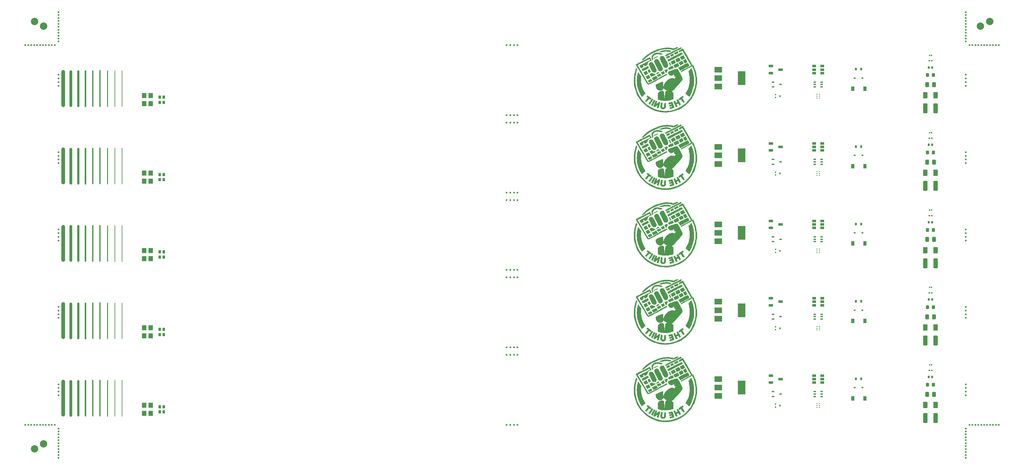
<source format=gbs>
G04 #@! TF.GenerationSoftware,KiCad,Pcbnew,8.0.2*
G04 #@! TF.CreationDate,2024-06-02T18:46:01+02:00*
G04 #@! TF.ProjectId,KeyboardUnitRuler-panel,4b657962-6f61-4726-9455-6e697452756c,rev?*
G04 #@! TF.SameCoordinates,Original*
G04 #@! TF.FileFunction,Soldermask,Bot*
G04 #@! TF.FilePolarity,Negative*
%FSLAX46Y46*%
G04 Gerber Fmt 4.6, Leading zero omitted, Abs format (unit mm)*
G04 Created by KiCad (PCBNEW 8.0.2) date 2024-06-02 18:46:01*
%MOMM*%
%LPD*%
G01*
G04 APERTURE LIST*
G04 Aperture macros list*
%AMRoundRect*
0 Rectangle with rounded corners*
0 $1 Rounding radius*
0 $2 $3 $4 $5 $6 $7 $8 $9 X,Y pos of 4 corners*
0 Add a 4 corners polygon primitive as box body*
4,1,4,$2,$3,$4,$5,$6,$7,$8,$9,$2,$3,0*
0 Add four circle primitives for the rounded corners*
1,1,$1+$1,$2,$3*
1,1,$1+$1,$4,$5*
1,1,$1+$1,$6,$7*
1,1,$1+$1,$8,$9*
0 Add four rect primitives between the rounded corners*
20,1,$1+$1,$2,$3,$4,$5,0*
20,1,$1+$1,$4,$5,$6,$7,0*
20,1,$1+$1,$6,$7,$8,$9,0*
20,1,$1+$1,$8,$9,$2,$3,0*%
G04 Aperture macros list end*
%ADD10C,0.304800*%
%ADD11C,1.016000*%
%ADD12C,0.254000*%
%ADD13C,0.609600*%
%ADD14C,0.355600*%
%ADD15C,0.152400*%
%ADD16C,0.457200*%
%ADD17C,0.762000*%
%ADD18C,0.203200*%
%ADD19C,0.010000*%
%ADD20C,0.500000*%
%ADD21C,2.000000*%
%ADD22RoundRect,0.218750X0.218750X0.256250X-0.218750X0.256250X-0.218750X-0.256250X0.218750X-0.256250X0*%
%ADD23R,0.700000X0.450000*%
%ADD24RoundRect,0.250000X0.375000X0.625000X-0.375000X0.625000X-0.375000X-0.625000X0.375000X-0.625000X0*%
%ADD25R,0.600000X0.700000*%
%ADD26R,1.220000X0.650000*%
%ADD27R,0.650000X0.400000*%
%ADD28R,0.600000X0.450000*%
%ADD29R,1.060000X0.650000*%
%ADD30R,0.330000X0.270000*%
%ADD31RoundRect,0.250000X0.375000X1.075000X-0.375000X1.075000X-0.375000X-1.075000X0.375000X-1.075000X0*%
%ADD32R,0.800000X0.900000*%
%ADD33R,1.200000X1.400000*%
%ADD34RoundRect,0.147500X0.147500X0.172500X-0.147500X0.172500X-0.147500X-0.172500X0.147500X-0.172500X0*%
%ADD35RoundRect,0.075000X0.125000X0.075000X-0.125000X0.075000X-0.125000X-0.075000X0.125000X-0.075000X0*%
%ADD36R,2.000000X1.500000*%
%ADD37R,2.000000X3.800000*%
%ADD38RoundRect,0.243750X0.243750X0.456250X-0.243750X0.456250X-0.243750X-0.456250X0.243750X-0.456250X0*%
%ADD39R,0.900000X1.200000*%
%ADD40RoundRect,0.100000X0.130000X0.100000X-0.130000X0.100000X-0.130000X-0.100000X0.130000X-0.100000X0*%
%ADD41R,0.450000X0.400000*%
%ADD42R,0.450000X0.500000*%
G04 APERTURE END LIST*
D10*
X20329926Y21107480D02*
X20329926Y11417480D01*
D11*
X10329926Y104957480D02*
X10329926Y95967480D01*
D12*
X22329926Y84257480D02*
X22329926Y74537480D01*
X22329926Y42157480D02*
X22329926Y32437480D01*
D13*
X14329926Y20957480D02*
X14329926Y11567480D01*
D12*
X22329926Y63207480D02*
X22329926Y53487480D01*
D13*
X14329926Y84107480D02*
X14329926Y74717480D01*
D14*
X18329926Y63157480D02*
X18329926Y53557480D01*
D15*
X26329926Y63257480D02*
X26329926Y53457480D01*
D16*
X16329926Y42057480D02*
X16329926Y32537480D01*
D15*
X26329926Y105357480D02*
X26329926Y95557480D01*
D10*
X20329926Y105307480D02*
X20329926Y95617480D01*
D17*
X12329926Y41907480D02*
X12329926Y32697480D01*
D11*
X10329926Y41807480D02*
X10329926Y32817480D01*
D13*
X14329926Y105157480D02*
X14329926Y95767480D01*
X14329926Y63057480D02*
X14329926Y53667480D01*
D11*
X10329926Y83907480D02*
X10329926Y74917480D01*
D10*
X20329926Y63207480D02*
X20329926Y53517480D01*
D11*
X10329926Y20757480D02*
X10329926Y11767480D01*
D18*
X24329926Y84307480D02*
X24329926Y74507480D01*
D11*
X10329926Y62857480D02*
X10329926Y53867480D01*
D15*
X26329926Y42207480D02*
X26329926Y32407480D01*
D18*
X24329926Y105357480D02*
X24329926Y95557480D01*
D16*
X16329926Y21007480D02*
X16329926Y11487480D01*
D18*
X24329926Y63257480D02*
X24329926Y53457480D01*
D12*
X22329926Y21107480D02*
X22329926Y11387480D01*
D10*
X20329926Y84257480D02*
X20329926Y74567480D01*
D15*
X26329926Y84307480D02*
X26329926Y74507480D01*
D14*
X18329926Y84207480D02*
X18329926Y74607480D01*
X18329926Y21057480D02*
X18329926Y11457480D01*
X18329926Y105257480D02*
X18329926Y95657480D01*
D16*
X16329926Y84157480D02*
X16329926Y74637480D01*
D17*
X12329926Y105057480D02*
X12329926Y95847480D01*
X12329926Y20857480D02*
X12329926Y11647480D01*
D12*
X22329926Y105307480D02*
X22329926Y95587480D01*
D15*
X26329926Y21157480D02*
X26329926Y11357480D01*
D14*
X18329926Y42107480D02*
X18329926Y32507480D01*
D16*
X16329926Y63107480D02*
X16329926Y53587480D01*
D10*
X20329926Y42157480D02*
X20329926Y32467480D01*
D13*
X14329926Y42007480D02*
X14329926Y32617480D01*
D18*
X24329926Y21157480D02*
X24329926Y11357480D01*
X24329926Y42207480D02*
X24329926Y32407480D01*
D17*
X12329926Y62957480D02*
X12329926Y53747480D01*
X12329926Y84007480D02*
X12329926Y74797480D01*
D16*
X16329926Y105207480D02*
X16329926Y95687480D01*
D19*
G04 #@! TO.C,Ref\u002A\u002A*
X175191329Y44413689D02*
X175204074Y44397678D01*
X175236055Y44348191D01*
X175278687Y44275967D01*
X175327999Y44188436D01*
X175380022Y44093027D01*
X175430785Y43997167D01*
X175476318Y43908286D01*
X175512651Y43833813D01*
X175535814Y43781177D01*
X175541838Y43757807D01*
X175539660Y43755275D01*
X175508845Y43734530D01*
X175451824Y43703564D01*
X175378934Y43668072D01*
X175228368Y43598300D01*
X175205618Y43805456D01*
X175197342Y43872865D01*
X175177801Y43980201D01*
X175149185Y44074137D01*
X175106368Y44173697D01*
X175029869Y44334782D01*
X175097289Y44387546D01*
X175132991Y44413250D01*
X175166830Y44425988D01*
X175191329Y44413689D01*
G36*
X175191329Y44413689D02*
G01*
X175204074Y44397678D01*
X175236055Y44348191D01*
X175278687Y44275967D01*
X175327999Y44188436D01*
X175380022Y44093027D01*
X175430785Y43997167D01*
X175476318Y43908286D01*
X175512651Y43833813D01*
X175535814Y43781177D01*
X175541838Y43757807D01*
X175539660Y43755275D01*
X175508845Y43734530D01*
X175451824Y43703564D01*
X175378934Y43668072D01*
X175228368Y43598300D01*
X175205618Y43805456D01*
X175197342Y43872865D01*
X175177801Y43980201D01*
X175149185Y44074137D01*
X175106368Y44173697D01*
X175029869Y44334782D01*
X175097289Y44387546D01*
X175132991Y44413250D01*
X175166830Y44425988D01*
X175191329Y44413689D01*
G37*
X172114772Y41795690D02*
X172190530Y41755790D01*
X172259832Y41717491D01*
X172300441Y41687202D01*
X172310948Y41660203D01*
X172289947Y41631772D01*
X172236029Y41597189D01*
X172147786Y41551734D01*
X172023810Y41490684D01*
X171939683Y41449518D01*
X171839845Y41401965D01*
X171757327Y41364148D01*
X171698954Y41339177D01*
X171671551Y41330162D01*
X171668859Y41330397D01*
X171636237Y41349003D01*
X171597998Y41388251D01*
X171593856Y41393529D01*
X171567586Y41430824D01*
X171567090Y41450891D01*
X171591170Y41467626D01*
X171596620Y41470910D01*
X171639070Y41504313D01*
X171698860Y41558676D01*
X171766978Y41625027D01*
X171834415Y41694393D01*
X171892161Y41757799D01*
X171931206Y41806274D01*
X171975690Y41869635D01*
X172114772Y41795690D01*
G36*
X172114772Y41795690D02*
G01*
X172190530Y41755790D01*
X172259832Y41717491D01*
X172300441Y41687202D01*
X172310948Y41660203D01*
X172289947Y41631772D01*
X172236029Y41597189D01*
X172147786Y41551734D01*
X172023810Y41490684D01*
X171939683Y41449518D01*
X171839845Y41401965D01*
X171757327Y41364148D01*
X171698954Y41339177D01*
X171671551Y41330162D01*
X171668859Y41330397D01*
X171636237Y41349003D01*
X171597998Y41388251D01*
X171593856Y41393529D01*
X171567586Y41430824D01*
X171567090Y41450891D01*
X171591170Y41467626D01*
X171596620Y41470910D01*
X171639070Y41504313D01*
X171698860Y41558676D01*
X171766978Y41625027D01*
X171834415Y41694393D01*
X171892161Y41757799D01*
X171931206Y41806274D01*
X171975690Y41869635D01*
X172114772Y41795690D01*
G37*
X172607753Y41381446D02*
X172619880Y41370206D01*
X172653489Y41325815D01*
X172696053Y41260100D01*
X172741248Y41183916D01*
X172782751Y41108115D01*
X172814236Y41043553D01*
X172829380Y41001083D01*
X172829677Y40995415D01*
X172821677Y40977420D01*
X172797163Y40954703D01*
X172751797Y40924558D01*
X172681246Y40884276D01*
X172581172Y40831152D01*
X172447240Y40762476D01*
X172329262Y40702024D01*
X172222769Y40648222D01*
X172143152Y40612758D01*
X172084043Y40596294D01*
X172039075Y40599491D01*
X172001880Y40623010D01*
X171966089Y40667514D01*
X171925334Y40733665D01*
X171873247Y40822124D01*
X171765364Y41002003D01*
X172169698Y41202360D01*
X172283908Y41258442D01*
X172400613Y41313930D01*
X172487281Y41352311D01*
X172547980Y41375247D01*
X172586781Y41384404D01*
X172607753Y41381446D01*
G36*
X172607753Y41381446D02*
G01*
X172619880Y41370206D01*
X172653489Y41325815D01*
X172696053Y41260100D01*
X172741248Y41183916D01*
X172782751Y41108115D01*
X172814236Y41043553D01*
X172829380Y41001083D01*
X172829677Y40995415D01*
X172821677Y40977420D01*
X172797163Y40954703D01*
X172751797Y40924558D01*
X172681246Y40884276D01*
X172581172Y40831152D01*
X172447240Y40762476D01*
X172329262Y40702024D01*
X172222769Y40648222D01*
X172143152Y40612758D01*
X172084043Y40596294D01*
X172039075Y40599491D01*
X172001880Y40623010D01*
X171966089Y40667514D01*
X171925334Y40733665D01*
X171873247Y40822124D01*
X171765364Y41002003D01*
X172169698Y41202360D01*
X172283908Y41258442D01*
X172400613Y41313930D01*
X172487281Y41352311D01*
X172547980Y41375247D01*
X172586781Y41384404D01*
X172607753Y41381446D01*
G37*
X171953175Y46104661D02*
X171956827Y46096279D01*
X171940760Y46066047D01*
X171894808Y46024632D01*
X171825319Y45975954D01*
X171738638Y45923933D01*
X171641114Y45872489D01*
X171539092Y45825542D01*
X171438918Y45787012D01*
X171393336Y45771069D01*
X171277123Y45727395D01*
X171162835Y45680936D01*
X171069716Y45639388D01*
X171045001Y45627609D01*
X170974350Y45594898D01*
X170921948Y45572073D01*
X170897682Y45563495D01*
X170896756Y45563519D01*
X170868686Y45581086D01*
X170847555Y45616459D01*
X170846621Y45647762D01*
X170854910Y45656514D01*
X170898272Y45684928D01*
X170970889Y45723431D01*
X171066610Y45769482D01*
X171179287Y45820542D01*
X171302771Y45874072D01*
X171430911Y45927533D01*
X171557558Y45978387D01*
X171676564Y46024092D01*
X171781777Y46062112D01*
X171867050Y46089906D01*
X171926232Y46104936D01*
X171953175Y46104661D01*
G36*
X171953175Y46104661D02*
G01*
X171956827Y46096279D01*
X171940760Y46066047D01*
X171894808Y46024632D01*
X171825319Y45975954D01*
X171738638Y45923933D01*
X171641114Y45872489D01*
X171539092Y45825542D01*
X171438918Y45787012D01*
X171393336Y45771069D01*
X171277123Y45727395D01*
X171162835Y45680936D01*
X171069716Y45639388D01*
X171045001Y45627609D01*
X170974350Y45594898D01*
X170921948Y45572073D01*
X170897682Y45563495D01*
X170896756Y45563519D01*
X170868686Y45581086D01*
X170847555Y45616459D01*
X170846621Y45647762D01*
X170854910Y45656514D01*
X170898272Y45684928D01*
X170970889Y45723431D01*
X171066610Y45769482D01*
X171179287Y45820542D01*
X171302771Y45874072D01*
X171430911Y45927533D01*
X171557558Y45978387D01*
X171676564Y46024092D01*
X171781777Y46062112D01*
X171867050Y46089906D01*
X171926232Y46104936D01*
X171953175Y46104661D01*
G37*
X176110718Y46828115D02*
X176115382Y46820751D01*
X176154598Y46753230D01*
X176195133Y46675526D01*
X176232642Y46597094D01*
X176262780Y46527389D01*
X176281202Y46475865D01*
X176283564Y46451978D01*
X176266410Y46440856D01*
X176216438Y46412510D01*
X176140629Y46371225D01*
X176045472Y46320525D01*
X175937452Y46263934D01*
X175846693Y46217024D01*
X175749876Y46167630D01*
X175671535Y46128389D01*
X175618009Y46102468D01*
X175595636Y46093038D01*
X175587498Y46101006D01*
X175562611Y46139304D01*
X175526680Y46202099D01*
X175484432Y46281386D01*
X175386959Y46470111D01*
X175455831Y46512376D01*
X175469118Y46520260D01*
X175524862Y46551639D01*
X175605937Y46595971D01*
X175703637Y46648524D01*
X175809257Y46704564D01*
X175887692Y46745352D01*
X175984896Y46793317D01*
X176051946Y46822066D01*
X176092625Y46833148D01*
X176110718Y46828115D01*
G36*
X176110718Y46828115D02*
G01*
X176115382Y46820751D01*
X176154598Y46753230D01*
X176195133Y46675526D01*
X176232642Y46597094D01*
X176262780Y46527389D01*
X176281202Y46475865D01*
X176283564Y46451978D01*
X176266410Y46440856D01*
X176216438Y46412510D01*
X176140629Y46371225D01*
X176045472Y46320525D01*
X175937452Y46263934D01*
X175846693Y46217024D01*
X175749876Y46167630D01*
X175671535Y46128389D01*
X175618009Y46102468D01*
X175595636Y46093038D01*
X175587498Y46101006D01*
X175562611Y46139304D01*
X175526680Y46202099D01*
X175484432Y46281386D01*
X175386959Y46470111D01*
X175455831Y46512376D01*
X175469118Y46520260D01*
X175524862Y46551639D01*
X175605937Y46595971D01*
X175703637Y46648524D01*
X175809257Y46704564D01*
X175887692Y46745352D01*
X175984896Y46793317D01*
X176051946Y46822066D01*
X176092625Y46833148D01*
X176110718Y46828115D01*
G37*
X169673682Y42551828D02*
X169702304Y42524366D01*
X169740641Y42471678D01*
X169790807Y42390509D01*
X169854913Y42277609D01*
X169935074Y42129724D01*
X169979195Y42047263D01*
X170015167Y41972914D01*
X170028685Y41919751D01*
X170016758Y41879572D01*
X169976395Y41844177D01*
X169904606Y41805365D01*
X169798400Y41754935D01*
X169741143Y41727943D01*
X169666287Y41694376D01*
X169616824Y41676917D01*
X169584687Y41674035D01*
X169561811Y41684197D01*
X169540126Y41705870D01*
X169514876Y41740258D01*
X169475617Y41802506D01*
X169428312Y41882912D01*
X169377191Y41973679D01*
X169326484Y42067007D01*
X169280421Y42155099D01*
X169243234Y42230156D01*
X169219151Y42284382D01*
X169212404Y42309977D01*
X169224362Y42322827D01*
X169267406Y42353572D01*
X169332447Y42394038D01*
X169410037Y42438957D01*
X169490731Y42483063D01*
X169565080Y42521088D01*
X169623638Y42547766D01*
X169656958Y42557828D01*
X169673682Y42551828D01*
G36*
X169673682Y42551828D02*
G01*
X169702304Y42524366D01*
X169740641Y42471678D01*
X169790807Y42390509D01*
X169854913Y42277609D01*
X169935074Y42129724D01*
X169979195Y42047263D01*
X170015167Y41972914D01*
X170028685Y41919751D01*
X170016758Y41879572D01*
X169976395Y41844177D01*
X169904606Y41805365D01*
X169798400Y41754935D01*
X169741143Y41727943D01*
X169666287Y41694376D01*
X169616824Y41676917D01*
X169584687Y41674035D01*
X169561811Y41684197D01*
X169540126Y41705870D01*
X169514876Y41740258D01*
X169475617Y41802506D01*
X169428312Y41882912D01*
X169377191Y41973679D01*
X169326484Y42067007D01*
X169280421Y42155099D01*
X169243234Y42230156D01*
X169219151Y42284382D01*
X169212404Y42309977D01*
X169224362Y42322827D01*
X169267406Y42353572D01*
X169332447Y42394038D01*
X169410037Y42438957D01*
X169490731Y42483063D01*
X169565080Y42521088D01*
X169623638Y42547766D01*
X169656958Y42557828D01*
X169673682Y42551828D01*
G37*
X171012529Y34194182D02*
X171030283Y34184969D01*
X171104739Y34141823D01*
X171168937Y34098802D01*
X171210525Y34063526D01*
X171225362Y34033029D01*
X171216940Y33995004D01*
X171206892Y33971633D01*
X171177903Y33909841D01*
X171134567Y33820438D01*
X171079878Y33709363D01*
X171016832Y33582552D01*
X170948422Y33445943D01*
X170877643Y33305473D01*
X170807490Y33167081D01*
X170740957Y33036703D01*
X170681038Y32920277D01*
X170630729Y32823740D01*
X170593023Y32753029D01*
X170570916Y32714083D01*
X170552433Y32686588D01*
X170521142Y32648518D01*
X170502152Y32637074D01*
X170396681Y32695980D01*
X170300945Y32759065D01*
X170242340Y32811648D01*
X170222452Y32852507D01*
X170222498Y32854001D01*
X170234430Y32896139D01*
X170267248Y32974288D01*
X170320655Y33087852D01*
X170394357Y33236239D01*
X170488060Y33418854D01*
X170601468Y33635103D01*
X170734287Y33884391D01*
X170924189Y34238537D01*
X171012529Y34194182D01*
G36*
X171012529Y34194182D02*
G01*
X171030283Y34184969D01*
X171104739Y34141823D01*
X171168937Y34098802D01*
X171210525Y34063526D01*
X171225362Y34033029D01*
X171216940Y33995004D01*
X171206892Y33971633D01*
X171177903Y33909841D01*
X171134567Y33820438D01*
X171079878Y33709363D01*
X171016832Y33582552D01*
X170948422Y33445943D01*
X170877643Y33305473D01*
X170807490Y33167081D01*
X170740957Y33036703D01*
X170681038Y32920277D01*
X170630729Y32823740D01*
X170593023Y32753029D01*
X170570916Y32714083D01*
X170552433Y32686588D01*
X170521142Y32648518D01*
X170502152Y32637074D01*
X170396681Y32695980D01*
X170300945Y32759065D01*
X170242340Y32811648D01*
X170222452Y32852507D01*
X170222498Y32854001D01*
X170234430Y32896139D01*
X170267248Y32974288D01*
X170320655Y33087852D01*
X170394357Y33236239D01*
X170488060Y33418854D01*
X170601468Y33635103D01*
X170734287Y33884391D01*
X170924189Y34238537D01*
X171012529Y34194182D01*
G37*
X174481063Y42639744D02*
X174505364Y42610183D01*
X174541322Y42555092D01*
X174583157Y42483072D01*
X174671161Y42323648D01*
X174593529Y42237719D01*
X174511795Y42138208D01*
X174418751Y41985582D01*
X174367265Y41835990D01*
X174360939Y41806904D01*
X174342201Y41745551D01*
X174316924Y41708590D01*
X174277345Y41682799D01*
X174273405Y41680852D01*
X174222364Y41658834D01*
X174187469Y41649016D01*
X174173287Y41662421D01*
X174142612Y41706773D01*
X174100341Y41775081D01*
X174050534Y41860030D01*
X173997250Y41954306D01*
X173944550Y42050595D01*
X173896493Y42141582D01*
X173857140Y42219954D01*
X173830550Y42278397D01*
X173820785Y42309595D01*
X173829857Y42319588D01*
X173870287Y42346331D01*
X173936223Y42384333D01*
X174020093Y42429747D01*
X174114327Y42478727D01*
X174211356Y42527427D01*
X174303608Y42572000D01*
X174383513Y42608600D01*
X174443502Y42633380D01*
X174476002Y42642495D01*
X174481063Y42639744D01*
G36*
X174481063Y42639744D02*
G01*
X174505364Y42610183D01*
X174541322Y42555092D01*
X174583157Y42483072D01*
X174671161Y42323648D01*
X174593529Y42237719D01*
X174511795Y42138208D01*
X174418751Y41985582D01*
X174367265Y41835990D01*
X174360939Y41806904D01*
X174342201Y41745551D01*
X174316924Y41708590D01*
X174277345Y41682799D01*
X174273405Y41680852D01*
X174222364Y41658834D01*
X174187469Y41649016D01*
X174173287Y41662421D01*
X174142612Y41706773D01*
X174100341Y41775081D01*
X174050534Y41860030D01*
X173997250Y41954306D01*
X173944550Y42050595D01*
X173896493Y42141582D01*
X173857140Y42219954D01*
X173830550Y42278397D01*
X173820785Y42309595D01*
X173829857Y42319588D01*
X173870287Y42346331D01*
X173936223Y42384333D01*
X174020093Y42429747D01*
X174114327Y42478727D01*
X174211356Y42527427D01*
X174303608Y42572000D01*
X174383513Y42608600D01*
X174443502Y42633380D01*
X174476002Y42642495D01*
X174481063Y42639744D01*
G37*
X175064771Y46270313D02*
X175088141Y46245899D01*
X175124525Y46191593D01*
X175164437Y46121425D01*
X175201221Y46047971D01*
X175228223Y45983805D01*
X175238788Y45941501D01*
X175235331Y45932913D01*
X175202332Y45903613D01*
X175133550Y45859671D01*
X175027929Y45800443D01*
X174884410Y45725285D01*
X174882352Y45724232D01*
X174770061Y45667656D01*
X174670305Y45619042D01*
X174589329Y45581301D01*
X174533380Y45557347D01*
X174508702Y45550091D01*
X174503492Y45553875D01*
X174479003Y45586292D01*
X174443540Y45643987D01*
X174402868Y45717823D01*
X174367330Y45788128D01*
X174341444Y45849500D01*
X174333390Y45889784D01*
X174340608Y45917178D01*
X174359197Y45933814D01*
X174411085Y45967883D01*
X174488875Y46013521D01*
X174585925Y46066858D01*
X174695593Y46124024D01*
X174775719Y46164419D01*
X174880910Y46215762D01*
X174957268Y46249985D01*
X175009937Y46269127D01*
X175044057Y46275223D01*
X175064771Y46270313D01*
G36*
X175064771Y46270313D02*
G01*
X175088141Y46245899D01*
X175124525Y46191593D01*
X175164437Y46121425D01*
X175201221Y46047971D01*
X175228223Y45983805D01*
X175238788Y45941501D01*
X175235331Y45932913D01*
X175202332Y45903613D01*
X175133550Y45859671D01*
X175027929Y45800443D01*
X174884410Y45725285D01*
X174882352Y45724232D01*
X174770061Y45667656D01*
X174670305Y45619042D01*
X174589329Y45581301D01*
X174533380Y45557347D01*
X174508702Y45550091D01*
X174503492Y45553875D01*
X174479003Y45586292D01*
X174443540Y45643987D01*
X174402868Y45717823D01*
X174367330Y45788128D01*
X174341444Y45849500D01*
X174333390Y45889784D01*
X174340608Y45917178D01*
X174359197Y45933814D01*
X174411085Y45967883D01*
X174488875Y46013521D01*
X174585925Y46066858D01*
X174695593Y46124024D01*
X174775719Y46164419D01*
X174880910Y46215762D01*
X174957268Y46249985D01*
X175009937Y46269127D01*
X175044057Y46275223D01*
X175064771Y46270313D01*
G37*
X170132840Y39876422D02*
X170177448Y39830714D01*
X170230386Y39760752D01*
X170286221Y39673789D01*
X170339515Y39577078D01*
X170398487Y39460612D01*
X170351188Y39422312D01*
X170320549Y39400131D01*
X170245505Y39353526D01*
X170146759Y39297794D01*
X170033548Y39237912D01*
X169915109Y39178859D01*
X169800678Y39125613D01*
X169757273Y39106555D01*
X169681772Y39074783D01*
X169625172Y39052791D01*
X169597273Y39044489D01*
X169582033Y39055911D01*
X169549368Y39096553D01*
X169506508Y39158169D01*
X169459001Y39231837D01*
X169412394Y39308640D01*
X169372236Y39379658D01*
X169344072Y39435972D01*
X169333452Y39468662D01*
X169336352Y39487383D01*
X169359910Y39526447D01*
X169360117Y39526616D01*
X169392318Y39546769D01*
X169453698Y39580225D01*
X169536833Y39623352D01*
X169634300Y39672516D01*
X169738677Y39724084D01*
X169842539Y39774424D01*
X169938465Y39819901D01*
X170019031Y39856883D01*
X170076814Y39881737D01*
X170104390Y39890828D01*
X170132840Y39876422D01*
G36*
X170132840Y39876422D02*
G01*
X170177448Y39830714D01*
X170230386Y39760752D01*
X170286221Y39673789D01*
X170339515Y39577078D01*
X170398487Y39460612D01*
X170351188Y39422312D01*
X170320549Y39400131D01*
X170245505Y39353526D01*
X170146759Y39297794D01*
X170033548Y39237912D01*
X169915109Y39178859D01*
X169800678Y39125613D01*
X169757273Y39106555D01*
X169681772Y39074783D01*
X169625172Y39052791D01*
X169597273Y39044489D01*
X169582033Y39055911D01*
X169549368Y39096553D01*
X169506508Y39158169D01*
X169459001Y39231837D01*
X169412394Y39308640D01*
X169372236Y39379658D01*
X169344072Y39435972D01*
X169333452Y39468662D01*
X169336352Y39487383D01*
X169359910Y39526447D01*
X169360117Y39526616D01*
X169392318Y39546769D01*
X169453698Y39580225D01*
X169536833Y39623352D01*
X169634300Y39672516D01*
X169738677Y39724084D01*
X169842539Y39774424D01*
X169938465Y39819901D01*
X170019031Y39856883D01*
X170076814Y39881737D01*
X170104390Y39890828D01*
X170132840Y39876422D01*
G37*
X177370380Y47452286D02*
X177388904Y47432240D01*
X177400096Y47416510D01*
X177436253Y47358040D01*
X177475088Y47287295D01*
X177510447Y47216395D01*
X177536175Y47157460D01*
X177546118Y47122610D01*
X177533126Y47105845D01*
X177482471Y47070270D01*
X177394140Y47018403D01*
X177268748Y46950599D01*
X177106910Y46867217D01*
X177032042Y46829394D01*
X176913816Y46770012D01*
X176811573Y46719088D01*
X176730751Y46679309D01*
X176676783Y46653362D01*
X176655107Y46643931D01*
X176647625Y46647274D01*
X176619545Y46676394D01*
X176580114Y46727772D01*
X176535463Y46792059D01*
X176491724Y46859904D01*
X176455027Y46921959D01*
X176431506Y46968875D01*
X176427290Y46991301D01*
X176432551Y46994949D01*
X176469105Y47015954D01*
X176533781Y47051215D01*
X176619775Y47097176D01*
X176720278Y47150279D01*
X176828486Y47206968D01*
X176937592Y47263684D01*
X177040790Y47316870D01*
X177131274Y47362969D01*
X177202238Y47398424D01*
X177246876Y47419677D01*
X177310257Y47446726D01*
X177348020Y47457455D01*
X177370380Y47452286D01*
G36*
X177370380Y47452286D02*
G01*
X177388904Y47432240D01*
X177400096Y47416510D01*
X177436253Y47358040D01*
X177475088Y47287295D01*
X177510447Y47216395D01*
X177536175Y47157460D01*
X177546118Y47122610D01*
X177533126Y47105845D01*
X177482471Y47070270D01*
X177394140Y47018403D01*
X177268748Y46950599D01*
X177106910Y46867217D01*
X177032042Y46829394D01*
X176913816Y46770012D01*
X176811573Y46719088D01*
X176730751Y46679309D01*
X176676783Y46653362D01*
X176655107Y46643931D01*
X176647625Y46647274D01*
X176619545Y46676394D01*
X176580114Y46727772D01*
X176535463Y46792059D01*
X176491724Y46859904D01*
X176455027Y46921959D01*
X176431506Y46968875D01*
X176427290Y46991301D01*
X176432551Y46994949D01*
X176469105Y47015954D01*
X176533781Y47051215D01*
X176619775Y47097176D01*
X176720278Y47150279D01*
X176828486Y47206968D01*
X176937592Y47263684D01*
X177040790Y47316870D01*
X177131274Y47362969D01*
X177202238Y47398424D01*
X177246876Y47419677D01*
X177310257Y47446726D01*
X177348020Y47457455D01*
X177370380Y47452286D01*
G37*
X170515045Y34474346D02*
X170539754Y34459740D01*
X170604690Y34419437D01*
X170649954Y34388423D01*
X170666952Y34372463D01*
X170662296Y34359690D01*
X170635468Y34310895D01*
X170584835Y34227276D01*
X170510446Y34108911D01*
X170412350Y33955877D01*
X170290595Y33768255D01*
X170145233Y33546120D01*
X170135179Y33530821D01*
X170051083Y33403950D01*
X169974307Y33290015D01*
X169907990Y33193534D01*
X169855273Y33119025D01*
X169819297Y33071006D01*
X169803201Y33053995D01*
X169798112Y33055478D01*
X169764251Y33075001D01*
X169709184Y33112431D01*
X169641981Y33161707D01*
X169605832Y33189648D01*
X169545781Y33241412D01*
X169516255Y33278193D01*
X169513112Y33304582D01*
X169514812Y33308147D01*
X169535311Y33342403D01*
X169575291Y33405173D01*
X169631302Y33491297D01*
X169699891Y33595614D01*
X169777607Y33712965D01*
X169861000Y33838189D01*
X169946617Y33966126D01*
X170031009Y34091615D01*
X170110722Y34209496D01*
X170182308Y34314609D01*
X170242313Y34401794D01*
X170287287Y34465891D01*
X170313778Y34501738D01*
X170363139Y34563064D01*
X170515045Y34474346D01*
G36*
X170515045Y34474346D02*
G01*
X170539754Y34459740D01*
X170604690Y34419437D01*
X170649954Y34388423D01*
X170666952Y34372463D01*
X170662296Y34359690D01*
X170635468Y34310895D01*
X170584835Y34227276D01*
X170510446Y34108911D01*
X170412350Y33955877D01*
X170290595Y33768255D01*
X170145233Y33546120D01*
X170135179Y33530821D01*
X170051083Y33403950D01*
X169974307Y33290015D01*
X169907990Y33193534D01*
X169855273Y33119025D01*
X169819297Y33071006D01*
X169803201Y33053995D01*
X169798112Y33055478D01*
X169764251Y33075001D01*
X169709184Y33112431D01*
X169641981Y33161707D01*
X169605832Y33189648D01*
X169545781Y33241412D01*
X169516255Y33278193D01*
X169513112Y33304582D01*
X169514812Y33308147D01*
X169535311Y33342403D01*
X169575291Y33405173D01*
X169631302Y33491297D01*
X169699891Y33595614D01*
X169777607Y33712965D01*
X169861000Y33838189D01*
X169946617Y33966126D01*
X170031009Y34091615D01*
X170110722Y34209496D01*
X170182308Y34314609D01*
X170242313Y34401794D01*
X170287287Y34465891D01*
X170313778Y34501738D01*
X170363139Y34563064D01*
X170515045Y34474346D01*
G37*
X173511673Y42106698D02*
X173533043Y42081157D01*
X173568631Y42027022D01*
X173613979Y41952255D01*
X173664628Y41864817D01*
X173716117Y41772669D01*
X173763987Y41683772D01*
X173803780Y41606087D01*
X173831036Y41547576D01*
X173841295Y41516199D01*
X173836431Y41504173D01*
X173805820Y41476876D01*
X173744626Y41438446D01*
X173650017Y41387168D01*
X173519160Y41321330D01*
X173435819Y41280595D01*
X173338106Y41233478D01*
X173258644Y41195904D01*
X173203989Y41170965D01*
X173180699Y41161752D01*
X173175480Y41163644D01*
X173149034Y41190447D01*
X173109247Y41243025D01*
X173060797Y41313804D01*
X173008364Y41395212D01*
X172956627Y41479675D01*
X172910264Y41559621D01*
X172873956Y41627476D01*
X172852381Y41675667D01*
X172850218Y41696622D01*
X172859619Y41701468D01*
X172899995Y41722178D01*
X172964219Y41755077D01*
X173043828Y41795828D01*
X173074197Y41811928D01*
X173177450Y41873053D01*
X173278242Y41940770D01*
X173358476Y42003154D01*
X173376017Y42018197D01*
X173436674Y42066245D01*
X173484385Y42098113D01*
X173510062Y42107542D01*
X173511673Y42106698D01*
G36*
X173511673Y42106698D02*
G01*
X173533043Y42081157D01*
X173568631Y42027022D01*
X173613979Y41952255D01*
X173664628Y41864817D01*
X173716117Y41772669D01*
X173763987Y41683772D01*
X173803780Y41606087D01*
X173831036Y41547576D01*
X173841295Y41516199D01*
X173836431Y41504173D01*
X173805820Y41476876D01*
X173744626Y41438446D01*
X173650017Y41387168D01*
X173519160Y41321330D01*
X173435819Y41280595D01*
X173338106Y41233478D01*
X173258644Y41195904D01*
X173203989Y41170965D01*
X173180699Y41161752D01*
X173175480Y41163644D01*
X173149034Y41190447D01*
X173109247Y41243025D01*
X173060797Y41313804D01*
X173008364Y41395212D01*
X172956627Y41479675D01*
X172910264Y41559621D01*
X172873956Y41627476D01*
X172852381Y41675667D01*
X172850218Y41696622D01*
X172859619Y41701468D01*
X172899995Y41722178D01*
X172964219Y41755077D01*
X173043828Y41795828D01*
X173074197Y41811928D01*
X173177450Y41873053D01*
X173278242Y41940770D01*
X173358476Y42003154D01*
X173376017Y42018197D01*
X173436674Y42066245D01*
X173484385Y42098113D01*
X173510062Y42107542D01*
X173511673Y42106698D01*
G37*
X168883762Y42121433D02*
X168900981Y42099444D01*
X168934160Y42047206D01*
X168978962Y41972229D01*
X169031244Y41881914D01*
X169086859Y41783656D01*
X169141664Y41684856D01*
X169191515Y41592911D01*
X169232266Y41515219D01*
X169259773Y41459178D01*
X169269891Y41432186D01*
X169257308Y41418792D01*
X169213404Y41389461D01*
X169145280Y41349554D01*
X169060563Y41303225D01*
X168966879Y41254624D01*
X168871855Y41207903D01*
X168783118Y41167213D01*
X168696759Y41131609D01*
X168614428Y41106169D01*
X168553249Y41101881D01*
X168504764Y41118439D01*
X168460516Y41155537D01*
X168436654Y41184933D01*
X168395189Y41244220D01*
X168344803Y41321685D01*
X168290074Y41409668D01*
X168235584Y41500505D01*
X168185911Y41586538D01*
X168145636Y41660103D01*
X168119339Y41713541D01*
X168111600Y41739189D01*
X168112110Y41740065D01*
X168136149Y41757477D01*
X168191337Y41790466D01*
X168271823Y41835731D01*
X168371755Y41889973D01*
X168485280Y41949893D01*
X168496749Y41955860D01*
X168633922Y42025929D01*
X168737992Y42076135D01*
X168812178Y42107864D01*
X168859695Y42122502D01*
X168883762Y42121433D01*
G36*
X168883762Y42121433D02*
G01*
X168900981Y42099444D01*
X168934160Y42047206D01*
X168978962Y41972229D01*
X169031244Y41881914D01*
X169086859Y41783656D01*
X169141664Y41684856D01*
X169191515Y41592911D01*
X169232266Y41515219D01*
X169259773Y41459178D01*
X169269891Y41432186D01*
X169257308Y41418792D01*
X169213404Y41389461D01*
X169145280Y41349554D01*
X169060563Y41303225D01*
X168966879Y41254624D01*
X168871855Y41207903D01*
X168783118Y41167213D01*
X168696759Y41131609D01*
X168614428Y41106169D01*
X168553249Y41101881D01*
X168504764Y41118439D01*
X168460516Y41155537D01*
X168436654Y41184933D01*
X168395189Y41244220D01*
X168344803Y41321685D01*
X168290074Y41409668D01*
X168235584Y41500505D01*
X168185911Y41586538D01*
X168145636Y41660103D01*
X168119339Y41713541D01*
X168111600Y41739189D01*
X168112110Y41740065D01*
X168136149Y41757477D01*
X168191337Y41790466D01*
X168271823Y41835731D01*
X168371755Y41889973D01*
X168485280Y41949893D01*
X168496749Y41955860D01*
X168633922Y42025929D01*
X168737992Y42076135D01*
X168812178Y42107864D01*
X168859695Y42122502D01*
X168883762Y42121433D01*
G37*
X178934128Y46378859D02*
X178960929Y46338085D01*
X179001048Y46271810D01*
X179050684Y46186824D01*
X179106035Y46089914D01*
X179163300Y45987870D01*
X179218678Y45887479D01*
X179268366Y45795531D01*
X179308565Y45718815D01*
X179335471Y45664117D01*
X179345285Y45638228D01*
X179339297Y45631086D01*
X179301736Y45605923D01*
X179234287Y45567216D01*
X179142297Y45517875D01*
X179031111Y45460814D01*
X178906077Y45398946D01*
X178835247Y45364646D01*
X178714726Y45306970D01*
X178609369Y45257422D01*
X178524883Y45218640D01*
X178466973Y45193264D01*
X178441344Y45183933D01*
X178431189Y45188227D01*
X178398813Y45224522D01*
X178351776Y45295518D01*
X178291689Y45398521D01*
X178220164Y45530839D01*
X178138812Y45689775D01*
X178027977Y45911306D01*
X178075673Y45943775D01*
X178075678Y45943779D01*
X178108432Y45963245D01*
X178169881Y45997277D01*
X178253423Y46042416D01*
X178352459Y46095207D01*
X178460387Y46152193D01*
X178570608Y46209917D01*
X178676521Y46264922D01*
X178771525Y46313752D01*
X178849021Y46352950D01*
X178902408Y46379060D01*
X178925085Y46388623D01*
X178934128Y46378859D01*
G36*
X178934128Y46378859D02*
G01*
X178960929Y46338085D01*
X179001048Y46271810D01*
X179050684Y46186824D01*
X179106035Y46089914D01*
X179163300Y45987870D01*
X179218678Y45887479D01*
X179268366Y45795531D01*
X179308565Y45718815D01*
X179335471Y45664117D01*
X179345285Y45638228D01*
X179339297Y45631086D01*
X179301736Y45605923D01*
X179234287Y45567216D01*
X179142297Y45517875D01*
X179031111Y45460814D01*
X178906077Y45398946D01*
X178835247Y45364646D01*
X178714726Y45306970D01*
X178609369Y45257422D01*
X178524883Y45218640D01*
X178466973Y45193264D01*
X178441344Y45183933D01*
X178431189Y45188227D01*
X178398813Y45224522D01*
X178351776Y45295518D01*
X178291689Y45398521D01*
X178220164Y45530839D01*
X178138812Y45689775D01*
X178027977Y45911306D01*
X178075673Y45943775D01*
X178075678Y45943779D01*
X178108432Y45963245D01*
X178169881Y45997277D01*
X178253423Y46042416D01*
X178352459Y46095207D01*
X178460387Y46152193D01*
X178570608Y46209917D01*
X178676521Y46264922D01*
X178771525Y46313752D01*
X178849021Y46352950D01*
X178902408Y46379060D01*
X178925085Y46388623D01*
X178934128Y46378859D01*
G37*
X169520831Y40992661D02*
X169553508Y40945254D01*
X169598936Y40871873D01*
X169653236Y40778823D01*
X169712532Y40672411D01*
X169779251Y40547846D01*
X169827918Y40451306D01*
X169857969Y40383048D01*
X169871153Y40339090D01*
X169869217Y40315449D01*
X169852786Y40301212D01*
X169802901Y40269383D01*
X169726800Y40225796D01*
X169631146Y40174238D01*
X169522601Y40118494D01*
X169438240Y40077099D01*
X169333334Y40028285D01*
X169243432Y39989434D01*
X169176044Y39963754D01*
X169138677Y39954452D01*
X169107771Y39958984D01*
X169066434Y39985959D01*
X169020159Y40044287D01*
X169012077Y40056306D01*
X168968339Y40124926D01*
X168916334Y40210704D01*
X168861138Y40304770D01*
X168807824Y40398255D01*
X168761467Y40482290D01*
X168727142Y40548005D01*
X168709923Y40586533D01*
X168708544Y40601513D01*
X168717679Y40619030D01*
X168742314Y40640580D01*
X168786978Y40669025D01*
X168856204Y40707226D01*
X168954521Y40758046D01*
X169086462Y40824345D01*
X169116382Y40839201D01*
X169233005Y40895613D01*
X169336420Y40943338D01*
X169420517Y40979709D01*
X169479185Y41002057D01*
X169506317Y41007713D01*
X169520831Y40992661D01*
G36*
X169520831Y40992661D02*
G01*
X169553508Y40945254D01*
X169598936Y40871873D01*
X169653236Y40778823D01*
X169712532Y40672411D01*
X169779251Y40547846D01*
X169827918Y40451306D01*
X169857969Y40383048D01*
X169871153Y40339090D01*
X169869217Y40315449D01*
X169852786Y40301212D01*
X169802901Y40269383D01*
X169726800Y40225796D01*
X169631146Y40174238D01*
X169522601Y40118494D01*
X169438240Y40077099D01*
X169333334Y40028285D01*
X169243432Y39989434D01*
X169176044Y39963754D01*
X169138677Y39954452D01*
X169107771Y39958984D01*
X169066434Y39985959D01*
X169020159Y40044287D01*
X169012077Y40056306D01*
X168968339Y40124926D01*
X168916334Y40210704D01*
X168861138Y40304770D01*
X168807824Y40398255D01*
X168761467Y40482290D01*
X168727142Y40548005D01*
X168709923Y40586533D01*
X168708544Y40601513D01*
X168717679Y40619030D01*
X168742314Y40640580D01*
X168786978Y40669025D01*
X168856204Y40707226D01*
X168954521Y40758046D01*
X169086462Y40824345D01*
X169116382Y40839201D01*
X169233005Y40895613D01*
X169336420Y40943338D01*
X169420517Y40979709D01*
X169479185Y41002057D01*
X169506317Y41007713D01*
X169520831Y40992661D01*
G37*
X178590109Y44851043D02*
X178622004Y44805539D01*
X178664961Y44735768D01*
X178715024Y44649049D01*
X178768238Y44552702D01*
X178820646Y44454047D01*
X178868294Y44360401D01*
X178907226Y44279085D01*
X178933486Y44217418D01*
X178943118Y44182719D01*
X178940441Y44178240D01*
X178909379Y44154857D01*
X178847870Y44117201D01*
X178761415Y44068413D01*
X178655512Y44011632D01*
X178535660Y43950001D01*
X178508194Y43936216D01*
X178381817Y43874413D01*
X178269877Y43822284D01*
X178178123Y43782351D01*
X178112305Y43757139D01*
X178078172Y43749172D01*
X178063346Y43753075D01*
X178039196Y43770513D01*
X178009345Y43806199D01*
X177970379Y43864983D01*
X177918885Y43951715D01*
X177851448Y44071245D01*
X177805309Y44154878D01*
X177753150Y44251424D01*
X177711599Y44330659D01*
X177684060Y44386067D01*
X177673936Y44411132D01*
X177680675Y44417898D01*
X177718651Y44441762D01*
X177784503Y44478681D01*
X177871823Y44525423D01*
X177974203Y44578757D01*
X178085234Y44635451D01*
X178198510Y44692273D01*
X178307623Y44745993D01*
X178406163Y44793377D01*
X178487725Y44831194D01*
X178545899Y44856213D01*
X178574277Y44865202D01*
X178590109Y44851043D01*
G36*
X178590109Y44851043D02*
G01*
X178622004Y44805539D01*
X178664961Y44735768D01*
X178715024Y44649049D01*
X178768238Y44552702D01*
X178820646Y44454047D01*
X178868294Y44360401D01*
X178907226Y44279085D01*
X178933486Y44217418D01*
X178943118Y44182719D01*
X178940441Y44178240D01*
X178909379Y44154857D01*
X178847870Y44117201D01*
X178761415Y44068413D01*
X178655512Y44011632D01*
X178535660Y43950001D01*
X178508194Y43936216D01*
X178381817Y43874413D01*
X178269877Y43822284D01*
X178178123Y43782351D01*
X178112305Y43757139D01*
X178078172Y43749172D01*
X178063346Y43753075D01*
X178039196Y43770513D01*
X178009345Y43806199D01*
X177970379Y43864983D01*
X177918885Y43951715D01*
X177851448Y44071245D01*
X177805309Y44154878D01*
X177753150Y44251424D01*
X177711599Y44330659D01*
X177684060Y44386067D01*
X177673936Y44411132D01*
X177680675Y44417898D01*
X177718651Y44441762D01*
X177784503Y44478681D01*
X177871823Y44525423D01*
X177974203Y44578757D01*
X178085234Y44635451D01*
X178198510Y44692273D01*
X178307623Y44745993D01*
X178406163Y44793377D01*
X178487725Y44831194D01*
X178545899Y44856213D01*
X178574277Y44865202D01*
X178590109Y44851043D01*
G37*
X175930891Y43510015D02*
X175950690Y43488295D01*
X175985087Y43437984D01*
X176029563Y43366937D01*
X176079598Y43283007D01*
X176130672Y43194049D01*
X176178264Y43107918D01*
X176217855Y43032467D01*
X176244924Y42975551D01*
X176254952Y42945025D01*
X176243319Y42932029D01*
X176194373Y42904512D01*
X176109513Y42865998D01*
X175991253Y42817509D01*
X175842105Y42760066D01*
X175664584Y42694691D01*
X175461202Y42622406D01*
X175358507Y42587205D01*
X175247280Y42550817D01*
X175152979Y42521834D01*
X175083230Y42502588D01*
X175045663Y42495409D01*
X175015910Y42499621D01*
X174985814Y42519750D01*
X174951202Y42563166D01*
X174904844Y42637145D01*
X174864504Y42709580D01*
X174837575Y42774894D01*
X174837358Y42811770D01*
X174843821Y42821262D01*
X174876345Y42860639D01*
X174927264Y42917513D01*
X174988761Y42983043D01*
X175035060Y43029856D01*
X175081748Y43072048D01*
X175132507Y43110671D01*
X175194169Y43150074D01*
X175273569Y43194601D01*
X175377539Y43248601D01*
X175512914Y43316418D01*
X175542333Y43330994D01*
X175658915Y43388011D01*
X175762014Y43437282D01*
X175845551Y43475977D01*
X175903448Y43501269D01*
X175929625Y43510328D01*
X175930891Y43510015D01*
G36*
X175930891Y43510015D02*
G01*
X175950690Y43488295D01*
X175985087Y43437984D01*
X176029563Y43366937D01*
X176079598Y43283007D01*
X176130672Y43194049D01*
X176178264Y43107918D01*
X176217855Y43032467D01*
X176244924Y42975551D01*
X176254952Y42945025D01*
X176243319Y42932029D01*
X176194373Y42904512D01*
X176109513Y42865998D01*
X175991253Y42817509D01*
X175842105Y42760066D01*
X175664584Y42694691D01*
X175461202Y42622406D01*
X175358507Y42587205D01*
X175247280Y42550817D01*
X175152979Y42521834D01*
X175083230Y42502588D01*
X175045663Y42495409D01*
X175015910Y42499621D01*
X174985814Y42519750D01*
X174951202Y42563166D01*
X174904844Y42637145D01*
X174864504Y42709580D01*
X174837575Y42774894D01*
X174837358Y42811770D01*
X174843821Y42821262D01*
X174876345Y42860639D01*
X174927264Y42917513D01*
X174988761Y42983043D01*
X175035060Y43029856D01*
X175081748Y43072048D01*
X175132507Y43110671D01*
X175194169Y43150074D01*
X175273569Y43194601D01*
X175377539Y43248601D01*
X175512914Y43316418D01*
X175542333Y43330994D01*
X175658915Y43388011D01*
X175762014Y43437282D01*
X175845551Y43475977D01*
X175903448Y43501269D01*
X175929625Y43510328D01*
X175930891Y43510015D01*
G37*
X177723713Y45737954D02*
X177760077Y45690440D01*
X177806862Y45618557D01*
X177860143Y45529470D01*
X177915995Y45430343D01*
X177970493Y45328339D01*
X178019713Y45230625D01*
X178059729Y45144363D01*
X178086617Y45076718D01*
X178096452Y45034855D01*
X178084196Y45018395D01*
X178034296Y44982493D01*
X177946282Y44929808D01*
X177820487Y44860536D01*
X177657243Y44774874D01*
X177583806Y44737255D01*
X177463022Y44676542D01*
X177356624Y44624499D01*
X177270386Y44583879D01*
X177210081Y44557437D01*
X177181481Y44547926D01*
X177176134Y44547987D01*
X177159709Y44551322D01*
X177142576Y44563150D01*
X177121517Y44588274D01*
X177093315Y44631495D01*
X177054753Y44697616D01*
X177002612Y44791437D01*
X176933677Y44917760D01*
X176911356Y44959304D01*
X176861197Y45056662D01*
X176820824Y45140688D01*
X176793907Y45203537D01*
X176784118Y45237362D01*
X176784411Y45241640D01*
X176795161Y45264050D01*
X176824868Y45291939D01*
X176878276Y45328639D01*
X176960125Y45377479D01*
X177075160Y45441793D01*
X177161876Y45489203D01*
X177337145Y45583357D01*
X177479723Y45657353D01*
X177588727Y45710750D01*
X177663276Y45743111D01*
X177702488Y45753995D01*
X177723713Y45737954D01*
G36*
X177723713Y45737954D02*
G01*
X177760077Y45690440D01*
X177806862Y45618557D01*
X177860143Y45529470D01*
X177915995Y45430343D01*
X177970493Y45328339D01*
X178019713Y45230625D01*
X178059729Y45144363D01*
X178086617Y45076718D01*
X178096452Y45034855D01*
X178084196Y45018395D01*
X178034296Y44982493D01*
X177946282Y44929808D01*
X177820487Y44860536D01*
X177657243Y44774874D01*
X177583806Y44737255D01*
X177463022Y44676542D01*
X177356624Y44624499D01*
X177270386Y44583879D01*
X177210081Y44557437D01*
X177181481Y44547926D01*
X177176134Y44547987D01*
X177159709Y44551322D01*
X177142576Y44563150D01*
X177121517Y44588274D01*
X177093315Y44631495D01*
X177054753Y44697616D01*
X177002612Y44791437D01*
X176933677Y44917760D01*
X176911356Y44959304D01*
X176861197Y45056662D01*
X176820824Y45140688D01*
X176793907Y45203537D01*
X176784118Y45237362D01*
X176784411Y45241640D01*
X176795161Y45264050D01*
X176824868Y45291939D01*
X176878276Y45328639D01*
X176960125Y45377479D01*
X177075160Y45441793D01*
X177161876Y45489203D01*
X177337145Y45583357D01*
X177479723Y45657353D01*
X177588727Y45710750D01*
X177663276Y45743111D01*
X177702488Y45753995D01*
X177723713Y45737954D01*
G37*
X179520230Y45331597D02*
X179534139Y45316785D01*
X179546381Y45299443D01*
X179578385Y45247356D01*
X179621851Y45172013D01*
X179673199Y45080097D01*
X179728854Y44978295D01*
X179785238Y44873290D01*
X179838773Y44771768D01*
X179885884Y44680415D01*
X179922992Y44605914D01*
X179946520Y44554952D01*
X179952891Y44534212D01*
X179947324Y44530603D01*
X179910457Y44510950D01*
X179845530Y44478134D01*
X179759540Y44435664D01*
X179659485Y44387050D01*
X179626706Y44371427D01*
X179521636Y44323907D01*
X179431353Y44286893D01*
X179363463Y44263362D01*
X179325572Y44256294D01*
X179318576Y44257541D01*
X179297375Y44268385D01*
X179272679Y44293615D01*
X179241386Y44337919D01*
X179200393Y44405986D01*
X179146599Y44502504D01*
X179076902Y44632162D01*
X179067340Y44650163D01*
X179008300Y44763198D01*
X178957792Y44863085D01*
X178918735Y44943814D01*
X178894052Y44999371D01*
X178886662Y45023745D01*
X178895778Y45032351D01*
X178936938Y45059047D01*
X179005207Y45098654D01*
X179094073Y45147439D01*
X179197023Y45201670D01*
X179289671Y45249396D01*
X179377280Y45293510D01*
X179438131Y45321735D01*
X179478235Y45336124D01*
X179503598Y45338727D01*
X179520230Y45331597D01*
G36*
X179520230Y45331597D02*
G01*
X179534139Y45316785D01*
X179546381Y45299443D01*
X179578385Y45247356D01*
X179621851Y45172013D01*
X179673199Y45080097D01*
X179728854Y44978295D01*
X179785238Y44873290D01*
X179838773Y44771768D01*
X179885884Y44680415D01*
X179922992Y44605914D01*
X179946520Y44554952D01*
X179952891Y44534212D01*
X179947324Y44530603D01*
X179910457Y44510950D01*
X179845530Y44478134D01*
X179759540Y44435664D01*
X179659485Y44387050D01*
X179626706Y44371427D01*
X179521636Y44323907D01*
X179431353Y44286893D01*
X179363463Y44263362D01*
X179325572Y44256294D01*
X179318576Y44257541D01*
X179297375Y44268385D01*
X179272679Y44293615D01*
X179241386Y44337919D01*
X179200393Y44405986D01*
X179146599Y44502504D01*
X179076902Y44632162D01*
X179067340Y44650163D01*
X179008300Y44763198D01*
X178957792Y44863085D01*
X178918735Y44943814D01*
X178894052Y44999371D01*
X178886662Y45023745D01*
X178895778Y45032351D01*
X178936938Y45059047D01*
X179005207Y45098654D01*
X179094073Y45147439D01*
X179197023Y45201670D01*
X179289671Y45249396D01*
X179377280Y45293510D01*
X179438131Y45321735D01*
X179478235Y45336124D01*
X179503598Y45338727D01*
X179520230Y45331597D01*
G37*
X169254495Y43382700D02*
X169282096Y43337079D01*
X169320569Y43268434D01*
X169365202Y43184978D01*
X169366369Y43182748D01*
X169415187Y43085714D01*
X169443917Y43018423D01*
X169454748Y42974765D01*
X169449868Y42948631D01*
X169446934Y42945625D01*
X169413763Y42923775D01*
X169348100Y42885918D01*
X169254126Y42834296D01*
X169136025Y42771153D01*
X168997980Y42698733D01*
X168844174Y42619280D01*
X168678790Y42535036D01*
X168628355Y42509550D01*
X168466088Y42427952D01*
X168316429Y42353287D01*
X168183564Y42287604D01*
X168071676Y42232952D01*
X167984951Y42191378D01*
X167927573Y42164932D01*
X167903727Y42155662D01*
X167898605Y42156589D01*
X167866179Y42183358D01*
X167821202Y42243808D01*
X167766689Y42333493D01*
X167705652Y42447967D01*
X167639685Y42578647D01*
X167740443Y42641790D01*
X167758651Y42652732D01*
X167821201Y42687739D01*
X167910130Y42735431D01*
X168020516Y42793334D01*
X168147438Y42858975D01*
X168285975Y42929883D01*
X168431206Y43003584D01*
X168578210Y43077606D01*
X168722066Y43149476D01*
X168857852Y43216721D01*
X168980649Y43276870D01*
X169085534Y43327448D01*
X169167588Y43365984D01*
X169221888Y43390004D01*
X169243514Y43397037D01*
X169254495Y43382700D01*
G36*
X169254495Y43382700D02*
G01*
X169282096Y43337079D01*
X169320569Y43268434D01*
X169365202Y43184978D01*
X169366369Y43182748D01*
X169415187Y43085714D01*
X169443917Y43018423D01*
X169454748Y42974765D01*
X169449868Y42948631D01*
X169446934Y42945625D01*
X169413763Y42923775D01*
X169348100Y42885918D01*
X169254126Y42834296D01*
X169136025Y42771153D01*
X168997980Y42698733D01*
X168844174Y42619280D01*
X168678790Y42535036D01*
X168628355Y42509550D01*
X168466088Y42427952D01*
X168316429Y42353287D01*
X168183564Y42287604D01*
X168071676Y42232952D01*
X167984951Y42191378D01*
X167927573Y42164932D01*
X167903727Y42155662D01*
X167898605Y42156589D01*
X167866179Y42183358D01*
X167821202Y42243808D01*
X167766689Y42333493D01*
X167705652Y42447967D01*
X167639685Y42578647D01*
X167740443Y42641790D01*
X167758651Y42652732D01*
X167821201Y42687739D01*
X167910130Y42735431D01*
X168020516Y42793334D01*
X168147438Y42858975D01*
X168285975Y42929883D01*
X168431206Y43003584D01*
X168578210Y43077606D01*
X168722066Y43149476D01*
X168857852Y43216721D01*
X168980649Y43276870D01*
X169085534Y43327448D01*
X169167588Y43365984D01*
X169221888Y43390004D01*
X169243514Y43397037D01*
X169254495Y43382700D01*
G37*
X170342516Y41531965D02*
X170400412Y41505017D01*
X170468596Y41466976D01*
X170635222Y41383490D01*
X170829751Y41327258D01*
X171039055Y41308995D01*
X171125164Y41308461D01*
X171179703Y41304775D01*
X171211978Y41294815D01*
X171232061Y41275459D01*
X171250023Y41243585D01*
X171252741Y41238172D01*
X171271420Y41186817D01*
X171273298Y41150681D01*
X171248767Y41125378D01*
X171185603Y41083456D01*
X171084952Y41026267D01*
X170947656Y40954266D01*
X170774554Y40867909D01*
X170566489Y40767652D01*
X170550848Y40760224D01*
X170436105Y40706098D01*
X170335323Y40659172D01*
X170254556Y40622219D01*
X170199858Y40598013D01*
X170177283Y40589328D01*
X170164618Y40600294D01*
X170133291Y40641190D01*
X170089203Y40705365D01*
X170037079Y40785389D01*
X169981643Y40873835D01*
X169927621Y40963272D01*
X169879736Y41046273D01*
X169842712Y41115409D01*
X169840727Y41119379D01*
X169809104Y41189218D01*
X169789262Y41245641D01*
X169785421Y41276761D01*
X169788979Y41281549D01*
X169822139Y41305844D01*
X169882108Y41341483D01*
X169960019Y41383971D01*
X170047005Y41428814D01*
X170134197Y41471515D01*
X170212729Y41507582D01*
X170273733Y41532518D01*
X170308342Y41541828D01*
X170342516Y41531965D01*
G36*
X170342516Y41531965D02*
G01*
X170400412Y41505017D01*
X170468596Y41466976D01*
X170635222Y41383490D01*
X170829751Y41327258D01*
X171039055Y41308995D01*
X171125164Y41308461D01*
X171179703Y41304775D01*
X171211978Y41294815D01*
X171232061Y41275459D01*
X171250023Y41243585D01*
X171252741Y41238172D01*
X171271420Y41186817D01*
X171273298Y41150681D01*
X171248767Y41125378D01*
X171185603Y41083456D01*
X171084952Y41026267D01*
X170947656Y40954266D01*
X170774554Y40867909D01*
X170566489Y40767652D01*
X170550848Y40760224D01*
X170436105Y40706098D01*
X170335323Y40659172D01*
X170254556Y40622219D01*
X170199858Y40598013D01*
X170177283Y40589328D01*
X170164618Y40600294D01*
X170133291Y40641190D01*
X170089203Y40705365D01*
X170037079Y40785389D01*
X169981643Y40873835D01*
X169927621Y40963272D01*
X169879736Y41046273D01*
X169842712Y41115409D01*
X169840727Y41119379D01*
X169809104Y41189218D01*
X169789262Y41245641D01*
X169785421Y41276761D01*
X169788979Y41281549D01*
X169822139Y41305844D01*
X169882108Y41341483D01*
X169960019Y41383971D01*
X170047005Y41428814D01*
X170134197Y41471515D01*
X170212729Y41507582D01*
X170273733Y41532518D01*
X170308342Y41541828D01*
X170342516Y41531965D01*
G37*
X171534669Y40752742D02*
X171558915Y40726155D01*
X171598311Y40672324D01*
X171648050Y40598909D01*
X171703328Y40513566D01*
X171759337Y40423955D01*
X171811272Y40337732D01*
X171854327Y40262555D01*
X171883696Y40206083D01*
X171894574Y40175972D01*
X171894463Y40175464D01*
X171873543Y40159393D01*
X171819819Y40127587D01*
X171738159Y40082672D01*
X171633434Y40027272D01*
X171510512Y39964011D01*
X171374262Y39895514D01*
X171369054Y39892926D01*
X171230479Y39824964D01*
X171102469Y39763820D01*
X170990460Y39711966D01*
X170899888Y39671869D01*
X170836189Y39646000D01*
X170804800Y39636828D01*
X170780685Y39642241D01*
X170747646Y39667326D01*
X170706148Y39718245D01*
X170650675Y39800870D01*
X170638720Y39819667D01*
X170575879Y39922492D01*
X170519942Y40020355D01*
X170474966Y40105632D01*
X170445006Y40170698D01*
X170434118Y40207931D01*
X170447528Y40220047D01*
X170493851Y40248480D01*
X170567647Y40289527D01*
X170663076Y40340282D01*
X170774298Y40397836D01*
X170895471Y40459283D01*
X171020754Y40521716D01*
X171144307Y40582227D01*
X171260289Y40637910D01*
X171362857Y40685857D01*
X171446173Y40723161D01*
X171504394Y40746915D01*
X171531680Y40754211D01*
X171534669Y40752742D01*
G36*
X171534669Y40752742D02*
G01*
X171558915Y40726155D01*
X171598311Y40672324D01*
X171648050Y40598909D01*
X171703328Y40513566D01*
X171759337Y40423955D01*
X171811272Y40337732D01*
X171854327Y40262555D01*
X171883696Y40206083D01*
X171894574Y40175972D01*
X171894463Y40175464D01*
X171873543Y40159393D01*
X171819819Y40127587D01*
X171738159Y40082672D01*
X171633434Y40027272D01*
X171510512Y39964011D01*
X171374262Y39895514D01*
X171369054Y39892926D01*
X171230479Y39824964D01*
X171102469Y39763820D01*
X170990460Y39711966D01*
X170899888Y39671869D01*
X170836189Y39646000D01*
X170804800Y39636828D01*
X170780685Y39642241D01*
X170747646Y39667326D01*
X170706148Y39718245D01*
X170650675Y39800870D01*
X170638720Y39819667D01*
X170575879Y39922492D01*
X170519942Y40020355D01*
X170474966Y40105632D01*
X170445006Y40170698D01*
X170434118Y40207931D01*
X170447528Y40220047D01*
X170493851Y40248480D01*
X170567647Y40289527D01*
X170663076Y40340282D01*
X170774298Y40397836D01*
X170895471Y40459283D01*
X171020754Y40521716D01*
X171144307Y40582227D01*
X171260289Y40637910D01*
X171362857Y40685857D01*
X171446173Y40723161D01*
X171504394Y40746915D01*
X171531680Y40754211D01*
X171534669Y40752742D01*
G37*
X176454201Y45080573D02*
X176485928Y45033076D01*
X176528766Y44962775D01*
X176578540Y44877110D01*
X176631073Y44783521D01*
X176682191Y44689447D01*
X176727718Y44602329D01*
X176763478Y44529606D01*
X176785297Y44478717D01*
X176796001Y44446087D01*
X176802212Y44401610D01*
X176788377Y44373954D01*
X176780158Y44367972D01*
X176738040Y44343209D01*
X176666642Y44304106D01*
X176571722Y44253738D01*
X176459035Y44195177D01*
X176334338Y44131498D01*
X176269182Y44098687D01*
X176150883Y44040099D01*
X176047770Y43990306D01*
X175965459Y43951953D01*
X175909560Y43927683D01*
X175885690Y43920141D01*
X175884833Y43920573D01*
X175866740Y43943521D01*
X175832990Y43995680D01*
X175787706Y44069866D01*
X175735011Y44158894D01*
X175679029Y44255580D01*
X175623882Y44352740D01*
X175573693Y44443189D01*
X175532587Y44519744D01*
X175504685Y44575220D01*
X175494112Y44602432D01*
X175510683Y44616055D01*
X175559101Y44645644D01*
X175633218Y44687800D01*
X175726857Y44739279D01*
X175833845Y44796842D01*
X175948007Y44857247D01*
X176063167Y44917252D01*
X176173152Y44973616D01*
X176271785Y45023097D01*
X176352892Y45062453D01*
X176410298Y45088444D01*
X176437829Y45097828D01*
X176454201Y45080573D01*
G36*
X176454201Y45080573D02*
G01*
X176485928Y45033076D01*
X176528766Y44962775D01*
X176578540Y44877110D01*
X176631073Y44783521D01*
X176682191Y44689447D01*
X176727718Y44602329D01*
X176763478Y44529606D01*
X176785297Y44478717D01*
X176796001Y44446087D01*
X176802212Y44401610D01*
X176788377Y44373954D01*
X176780158Y44367972D01*
X176738040Y44343209D01*
X176666642Y44304106D01*
X176571722Y44253738D01*
X176459035Y44195177D01*
X176334338Y44131498D01*
X176269182Y44098687D01*
X176150883Y44040099D01*
X176047770Y43990306D01*
X175965459Y43951953D01*
X175909560Y43927683D01*
X175885690Y43920141D01*
X175884833Y43920573D01*
X175866740Y43943521D01*
X175832990Y43995680D01*
X175787706Y44069866D01*
X175735011Y44158894D01*
X175679029Y44255580D01*
X175623882Y44352740D01*
X175573693Y44443189D01*
X175532587Y44519744D01*
X175504685Y44575220D01*
X175494112Y44602432D01*
X175510683Y44616055D01*
X175559101Y44645644D01*
X175633218Y44687800D01*
X175726857Y44739279D01*
X175833845Y44796842D01*
X175948007Y44857247D01*
X176063167Y44917252D01*
X176173152Y44973616D01*
X176271785Y45023097D01*
X176352892Y45062453D01*
X176410298Y45088444D01*
X176437829Y45097828D01*
X176454201Y45080573D01*
G37*
X173399006Y39156907D02*
X173405435Y39139818D01*
X173402497Y39082236D01*
X173383424Y38989637D01*
X173377621Y38964556D01*
X173363332Y38879972D01*
X173353662Y38776817D01*
X173348024Y38647205D01*
X173345833Y38483245D01*
X173344535Y38123412D01*
X173422637Y37901162D01*
X173448515Y37827924D01*
X173481378Y37736043D01*
X173508541Y37661348D01*
X173525889Y37615234D01*
X173528791Y37607646D01*
X173537688Y37571778D01*
X173534160Y37533764D01*
X173515634Y37481908D01*
X173479537Y37404514D01*
X173456936Y37361422D01*
X173379555Y37242192D01*
X173286135Y37127558D01*
X173186870Y37029240D01*
X173091955Y36958958D01*
X173089155Y36957323D01*
X172901425Y36872231D01*
X172698952Y36825445D01*
X172547504Y36817151D01*
X172347422Y36840994D01*
X172156765Y36903118D01*
X171979433Y37001238D01*
X171819326Y37133070D01*
X171680345Y37296329D01*
X171566389Y37488733D01*
X171524280Y37583274D01*
X171470641Y37744427D01*
X171435201Y37920772D01*
X171414942Y38124987D01*
X171401828Y38338228D01*
X171621765Y38470858D01*
X171654130Y38490184D01*
X171894407Y38623893D01*
X172154303Y38753726D01*
X172416781Y38871545D01*
X172664807Y38969209D01*
X172682075Y38975410D01*
X172826012Y39024695D01*
X172966095Y39068748D01*
X173096332Y39106035D01*
X173210733Y39135027D01*
X173303307Y39154190D01*
X173368061Y39161995D01*
X173399006Y39156907D01*
G36*
X173399006Y39156907D02*
G01*
X173405435Y39139818D01*
X173402497Y39082236D01*
X173383424Y38989637D01*
X173377621Y38964556D01*
X173363332Y38879972D01*
X173353662Y38776817D01*
X173348024Y38647205D01*
X173345833Y38483245D01*
X173344535Y38123412D01*
X173422637Y37901162D01*
X173448515Y37827924D01*
X173481378Y37736043D01*
X173508541Y37661348D01*
X173525889Y37615234D01*
X173528791Y37607646D01*
X173537688Y37571778D01*
X173534160Y37533764D01*
X173515634Y37481908D01*
X173479537Y37404514D01*
X173456936Y37361422D01*
X173379555Y37242192D01*
X173286135Y37127558D01*
X173186870Y37029240D01*
X173091955Y36958958D01*
X173089155Y36957323D01*
X172901425Y36872231D01*
X172698952Y36825445D01*
X172547504Y36817151D01*
X172347422Y36840994D01*
X172156765Y36903118D01*
X171979433Y37001238D01*
X171819326Y37133070D01*
X171680345Y37296329D01*
X171566389Y37488733D01*
X171524280Y37583274D01*
X171470641Y37744427D01*
X171435201Y37920772D01*
X171414942Y38124987D01*
X171401828Y38338228D01*
X171621765Y38470858D01*
X171654130Y38490184D01*
X171894407Y38623893D01*
X172154303Y38753726D01*
X172416781Y38871545D01*
X172664807Y38969209D01*
X172682075Y38975410D01*
X172826012Y39024695D01*
X172966095Y39068748D01*
X173096332Y39106035D01*
X173210733Y39135027D01*
X173303307Y39154190D01*
X173368061Y39161995D01*
X173399006Y39156907D01*
G37*
X177392501Y44234234D02*
X177417316Y44192953D01*
X177420753Y44185569D01*
X177444776Y44137334D01*
X177483130Y44062881D01*
X177531296Y43970920D01*
X177584755Y43870162D01*
X177601195Y43839314D01*
X177651985Y43743217D01*
X177695107Y43660471D01*
X177726430Y43599051D01*
X177741821Y43566934D01*
X177743642Y43555901D01*
X177735425Y43539175D01*
X177710856Y43518037D01*
X177665524Y43489811D01*
X177595015Y43451820D01*
X177494918Y43401390D01*
X177360821Y43335843D01*
X177351273Y43331217D01*
X177219835Y43268545D01*
X177090585Y43208593D01*
X176972456Y43155389D01*
X176874379Y43112961D01*
X176805285Y43085336D01*
X176785173Y43078008D01*
X176712020Y43051852D01*
X176657384Y43033091D01*
X176631852Y43025385D01*
X176617202Y43041012D01*
X176586681Y43086861D01*
X176545009Y43155750D01*
X176496727Y43240453D01*
X176455213Y43314785D01*
X176399902Y43412627D01*
X176350559Y43498668D01*
X176314396Y43560259D01*
X176288675Y43604557D01*
X176265408Y43649125D01*
X176259021Y43668536D01*
X176271287Y43677308D01*
X176320004Y43706953D01*
X176396056Y43750153D01*
X176493581Y43803833D01*
X176606714Y43864917D01*
X176729593Y43930331D01*
X176856353Y43996999D01*
X176981130Y44061848D01*
X177098061Y44121801D01*
X177201282Y44173784D01*
X177284929Y44214722D01*
X177343139Y44241539D01*
X177370047Y44251162D01*
X177392501Y44234234D01*
G36*
X177392501Y44234234D02*
G01*
X177417316Y44192953D01*
X177420753Y44185569D01*
X177444776Y44137334D01*
X177483130Y44062881D01*
X177531296Y43970920D01*
X177584755Y43870162D01*
X177601195Y43839314D01*
X177651985Y43743217D01*
X177695107Y43660471D01*
X177726430Y43599051D01*
X177741821Y43566934D01*
X177743642Y43555901D01*
X177735425Y43539175D01*
X177710856Y43518037D01*
X177665524Y43489811D01*
X177595015Y43451820D01*
X177494918Y43401390D01*
X177360821Y43335843D01*
X177351273Y43331217D01*
X177219835Y43268545D01*
X177090585Y43208593D01*
X176972456Y43155389D01*
X176874379Y43112961D01*
X176805285Y43085336D01*
X176785173Y43078008D01*
X176712020Y43051852D01*
X176657384Y43033091D01*
X176631852Y43025385D01*
X176617202Y43041012D01*
X176586681Y43086861D01*
X176545009Y43155750D01*
X176496727Y43240453D01*
X176455213Y43314785D01*
X176399902Y43412627D01*
X176350559Y43498668D01*
X176314396Y43560259D01*
X176288675Y43604557D01*
X176265408Y43649125D01*
X176259021Y43668536D01*
X176271287Y43677308D01*
X176320004Y43706953D01*
X176396056Y43750153D01*
X176493581Y43803833D01*
X176606714Y43864917D01*
X176729593Y43930331D01*
X176856353Y43996999D01*
X176981130Y44061848D01*
X177098061Y44121801D01*
X177201282Y44173784D01*
X177284929Y44214722D01*
X177343139Y44241539D01*
X177370047Y44251162D01*
X177392501Y44234234D01*
G37*
X174481884Y47802495D02*
X174645996Y47792241D01*
X174781283Y47775271D01*
X174856392Y47760460D01*
X174986548Y47729195D01*
X175124006Y47690853D01*
X175256536Y47649137D01*
X175371907Y47607750D01*
X175457888Y47570396D01*
X175483522Y47557160D01*
X175518313Y47534727D01*
X175523097Y47515689D01*
X175503685Y47489827D01*
X175468789Y47463158D01*
X175406783Y47427879D01*
X175332501Y47392895D01*
X175196873Y47335253D01*
X175043288Y47379449D01*
X175001214Y47391439D01*
X174877521Y47424442D01*
X174769770Y47448023D01*
X174666315Y47463649D01*
X174555513Y47472789D01*
X174425718Y47476908D01*
X174265285Y47477475D01*
X174121531Y47474861D01*
X173890320Y47459765D01*
X173669279Y47429237D01*
X173443074Y47380907D01*
X173196368Y47312409D01*
X173184574Y47308909D01*
X173087420Y47284362D01*
X172992034Y47266498D01*
X172917509Y47258976D01*
X172891971Y47259764D01*
X172826432Y47266493D01*
X172744146Y47278477D01*
X172654893Y47293863D01*
X172568452Y47310802D01*
X172494601Y47327442D01*
X172443119Y47341933D01*
X172423785Y47352423D01*
X172424371Y47354028D01*
X172449356Y47370679D01*
X172506005Y47397704D01*
X172587190Y47432173D01*
X172685782Y47471154D01*
X172794653Y47511718D01*
X172906675Y47550933D01*
X172929652Y47558647D01*
X173234402Y47652089D01*
X173526658Y47725446D01*
X173795763Y47776020D01*
X173796661Y47776155D01*
X173946335Y47792863D01*
X174119079Y47802816D01*
X174301920Y47806023D01*
X174481884Y47802495D01*
G36*
X174481884Y47802495D02*
G01*
X174645996Y47792241D01*
X174781283Y47775271D01*
X174856392Y47760460D01*
X174986548Y47729195D01*
X175124006Y47690853D01*
X175256536Y47649137D01*
X175371907Y47607750D01*
X175457888Y47570396D01*
X175483522Y47557160D01*
X175518313Y47534727D01*
X175523097Y47515689D01*
X175503685Y47489827D01*
X175468789Y47463158D01*
X175406783Y47427879D01*
X175332501Y47392895D01*
X175196873Y47335253D01*
X175043288Y47379449D01*
X175001214Y47391439D01*
X174877521Y47424442D01*
X174769770Y47448023D01*
X174666315Y47463649D01*
X174555513Y47472789D01*
X174425718Y47476908D01*
X174265285Y47477475D01*
X174121531Y47474861D01*
X173890320Y47459765D01*
X173669279Y47429237D01*
X173443074Y47380907D01*
X173196368Y47312409D01*
X173184574Y47308909D01*
X173087420Y47284362D01*
X172992034Y47266498D01*
X172917509Y47258976D01*
X172891971Y47259764D01*
X172826432Y47266493D01*
X172744146Y47278477D01*
X172654893Y47293863D01*
X172568452Y47310802D01*
X172494601Y47327442D01*
X172443119Y47341933D01*
X172423785Y47352423D01*
X172424371Y47354028D01*
X172449356Y47370679D01*
X172506005Y47397704D01*
X172587190Y47432173D01*
X172685782Y47471154D01*
X172794653Y47511718D01*
X172906675Y47550933D01*
X172929652Y47558647D01*
X173234402Y47652089D01*
X173526658Y47725446D01*
X173795763Y47776020D01*
X173796661Y47776155D01*
X173946335Y47792863D01*
X174119079Y47802816D01*
X174301920Y47806023D01*
X174481884Y47802495D01*
G37*
X178337315Y48478287D02*
X178355116Y48447631D01*
X178382068Y48399392D01*
X178396722Y48361164D01*
X178395535Y48328599D01*
X178374970Y48297348D01*
X178331484Y48263065D01*
X178261538Y48221401D01*
X178161592Y48168008D01*
X178028106Y48098539D01*
X177919589Y48042190D01*
X177765491Y47962624D01*
X177582420Y47868451D01*
X177375048Y47762053D01*
X177148048Y47645812D01*
X176906090Y47522110D01*
X176653846Y47393328D01*
X176395988Y47261849D01*
X176137187Y47130054D01*
X175882116Y47000326D01*
X175635445Y46875045D01*
X175401846Y46756594D01*
X175185992Y46647355D01*
X174992553Y46549709D01*
X174826202Y46466039D01*
X174737610Y46421763D01*
X174593601Y46350566D01*
X174463451Y46287172D01*
X174351936Y46233857D01*
X174263834Y46192892D01*
X174203922Y46166551D01*
X174176976Y46157108D01*
X174168290Y46158563D01*
X174129595Y46182610D01*
X174082598Y46227130D01*
X174037596Y46280339D01*
X174004883Y46330453D01*
X173994755Y46365686D01*
X173998941Y46369997D01*
X174034369Y46392643D01*
X174103419Y46431972D01*
X174203150Y46486433D01*
X174330625Y46554478D01*
X174482905Y46634556D01*
X174657050Y46725117D01*
X174850124Y46824611D01*
X175059186Y46931489D01*
X175281298Y47044201D01*
X175484187Y47146811D01*
X175744199Y47278363D01*
X176012313Y47414065D01*
X176281975Y47550599D01*
X176546628Y47684643D01*
X176799718Y47812877D01*
X177034689Y47931981D01*
X177244987Y48038634D01*
X177424055Y48129517D01*
X178286241Y48567329D01*
X178337315Y48478287D01*
G36*
X178337315Y48478287D02*
G01*
X178355116Y48447631D01*
X178382068Y48399392D01*
X178396722Y48361164D01*
X178395535Y48328599D01*
X178374970Y48297348D01*
X178331484Y48263065D01*
X178261538Y48221401D01*
X178161592Y48168008D01*
X178028106Y48098539D01*
X177919589Y48042190D01*
X177765491Y47962624D01*
X177582420Y47868451D01*
X177375048Y47762053D01*
X177148048Y47645812D01*
X176906090Y47522110D01*
X176653846Y47393328D01*
X176395988Y47261849D01*
X176137187Y47130054D01*
X175882116Y47000326D01*
X175635445Y46875045D01*
X175401846Y46756594D01*
X175185992Y46647355D01*
X174992553Y46549709D01*
X174826202Y46466039D01*
X174737610Y46421763D01*
X174593601Y46350566D01*
X174463451Y46287172D01*
X174351936Y46233857D01*
X174263834Y46192892D01*
X174203922Y46166551D01*
X174176976Y46157108D01*
X174168290Y46158563D01*
X174129595Y46182610D01*
X174082598Y46227130D01*
X174037596Y46280339D01*
X174004883Y46330453D01*
X173994755Y46365686D01*
X173998941Y46369997D01*
X174034369Y46392643D01*
X174103419Y46431972D01*
X174203150Y46486433D01*
X174330625Y46554478D01*
X174482905Y46634556D01*
X174657050Y46725117D01*
X174850124Y46824611D01*
X175059186Y46931489D01*
X175281298Y47044201D01*
X175484187Y47146811D01*
X175744199Y47278363D01*
X176012313Y47414065D01*
X176281975Y47550599D01*
X176546628Y47684643D01*
X176799718Y47812877D01*
X177034689Y47931981D01*
X177244987Y48038634D01*
X177424055Y48129517D01*
X178286241Y48567329D01*
X178337315Y48478287D01*
G37*
X180146791Y44253564D02*
X180181358Y44195954D01*
X180226445Y44116052D01*
X180278158Y44021266D01*
X180332602Y43919003D01*
X180385881Y43816668D01*
X180434101Y43721668D01*
X180473366Y43641410D01*
X180499781Y43583299D01*
X180509452Y43554744D01*
X180506460Y43549040D01*
X180478807Y43526574D01*
X180421423Y43489970D01*
X180333387Y43438734D01*
X180213776Y43372371D01*
X180061666Y43290387D01*
X179876136Y43192286D01*
X179656262Y43077576D01*
X179401122Y42945762D01*
X179109793Y42796349D01*
X178781353Y42628842D01*
X178631420Y42552911D01*
X178484722Y42479358D01*
X178353515Y42414330D01*
X178242234Y42359991D01*
X178155311Y42318504D01*
X178097179Y42292032D01*
X178072269Y42282740D01*
X178071420Y42282796D01*
X178047306Y42302117D01*
X178012712Y42349450D01*
X177974829Y42415032D01*
X177944403Y42471022D01*
X177891807Y42562737D01*
X177830519Y42665804D01*
X177768454Y42766735D01*
X177766096Y42770495D01*
X177713464Y42855711D01*
X177670450Y42927653D01*
X177641431Y42978846D01*
X177630785Y43001814D01*
X177643036Y43012355D01*
X177689351Y43040795D01*
X177766573Y43084507D01*
X177870905Y43141547D01*
X177998549Y43209970D01*
X178145706Y43287832D01*
X178308579Y43373189D01*
X178483369Y43464097D01*
X178666278Y43558611D01*
X178853510Y43654786D01*
X179041264Y43750679D01*
X179225744Y43844345D01*
X179403152Y43933840D01*
X179569689Y44017220D01*
X179721557Y44092539D01*
X179854959Y44157855D01*
X179966096Y44211221D01*
X180051171Y44250695D01*
X180106385Y44274332D01*
X180127940Y44280188D01*
X180146791Y44253564D01*
G36*
X180146791Y44253564D02*
G01*
X180181358Y44195954D01*
X180226445Y44116052D01*
X180278158Y44021266D01*
X180332602Y43919003D01*
X180385881Y43816668D01*
X180434101Y43721668D01*
X180473366Y43641410D01*
X180499781Y43583299D01*
X180509452Y43554744D01*
X180506460Y43549040D01*
X180478807Y43526574D01*
X180421423Y43489970D01*
X180333387Y43438734D01*
X180213776Y43372371D01*
X180061666Y43290387D01*
X179876136Y43192286D01*
X179656262Y43077576D01*
X179401122Y42945762D01*
X179109793Y42796349D01*
X178781353Y42628842D01*
X178631420Y42552911D01*
X178484722Y42479358D01*
X178353515Y42414330D01*
X178242234Y42359991D01*
X178155311Y42318504D01*
X178097179Y42292032D01*
X178072269Y42282740D01*
X178071420Y42282796D01*
X178047306Y42302117D01*
X178012712Y42349450D01*
X177974829Y42415032D01*
X177944403Y42471022D01*
X177891807Y42562737D01*
X177830519Y42665804D01*
X177768454Y42766735D01*
X177766096Y42770495D01*
X177713464Y42855711D01*
X177670450Y42927653D01*
X177641431Y42978846D01*
X177630785Y43001814D01*
X177643036Y43012355D01*
X177689351Y43040795D01*
X177766573Y43084507D01*
X177870905Y43141547D01*
X177998549Y43209970D01*
X178145706Y43287832D01*
X178308579Y43373189D01*
X178483369Y43464097D01*
X178666278Y43558611D01*
X178853510Y43654786D01*
X179041264Y43750679D01*
X179225744Y43844345D01*
X179403152Y43933840D01*
X179569689Y44017220D01*
X179721557Y44092539D01*
X179854959Y44157855D01*
X179966096Y44211221D01*
X180051171Y44250695D01*
X180106385Y44274332D01*
X180127940Y44280188D01*
X180146791Y44253564D01*
G37*
X173288481Y46171768D02*
X173415143Y46142927D01*
X173525528Y46081125D01*
X173625060Y45983239D01*
X173719164Y45846145D01*
X173736515Y45816048D01*
X173784488Y45728838D01*
X173845912Y45613423D01*
X173918251Y45474862D01*
X173998969Y45318216D01*
X174085533Y45148543D01*
X174175405Y44970905D01*
X174266052Y44790359D01*
X174354937Y44611967D01*
X174439526Y44440786D01*
X174517283Y44281879D01*
X174585673Y44140302D01*
X174642161Y44021118D01*
X174684211Y43929384D01*
X174709288Y43870162D01*
X174735509Y43796271D01*
X174763119Y43682742D01*
X174765227Y43582390D01*
X174741335Y43481606D01*
X174690950Y43366780D01*
X174676712Y43339955D01*
X174580672Y43208441D01*
X174457525Y43109411D01*
X174307756Y43043272D01*
X174205688Y43025408D01*
X174078277Y43028518D01*
X173950073Y43053353D01*
X173834723Y43097148D01*
X173745873Y43157137D01*
X173717347Y43190290D01*
X173679318Y43245539D01*
X173630953Y43324566D01*
X173571282Y43429181D01*
X173499333Y43561195D01*
X173414138Y43722420D01*
X173314724Y43914668D01*
X173200122Y44139750D01*
X173069360Y44399477D01*
X172921468Y44695662D01*
X172907145Y44724449D01*
X172816971Y44906351D01*
X172743914Y45055381D01*
X172686130Y45175781D01*
X172641778Y45271793D01*
X172609013Y45347659D01*
X172585993Y45407622D01*
X172570873Y45455922D01*
X172561812Y45496803D01*
X172556964Y45534506D01*
X172555311Y45554434D01*
X172554002Y45634411D01*
X172566950Y45701146D01*
X172598087Y45777923D01*
X172629964Y45838329D01*
X172729007Y45967275D01*
X172854012Y46069202D01*
X172997908Y46139094D01*
X173153623Y46171935D01*
X173288481Y46171768D01*
G36*
X173288481Y46171768D02*
G01*
X173415143Y46142927D01*
X173525528Y46081125D01*
X173625060Y45983239D01*
X173719164Y45846145D01*
X173736515Y45816048D01*
X173784488Y45728838D01*
X173845912Y45613423D01*
X173918251Y45474862D01*
X173998969Y45318216D01*
X174085533Y45148543D01*
X174175405Y44970905D01*
X174266052Y44790359D01*
X174354937Y44611967D01*
X174439526Y44440786D01*
X174517283Y44281879D01*
X174585673Y44140302D01*
X174642161Y44021118D01*
X174684211Y43929384D01*
X174709288Y43870162D01*
X174735509Y43796271D01*
X174763119Y43682742D01*
X174765227Y43582390D01*
X174741335Y43481606D01*
X174690950Y43366780D01*
X174676712Y43339955D01*
X174580672Y43208441D01*
X174457525Y43109411D01*
X174307756Y43043272D01*
X174205688Y43025408D01*
X174078277Y43028518D01*
X173950073Y43053353D01*
X173834723Y43097148D01*
X173745873Y43157137D01*
X173717347Y43190290D01*
X173679318Y43245539D01*
X173630953Y43324566D01*
X173571282Y43429181D01*
X173499333Y43561195D01*
X173414138Y43722420D01*
X173314724Y43914668D01*
X173200122Y44139750D01*
X173069360Y44399477D01*
X172921468Y44695662D01*
X172907145Y44724449D01*
X172816971Y44906351D01*
X172743914Y45055381D01*
X172686130Y45175781D01*
X172641778Y45271793D01*
X172609013Y45347659D01*
X172585993Y45407622D01*
X172570873Y45455922D01*
X172561812Y45496803D01*
X172556964Y45534506D01*
X172555311Y45554434D01*
X172554002Y45634411D01*
X172566950Y45701146D01*
X172598087Y45777923D01*
X172629964Y45838329D01*
X172729007Y45967275D01*
X172854012Y46069202D01*
X172997908Y46139094D01*
X173153623Y46171935D01*
X173288481Y46171768D01*
G37*
X170236603Y44482145D02*
X170379409Y44457416D01*
X170503512Y44405682D01*
X170599629Y44330410D01*
X170620796Y44302566D01*
X170663617Y44235908D01*
X170721382Y44138956D01*
X170791750Y44015968D01*
X170872382Y43871200D01*
X170960940Y43708908D01*
X171055082Y43533348D01*
X171152469Y43348778D01*
X171250762Y43159453D01*
X171347621Y42969629D01*
X171373764Y42917872D01*
X171445548Y42774909D01*
X171500798Y42662601D01*
X171541682Y42575630D01*
X171570371Y42508675D01*
X171589032Y42456418D01*
X171599836Y42413537D01*
X171604951Y42374714D01*
X171606547Y42334629D01*
X171605869Y42289562D01*
X171582260Y42146700D01*
X171523514Y42023780D01*
X171426906Y41914426D01*
X171372617Y41870331D01*
X171297285Y41819843D01*
X171232640Y41787260D01*
X171152099Y41767744D01*
X171038683Y41758803D01*
X170918218Y41763577D01*
X170806635Y41781318D01*
X170719868Y41811281D01*
X170702234Y41820948D01*
X170638224Y41863170D01*
X170589944Y41904894D01*
X170586740Y41908571D01*
X170552966Y41956373D01*
X170502866Y42037815D01*
X170438522Y42149071D01*
X170362016Y42286315D01*
X170275429Y42445720D01*
X170180844Y42623460D01*
X170080341Y42815708D01*
X169976002Y43018638D01*
X169869909Y43228425D01*
X169819024Y43330071D01*
X169746957Y43475178D01*
X169691005Y43590218D01*
X169649161Y43679976D01*
X169619422Y43749238D01*
X169599782Y43802789D01*
X169588235Y43845415D01*
X169582778Y43881902D01*
X169581404Y43917036D01*
X169582815Y43956558D01*
X169612595Y44098896D01*
X169677359Y44225510D01*
X169772234Y44331854D01*
X169892346Y44413379D01*
X170032823Y44465540D01*
X170188791Y44483788D01*
X170236603Y44482145D01*
G36*
X170236603Y44482145D02*
G01*
X170379409Y44457416D01*
X170503512Y44405682D01*
X170599629Y44330410D01*
X170620796Y44302566D01*
X170663617Y44235908D01*
X170721382Y44138956D01*
X170791750Y44015968D01*
X170872382Y43871200D01*
X170960940Y43708908D01*
X171055082Y43533348D01*
X171152469Y43348778D01*
X171250762Y43159453D01*
X171347621Y42969629D01*
X171373764Y42917872D01*
X171445548Y42774909D01*
X171500798Y42662601D01*
X171541682Y42575630D01*
X171570371Y42508675D01*
X171589032Y42456418D01*
X171599836Y42413537D01*
X171604951Y42374714D01*
X171606547Y42334629D01*
X171605869Y42289562D01*
X171582260Y42146700D01*
X171523514Y42023780D01*
X171426906Y41914426D01*
X171372617Y41870331D01*
X171297285Y41819843D01*
X171232640Y41787260D01*
X171152099Y41767744D01*
X171038683Y41758803D01*
X170918218Y41763577D01*
X170806635Y41781318D01*
X170719868Y41811281D01*
X170702234Y41820948D01*
X170638224Y41863170D01*
X170589944Y41904894D01*
X170586740Y41908571D01*
X170552966Y41956373D01*
X170502866Y42037815D01*
X170438522Y42149071D01*
X170362016Y42286315D01*
X170275429Y42445720D01*
X170180844Y42623460D01*
X170080341Y42815708D01*
X169976002Y43018638D01*
X169869909Y43228425D01*
X169819024Y43330071D01*
X169746957Y43475178D01*
X169691005Y43590218D01*
X169649161Y43679976D01*
X169619422Y43749238D01*
X169599782Y43802789D01*
X169588235Y43845415D01*
X169582778Y43881902D01*
X169581404Y43917036D01*
X169582815Y43956558D01*
X169612595Y44098896D01*
X169677359Y44225510D01*
X169772234Y44331854D01*
X169892346Y44413379D01*
X170032823Y44465540D01*
X170188791Y44483788D01*
X170236603Y44482145D01*
G37*
X172003632Y47080592D02*
X172219783Y47055782D01*
X172285079Y47044901D01*
X172415732Y47018225D01*
X172553852Y46984768D01*
X172693342Y46946529D01*
X172828103Y46905507D01*
X172952036Y46863702D01*
X173059045Y46823113D01*
X173143029Y46785740D01*
X173197892Y46753583D01*
X173217535Y46728640D01*
X173217394Y46727002D01*
X173193444Y46703272D01*
X173129478Y46672936D01*
X173027035Y46636738D01*
X172836535Y46575608D01*
X172571952Y46640783D01*
X172549219Y46646367D01*
X172391417Y46683866D01*
X172262932Y46711215D01*
X172153718Y46729899D01*
X172053724Y46741406D01*
X171952901Y46747221D01*
X171841200Y46748828D01*
X171664415Y46740061D01*
X171433513Y46698696D01*
X171224776Y46624270D01*
X171040720Y46517750D01*
X170883860Y46380107D01*
X170855249Y46348468D01*
X170736466Y46187996D01*
X170656454Y46019696D01*
X170614134Y45839377D01*
X170608427Y45642846D01*
X170638254Y45425912D01*
X170673253Y45256578D01*
X170616829Y45145453D01*
X170590757Y45096438D01*
X170563834Y45051615D01*
X170548927Y45034328D01*
X170547786Y45034976D01*
X170531952Y45059243D01*
X170502538Y45113379D01*
X170463296Y45190266D01*
X170417978Y45282783D01*
X170383710Y45354694D01*
X170344368Y45441987D01*
X170318677Y45510109D01*
X170303270Y45570335D01*
X170294784Y45633943D01*
X170289855Y45712208D01*
X170289329Y45724516D01*
X170301147Y45944010D01*
X170351699Y46152569D01*
X170438279Y46347319D01*
X170558180Y46525383D01*
X170708696Y46683885D01*
X170887120Y46819949D01*
X171090746Y46930700D01*
X171316866Y47013262D01*
X171562775Y47064758D01*
X171606817Y47070438D01*
X171805645Y47085391D01*
X172003632Y47080592D01*
G36*
X172003632Y47080592D02*
G01*
X172219783Y47055782D01*
X172285079Y47044901D01*
X172415732Y47018225D01*
X172553852Y46984768D01*
X172693342Y46946529D01*
X172828103Y46905507D01*
X172952036Y46863702D01*
X173059045Y46823113D01*
X173143029Y46785740D01*
X173197892Y46753583D01*
X173217535Y46728640D01*
X173217394Y46727002D01*
X173193444Y46703272D01*
X173129478Y46672936D01*
X173027035Y46636738D01*
X172836535Y46575608D01*
X172571952Y46640783D01*
X172549219Y46646367D01*
X172391417Y46683866D01*
X172262932Y46711215D01*
X172153718Y46729899D01*
X172053724Y46741406D01*
X171952901Y46747221D01*
X171841200Y46748828D01*
X171664415Y46740061D01*
X171433513Y46698696D01*
X171224776Y46624270D01*
X171040720Y46517750D01*
X170883860Y46380107D01*
X170855249Y46348468D01*
X170736466Y46187996D01*
X170656454Y46019696D01*
X170614134Y45839377D01*
X170608427Y45642846D01*
X170638254Y45425912D01*
X170673253Y45256578D01*
X170616829Y45145453D01*
X170590757Y45096438D01*
X170563834Y45051615D01*
X170548927Y45034328D01*
X170547786Y45034976D01*
X170531952Y45059243D01*
X170502538Y45113379D01*
X170463296Y45190266D01*
X170417978Y45282783D01*
X170383710Y45354694D01*
X170344368Y45441987D01*
X170318677Y45510109D01*
X170303270Y45570335D01*
X170294784Y45633943D01*
X170289855Y45712208D01*
X170289329Y45724516D01*
X170301147Y45944010D01*
X170351699Y46152569D01*
X170438279Y46347319D01*
X170558180Y46525383D01*
X170708696Y46683885D01*
X170887120Y46819949D01*
X171090746Y46930700D01*
X171316866Y47013262D01*
X171562775Y47064758D01*
X171606817Y47070438D01*
X171805645Y47085391D01*
X172003632Y47080592D01*
G37*
X171840050Y45300303D02*
X171845623Y45298677D01*
X171889187Y45285131D01*
X171928886Y45269726D01*
X171966347Y45249892D01*
X172003200Y45223056D01*
X172041072Y45186646D01*
X172081592Y45138091D01*
X172126388Y45074818D01*
X172177088Y44994256D01*
X172235321Y44893832D01*
X172302715Y44770975D01*
X172380897Y44623112D01*
X172471497Y44447673D01*
X172576142Y44242084D01*
X172696462Y44003774D01*
X172834083Y43730171D01*
X172865884Y43666712D01*
X172950198Y43496608D01*
X173028400Y43336215D01*
X173098296Y43190197D01*
X173157695Y43063218D01*
X173204405Y42959942D01*
X173236233Y42885033D01*
X173250987Y42843156D01*
X173252779Y42835030D01*
X173261417Y42697461D01*
X173233934Y42558031D01*
X173174940Y42424874D01*
X173089047Y42306126D01*
X172980864Y42209925D01*
X172855003Y42144405D01*
X172740786Y42119077D01*
X172607474Y42116651D01*
X172473590Y42137020D01*
X172352303Y42178128D01*
X172256780Y42237915D01*
X172252255Y42242141D01*
X172225414Y42274532D01*
X172189189Y42328480D01*
X172142589Y42405831D01*
X172084626Y42508433D01*
X172014311Y42638133D01*
X171930655Y42796777D01*
X171832668Y42986213D01*
X171719361Y43208287D01*
X171589745Y43464847D01*
X171442831Y43757740D01*
X171362263Y43919187D01*
X171270488Y44104734D01*
X171195532Y44259206D01*
X171135932Y44386353D01*
X171090221Y44489928D01*
X171056936Y44573684D01*
X171034612Y44641372D01*
X171021784Y44696745D01*
X171016987Y44743555D01*
X171018757Y44785553D01*
X171025629Y44826493D01*
X171063858Y44948442D01*
X171141567Y45083859D01*
X171246707Y45192504D01*
X171374201Y45271424D01*
X171518973Y45317665D01*
X171675948Y45328276D01*
X171840050Y45300303D01*
G36*
X171840050Y45300303D02*
G01*
X171845623Y45298677D01*
X171889187Y45285131D01*
X171928886Y45269726D01*
X171966347Y45249892D01*
X172003200Y45223056D01*
X172041072Y45186646D01*
X172081592Y45138091D01*
X172126388Y45074818D01*
X172177088Y44994256D01*
X172235321Y44893832D01*
X172302715Y44770975D01*
X172380897Y44623112D01*
X172471497Y44447673D01*
X172576142Y44242084D01*
X172696462Y44003774D01*
X172834083Y43730171D01*
X172865884Y43666712D01*
X172950198Y43496608D01*
X173028400Y43336215D01*
X173098296Y43190197D01*
X173157695Y43063218D01*
X173204405Y42959942D01*
X173236233Y42885033D01*
X173250987Y42843156D01*
X173252779Y42835030D01*
X173261417Y42697461D01*
X173233934Y42558031D01*
X173174940Y42424874D01*
X173089047Y42306126D01*
X172980864Y42209925D01*
X172855003Y42144405D01*
X172740786Y42119077D01*
X172607474Y42116651D01*
X172473590Y42137020D01*
X172352303Y42178128D01*
X172256780Y42237915D01*
X172252255Y42242141D01*
X172225414Y42274532D01*
X172189189Y42328480D01*
X172142589Y42405831D01*
X172084626Y42508433D01*
X172014311Y42638133D01*
X171930655Y42796777D01*
X171832668Y42986213D01*
X171719361Y43208287D01*
X171589745Y43464847D01*
X171442831Y43757740D01*
X171362263Y43919187D01*
X171270488Y44104734D01*
X171195532Y44259206D01*
X171135932Y44386353D01*
X171090221Y44489928D01*
X171056936Y44573684D01*
X171034612Y44641372D01*
X171021784Y44696745D01*
X171016987Y44743555D01*
X171018757Y44785553D01*
X171025629Y44826493D01*
X171063858Y44948442D01*
X171141567Y45083859D01*
X171246707Y45192504D01*
X171374201Y45271424D01*
X171518973Y45317665D01*
X171675948Y45328276D01*
X171840050Y45300303D01*
G37*
X169242793Y35403725D02*
X169285228Y35371251D01*
X169350437Y35320086D01*
X169432113Y35255194D01*
X169523952Y35181538D01*
X169554533Y35156995D01*
X169666652Y35068277D01*
X169781850Y34978766D01*
X169888192Y34897676D01*
X169973743Y34834224D01*
X170034639Y34788778D01*
X170098952Y34737202D01*
X170142764Y34697645D01*
X170158952Y34676186D01*
X170156651Y34665733D01*
X170136216Y34624164D01*
X170100658Y34566770D01*
X170057353Y34503979D01*
X170013679Y34446217D01*
X169977011Y34403914D01*
X169954727Y34387495D01*
X169945139Y34390256D01*
X169904142Y34411318D01*
X169842174Y34448596D01*
X169768467Y34496679D01*
X169733427Y34519695D01*
X169664461Y34560604D01*
X169614070Y34584221D01*
X169590009Y34586637D01*
X169589425Y34585963D01*
X169569086Y34561672D01*
X169526660Y34510553D01*
X169466589Y34437974D01*
X169393318Y34349304D01*
X169311290Y34249912D01*
X169228853Y34150560D01*
X169142289Y34047434D01*
X169063848Y33955158D01*
X168999746Y33881045D01*
X168956205Y33832407D01*
X168917507Y33791814D01*
X168878691Y33759712D01*
X168843562Y33750869D01*
X168803449Y33766677D01*
X168749682Y33808530D01*
X168673588Y33877822D01*
X168643085Y33906674D01*
X168596720Y33956267D01*
X168577829Y33989739D01*
X168582035Y34013582D01*
X168595124Y34030512D01*
X168633034Y34077160D01*
X168691167Y34147624D01*
X168765578Y34237149D01*
X168852325Y34340978D01*
X168947464Y34454354D01*
X169291726Y34863745D01*
X169132015Y35011912D01*
X169084265Y35057245D01*
X169026629Y35115330D01*
X168987330Y35159254D01*
X168972961Y35181968D01*
X168973439Y35184267D01*
X168992275Y35212717D01*
X169032986Y35259863D01*
X169087968Y35316787D01*
X169151730Y35375563D01*
X169201294Y35409559D01*
X169230843Y35412201D01*
X169242793Y35403725D01*
G36*
X169242793Y35403725D02*
G01*
X169285228Y35371251D01*
X169350437Y35320086D01*
X169432113Y35255194D01*
X169523952Y35181538D01*
X169554533Y35156995D01*
X169666652Y35068277D01*
X169781850Y34978766D01*
X169888192Y34897676D01*
X169973743Y34834224D01*
X170034639Y34788778D01*
X170098952Y34737202D01*
X170142764Y34697645D01*
X170158952Y34676186D01*
X170156651Y34665733D01*
X170136216Y34624164D01*
X170100658Y34566770D01*
X170057353Y34503979D01*
X170013679Y34446217D01*
X169977011Y34403914D01*
X169954727Y34387495D01*
X169945139Y34390256D01*
X169904142Y34411318D01*
X169842174Y34448596D01*
X169768467Y34496679D01*
X169733427Y34519695D01*
X169664461Y34560604D01*
X169614070Y34584221D01*
X169590009Y34586637D01*
X169589425Y34585963D01*
X169569086Y34561672D01*
X169526660Y34510553D01*
X169466589Y34437974D01*
X169393318Y34349304D01*
X169311290Y34249912D01*
X169228853Y34150560D01*
X169142289Y34047434D01*
X169063848Y33955158D01*
X168999746Y33881045D01*
X168956205Y33832407D01*
X168917507Y33791814D01*
X168878691Y33759712D01*
X168843562Y33750869D01*
X168803449Y33766677D01*
X168749682Y33808530D01*
X168673588Y33877822D01*
X168643085Y33906674D01*
X168596720Y33956267D01*
X168577829Y33989739D01*
X168582035Y34013582D01*
X168595124Y34030512D01*
X168633034Y34077160D01*
X168691167Y34147624D01*
X168765578Y34237149D01*
X168852325Y34340978D01*
X168947464Y34454354D01*
X169291726Y34863745D01*
X169132015Y35011912D01*
X169084265Y35057245D01*
X169026629Y35115330D01*
X168987330Y35159254D01*
X168972961Y35181968D01*
X168973439Y35184267D01*
X168992275Y35212717D01*
X169032986Y35259863D01*
X169087968Y35316787D01*
X169151730Y35375563D01*
X169201294Y35409559D01*
X169230843Y35412201D01*
X169242793Y35403725D01*
G37*
X181086385Y42814155D02*
X181111941Y42766221D01*
X181146515Y42686474D01*
X181188105Y42580554D01*
X181234706Y42454099D01*
X181284314Y42312748D01*
X181334924Y42162140D01*
X181384533Y42007914D01*
X181431137Y41855708D01*
X181472731Y41711162D01*
X181547393Y41421165D01*
X181662247Y40851405D01*
X181736387Y40278995D01*
X181770104Y39706107D01*
X181763691Y39134913D01*
X181717440Y38567585D01*
X181631642Y38006296D01*
X181506591Y37453217D01*
X181342577Y36910521D01*
X181139893Y36380381D01*
X180898830Y35864967D01*
X180619682Y35366453D01*
X180579227Y35300575D01*
X180537101Y35233324D01*
X180507419Y35187558D01*
X180494889Y35170662D01*
X180482464Y35177194D01*
X180441232Y35207642D01*
X180376991Y35259037D01*
X180294761Y35327047D01*
X180199564Y35407341D01*
X180096420Y35495588D01*
X179990353Y35587457D01*
X179886382Y35678617D01*
X179789528Y35764737D01*
X179704814Y35841485D01*
X179637261Y35904532D01*
X179591889Y35949544D01*
X179531577Y36013454D01*
X179615403Y36137100D01*
X179635833Y36167716D01*
X179720151Y36301741D01*
X179812072Y36457665D01*
X179904123Y36622225D01*
X179988834Y36782157D01*
X180058735Y36924198D01*
X180189243Y37218867D01*
X180362037Y37673590D01*
X180497276Y38124854D01*
X180596489Y38578911D01*
X180661203Y39042013D01*
X180692945Y39520412D01*
X180697012Y39795071D01*
X180689902Y40063811D01*
X180670303Y40327866D01*
X180637143Y40595852D01*
X180589351Y40876382D01*
X180525856Y41178072D01*
X180445586Y41509535D01*
X180321635Y41995826D01*
X180398709Y42091619D01*
X180455540Y42161379D01*
X180537895Y42260431D01*
X180627292Y42366222D01*
X180718063Y42472191D01*
X180804542Y42571775D01*
X180881060Y42658410D01*
X180941952Y42725534D01*
X180981549Y42766583D01*
X181007973Y42789871D01*
X181050922Y42819081D01*
X181076884Y42824926D01*
X181086385Y42814155D01*
G36*
X181086385Y42814155D02*
G01*
X181111941Y42766221D01*
X181146515Y42686474D01*
X181188105Y42580554D01*
X181234706Y42454099D01*
X181284314Y42312748D01*
X181334924Y42162140D01*
X181384533Y42007914D01*
X181431137Y41855708D01*
X181472731Y41711162D01*
X181547393Y41421165D01*
X181662247Y40851405D01*
X181736387Y40278995D01*
X181770104Y39706107D01*
X181763691Y39134913D01*
X181717440Y38567585D01*
X181631642Y38006296D01*
X181506591Y37453217D01*
X181342577Y36910521D01*
X181139893Y36380381D01*
X180898830Y35864967D01*
X180619682Y35366453D01*
X180579227Y35300575D01*
X180537101Y35233324D01*
X180507419Y35187558D01*
X180494889Y35170662D01*
X180482464Y35177194D01*
X180441232Y35207642D01*
X180376991Y35259037D01*
X180294761Y35327047D01*
X180199564Y35407341D01*
X180096420Y35495588D01*
X179990353Y35587457D01*
X179886382Y35678617D01*
X179789528Y35764737D01*
X179704814Y35841485D01*
X179637261Y35904532D01*
X179591889Y35949544D01*
X179531577Y36013454D01*
X179615403Y36137100D01*
X179635833Y36167716D01*
X179720151Y36301741D01*
X179812072Y36457665D01*
X179904123Y36622225D01*
X179988834Y36782157D01*
X180058735Y36924198D01*
X180189243Y37218867D01*
X180362037Y37673590D01*
X180497276Y38124854D01*
X180596489Y38578911D01*
X180661203Y39042013D01*
X180692945Y39520412D01*
X180697012Y39795071D01*
X180689902Y40063811D01*
X180670303Y40327866D01*
X180637143Y40595852D01*
X180589351Y40876382D01*
X180525856Y41178072D01*
X180445586Y41509535D01*
X180321635Y41995826D01*
X180398709Y42091619D01*
X180455540Y42161379D01*
X180537895Y42260431D01*
X180627292Y42366222D01*
X180718063Y42472191D01*
X180804542Y42571775D01*
X180881060Y42658410D01*
X180941952Y42725534D01*
X180981549Y42766583D01*
X181007973Y42789871D01*
X181050922Y42819081D01*
X181076884Y42824926D01*
X181086385Y42814155D01*
G37*
X178469402Y47120532D02*
X178493110Y47092096D01*
X178528986Y47038062D01*
X178571263Y46968457D01*
X178614179Y46893312D01*
X178651969Y46822656D01*
X178678871Y46766519D01*
X178689118Y46734929D01*
X178688569Y46731942D01*
X178682452Y46723183D01*
X178667753Y46710722D01*
X178642231Y46693364D01*
X178603646Y46669913D01*
X178549756Y46639175D01*
X178478322Y46599955D01*
X178387102Y46551058D01*
X178273857Y46491288D01*
X178136345Y46419451D01*
X177972326Y46334352D01*
X177779559Y46234795D01*
X177555805Y46119586D01*
X177298821Y45987530D01*
X177006368Y45837431D01*
X176858183Y45761378D01*
X176623049Y45640589D01*
X176392719Y45522136D01*
X176171303Y45408140D01*
X175962910Y45300720D01*
X175771650Y45201997D01*
X175601631Y45114091D01*
X175456963Y45039122D01*
X175341756Y44979210D01*
X175260118Y44936476D01*
X175242717Y44927317D01*
X175129859Y44868281D01*
X175030608Y44816969D01*
X174950910Y44776411D01*
X174896711Y44749637D01*
X174873960Y44739680D01*
X174853690Y44752858D01*
X174817424Y44795611D01*
X174771969Y44860081D01*
X174723019Y44938147D01*
X174676268Y45021686D01*
X174649231Y45075146D01*
X174631428Y45120404D01*
X174631224Y45148189D01*
X174646447Y45169257D01*
X174650581Y45172371D01*
X174687054Y45193995D01*
X174756761Y45232348D01*
X174856623Y45285856D01*
X174983562Y45352945D01*
X175134498Y45432040D01*
X175306353Y45521568D01*
X175496046Y45619953D01*
X175700498Y45725623D01*
X175916632Y45837002D01*
X176141367Y45952516D01*
X176371624Y46070591D01*
X176604324Y46189653D01*
X176836388Y46308127D01*
X177064738Y46424439D01*
X177286293Y46537016D01*
X177497974Y46644281D01*
X177696703Y46744662D01*
X177879400Y46836585D01*
X178042987Y46918474D01*
X178184383Y46988755D01*
X178300510Y47045855D01*
X178388289Y47088199D01*
X178444641Y47114212D01*
X178466486Y47122321D01*
X178469402Y47120532D01*
G36*
X178469402Y47120532D02*
G01*
X178493110Y47092096D01*
X178528986Y47038062D01*
X178571263Y46968457D01*
X178614179Y46893312D01*
X178651969Y46822656D01*
X178678871Y46766519D01*
X178689118Y46734929D01*
X178688569Y46731942D01*
X178682452Y46723183D01*
X178667753Y46710722D01*
X178642231Y46693364D01*
X178603646Y46669913D01*
X178549756Y46639175D01*
X178478322Y46599955D01*
X178387102Y46551058D01*
X178273857Y46491288D01*
X178136345Y46419451D01*
X177972326Y46334352D01*
X177779559Y46234795D01*
X177555805Y46119586D01*
X177298821Y45987530D01*
X177006368Y45837431D01*
X176858183Y45761378D01*
X176623049Y45640589D01*
X176392719Y45522136D01*
X176171303Y45408140D01*
X175962910Y45300720D01*
X175771650Y45201997D01*
X175601631Y45114091D01*
X175456963Y45039122D01*
X175341756Y44979210D01*
X175260118Y44936476D01*
X175242717Y44927317D01*
X175129859Y44868281D01*
X175030608Y44816969D01*
X174950910Y44776411D01*
X174896711Y44749637D01*
X174873960Y44739680D01*
X174853690Y44752858D01*
X174817424Y44795611D01*
X174771969Y44860081D01*
X174723019Y44938147D01*
X174676268Y45021686D01*
X174649231Y45075146D01*
X174631428Y45120404D01*
X174631224Y45148189D01*
X174646447Y45169257D01*
X174650581Y45172371D01*
X174687054Y45193995D01*
X174756761Y45232348D01*
X174856623Y45285856D01*
X174983562Y45352945D01*
X175134498Y45432040D01*
X175306353Y45521568D01*
X175496046Y45619953D01*
X175700498Y45725623D01*
X175916632Y45837002D01*
X176141367Y45952516D01*
X176371624Y46070591D01*
X176604324Y46189653D01*
X176836388Y46308127D01*
X177064738Y46424439D01*
X177286293Y46537016D01*
X177497974Y46644281D01*
X177696703Y46744662D01*
X177879400Y46836585D01*
X178042987Y46918474D01*
X178184383Y46988755D01*
X178300510Y47045855D01*
X178388289Y47088199D01*
X178444641Y47114212D01*
X178466486Y47122321D01*
X178469402Y47120532D01*
G37*
X178822574Y35190680D02*
X178843127Y35168551D01*
X178893835Y35109072D01*
X178927347Y35062205D01*
X178937250Y35036569D01*
X178918679Y35013017D01*
X178875295Y34970356D01*
X178815819Y34916456D01*
X178748885Y34858926D01*
X178683132Y34805377D01*
X178627195Y34763415D01*
X178621088Y34759154D01*
X178603738Y34745549D01*
X178593523Y34730304D01*
X178592555Y34709269D01*
X178602950Y34678294D01*
X178626820Y34633229D01*
X178666279Y34569923D01*
X178723441Y34484225D01*
X178800419Y34371985D01*
X178899328Y34229054D01*
X178942290Y34166661D01*
X179018826Y34053622D01*
X179085434Y33952815D01*
X179138501Y33869835D01*
X179174415Y33810274D01*
X179189560Y33779728D01*
X179190225Y33756535D01*
X179162443Y33703672D01*
X179095362Y33640997D01*
X178988242Y33567731D01*
X178949163Y33545521D01*
X178911409Y33534414D01*
X178886298Y33546565D01*
X178873291Y33562636D01*
X178837654Y33610117D01*
X178784021Y33683232D01*
X178716024Y33776992D01*
X178637296Y33886409D01*
X178551466Y34006495D01*
X178482005Y34103501D01*
X178402614Y34213082D01*
X178333585Y34306938D01*
X178278426Y34380351D01*
X178240648Y34428605D01*
X178223760Y34446983D01*
X178209165Y34443333D01*
X178164295Y34421444D01*
X178098360Y34384108D01*
X178019684Y34335858D01*
X177962160Y34299725D01*
X177893334Y34257601D01*
X177844067Y34228819D01*
X177822378Y34218162D01*
X177817974Y34220250D01*
X177794555Y34247524D01*
X177760696Y34297703D01*
X177722952Y34359716D01*
X177687877Y34422491D01*
X177662025Y34474957D01*
X177651952Y34506042D01*
X177651992Y34509007D01*
X177654295Y34522986D01*
X177663035Y34538677D01*
X177682210Y34559355D01*
X177715820Y34588295D01*
X177767862Y34628771D01*
X177842335Y34684059D01*
X177943238Y34757432D01*
X178074569Y34852167D01*
X178144378Y34902653D01*
X178260437Y34987371D01*
X178371846Y35069556D01*
X178468664Y35141859D01*
X178540952Y35196934D01*
X178699702Y35320133D01*
X178822574Y35190680D01*
G36*
X178822574Y35190680D02*
G01*
X178843127Y35168551D01*
X178893835Y35109072D01*
X178927347Y35062205D01*
X178937250Y35036569D01*
X178918679Y35013017D01*
X178875295Y34970356D01*
X178815819Y34916456D01*
X178748885Y34858926D01*
X178683132Y34805377D01*
X178627195Y34763415D01*
X178621088Y34759154D01*
X178603738Y34745549D01*
X178593523Y34730304D01*
X178592555Y34709269D01*
X178602950Y34678294D01*
X178626820Y34633229D01*
X178666279Y34569923D01*
X178723441Y34484225D01*
X178800419Y34371985D01*
X178899328Y34229054D01*
X178942290Y34166661D01*
X179018826Y34053622D01*
X179085434Y33952815D01*
X179138501Y33869835D01*
X179174415Y33810274D01*
X179189560Y33779728D01*
X179190225Y33756535D01*
X179162443Y33703672D01*
X179095362Y33640997D01*
X178988242Y33567731D01*
X178949163Y33545521D01*
X178911409Y33534414D01*
X178886298Y33546565D01*
X178873291Y33562636D01*
X178837654Y33610117D01*
X178784021Y33683232D01*
X178716024Y33776992D01*
X178637296Y33886409D01*
X178551466Y34006495D01*
X178482005Y34103501D01*
X178402614Y34213082D01*
X178333585Y34306938D01*
X178278426Y34380351D01*
X178240648Y34428605D01*
X178223760Y34446983D01*
X178209165Y34443333D01*
X178164295Y34421444D01*
X178098360Y34384108D01*
X178019684Y34335858D01*
X177962160Y34299725D01*
X177893334Y34257601D01*
X177844067Y34228819D01*
X177822378Y34218162D01*
X177817974Y34220250D01*
X177794555Y34247524D01*
X177760696Y34297703D01*
X177722952Y34359716D01*
X177687877Y34422491D01*
X177662025Y34474957D01*
X177651952Y34506042D01*
X177651992Y34509007D01*
X177654295Y34522986D01*
X177663035Y34538677D01*
X177682210Y34559355D01*
X177715820Y34588295D01*
X177767862Y34628771D01*
X177842335Y34684059D01*
X177943238Y34757432D01*
X178074569Y34852167D01*
X178144378Y34902653D01*
X178260437Y34987371D01*
X178371846Y35069556D01*
X178468664Y35141859D01*
X178540952Y35196934D01*
X178699702Y35320133D01*
X178822574Y35190680D01*
G37*
X166633009Y41731149D02*
X166660251Y41709311D01*
X166701885Y41662541D01*
X166750088Y41599474D01*
X166804288Y41522842D01*
X166881849Y41411045D01*
X166965252Y41288928D01*
X167050759Y41162138D01*
X167134635Y41036318D01*
X167213144Y40917115D01*
X167282549Y40810172D01*
X167339116Y40721134D01*
X167379107Y40655647D01*
X167398786Y40619355D01*
X167409501Y40588353D01*
X167417005Y40538063D01*
X167415208Y40470659D01*
X167404389Y40373986D01*
X167399380Y40330226D01*
X167389815Y40201745D01*
X167383200Y40043803D01*
X167379477Y39865341D01*
X167378584Y39675298D01*
X167380463Y39482613D01*
X167385053Y39296226D01*
X167392294Y39125076D01*
X167402128Y38978102D01*
X167414493Y38864245D01*
X167442539Y38691481D01*
X167533173Y38277308D01*
X167656687Y37853876D01*
X167810122Y37428958D01*
X167990516Y37010330D01*
X168194908Y36605767D01*
X168420338Y36223043D01*
X168466930Y36148260D01*
X168510155Y36075354D01*
X168539482Y36021687D01*
X168550285Y35995362D01*
X168545253Y35984691D01*
X168512667Y35946797D01*
X168453124Y35887731D01*
X168370495Y35810929D01*
X168268650Y35719830D01*
X168151458Y35617872D01*
X168022791Y35508494D01*
X167886517Y35395134D01*
X167746507Y35281231D01*
X167688897Y35236306D01*
X167636969Y35201450D01*
X167604343Y35189580D01*
X167584502Y35197321D01*
X167579444Y35202956D01*
X167541305Y35256386D01*
X167489309Y35342112D01*
X167426202Y35454653D01*
X167354727Y35588531D01*
X167277627Y35738268D01*
X167197646Y35898385D01*
X167117528Y36063403D01*
X167040017Y36227844D01*
X166967855Y36386228D01*
X166903788Y36533077D01*
X166850558Y36662912D01*
X166792316Y36815242D01*
X166610936Y37355793D01*
X166470528Y37893998D01*
X166370889Y38432354D01*
X166311812Y38973356D01*
X166293094Y39519500D01*
X166314529Y40073282D01*
X166375913Y40637199D01*
X166477041Y41213745D01*
X166503429Y41338336D01*
X166537267Y41487073D01*
X166566112Y41598235D01*
X166590718Y41674371D01*
X166611840Y41718032D01*
X166630230Y41731765D01*
X166633009Y41731149D01*
G36*
X166633009Y41731149D02*
G01*
X166660251Y41709311D01*
X166701885Y41662541D01*
X166750088Y41599474D01*
X166804288Y41522842D01*
X166881849Y41411045D01*
X166965252Y41288928D01*
X167050759Y41162138D01*
X167134635Y41036318D01*
X167213144Y40917115D01*
X167282549Y40810172D01*
X167339116Y40721134D01*
X167379107Y40655647D01*
X167398786Y40619355D01*
X167409501Y40588353D01*
X167417005Y40538063D01*
X167415208Y40470659D01*
X167404389Y40373986D01*
X167399380Y40330226D01*
X167389815Y40201745D01*
X167383200Y40043803D01*
X167379477Y39865341D01*
X167378584Y39675298D01*
X167380463Y39482613D01*
X167385053Y39296226D01*
X167392294Y39125076D01*
X167402128Y38978102D01*
X167414493Y38864245D01*
X167442539Y38691481D01*
X167533173Y38277308D01*
X167656687Y37853876D01*
X167810122Y37428958D01*
X167990516Y37010330D01*
X168194908Y36605767D01*
X168420338Y36223043D01*
X168466930Y36148260D01*
X168510155Y36075354D01*
X168539482Y36021687D01*
X168550285Y35995362D01*
X168545253Y35984691D01*
X168512667Y35946797D01*
X168453124Y35887731D01*
X168370495Y35810929D01*
X168268650Y35719830D01*
X168151458Y35617872D01*
X168022791Y35508494D01*
X167886517Y35395134D01*
X167746507Y35281231D01*
X167688897Y35236306D01*
X167636969Y35201450D01*
X167604343Y35189580D01*
X167584502Y35197321D01*
X167579444Y35202956D01*
X167541305Y35256386D01*
X167489309Y35342112D01*
X167426202Y35454653D01*
X167354727Y35588531D01*
X167277627Y35738268D01*
X167197646Y35898385D01*
X167117528Y36063403D01*
X167040017Y36227844D01*
X166967855Y36386228D01*
X166903788Y36533077D01*
X166850558Y36662912D01*
X166792316Y36815242D01*
X166610936Y37355793D01*
X166470528Y37893998D01*
X166370889Y38432354D01*
X166311812Y38973356D01*
X166293094Y39519500D01*
X166314529Y40073282D01*
X166375913Y40637199D01*
X166477041Y41213745D01*
X166503429Y41338336D01*
X166537267Y41487073D01*
X166566112Y41598235D01*
X166590718Y41674371D01*
X166611840Y41718032D01*
X166630230Y41731765D01*
X166633009Y41731149D01*
G37*
X173094708Y33488246D02*
X173123638Y33485110D01*
X173183819Y33476665D01*
X173214808Y33464734D01*
X173226232Y33443426D01*
X173227715Y33406852D01*
X173227072Y33394155D01*
X173221419Y33338059D01*
X173210695Y33250245D01*
X173195823Y33137776D01*
X173177723Y33007714D01*
X173157316Y32867122D01*
X173087320Y32394499D01*
X173144558Y32304243D01*
X173168884Y32270328D01*
X173250734Y32197816D01*
X173345458Y32159460D01*
X173444858Y32154756D01*
X173540735Y32183205D01*
X173624892Y32244304D01*
X173689131Y32337552D01*
X173694940Y32350362D01*
X173709217Y32389469D01*
X173720146Y32436576D01*
X173728499Y32498550D01*
X173735045Y32582256D01*
X173740556Y32694560D01*
X173745803Y32842328D01*
X173745894Y32845159D01*
X173750646Y32978664D01*
X173755903Y33102511D01*
X173761254Y33208534D01*
X173766289Y33288570D01*
X173770595Y33334453D01*
X173775100Y33362877D01*
X173787586Y33398126D01*
X173815628Y33411639D01*
X173872608Y33413828D01*
X173893449Y33413529D01*
X173979715Y33408725D01*
X174064528Y33399918D01*
X174166013Y33386008D01*
X174153168Y32853102D01*
X174151450Y32783709D01*
X174147064Y32629093D01*
X174142410Y32508463D01*
X174136966Y32415785D01*
X174130207Y32345022D01*
X174121609Y32290140D01*
X174110649Y32245102D01*
X174096801Y32203874D01*
X174078858Y32160663D01*
X173993796Y32023449D01*
X173878274Y31912658D01*
X173736875Y31831964D01*
X173574183Y31785040D01*
X173549128Y31781510D01*
X173455117Y31775341D01*
X173365702Y31777696D01*
X173310978Y31783980D01*
X173129279Y31825070D01*
X172977806Y31893662D01*
X172857807Y31988552D01*
X172770533Y32108539D01*
X172717233Y32252421D01*
X172699156Y32418995D01*
X172700270Y32449974D01*
X172707196Y32532307D01*
X172719374Y32642155D01*
X172735539Y32770456D01*
X172754428Y32908144D01*
X172774778Y33046155D01*
X172795324Y33175427D01*
X172814802Y33286895D01*
X172831951Y33371495D01*
X172838854Y33400366D01*
X172856486Y33452299D01*
X172882509Y33483330D01*
X172925302Y33497183D01*
X172993242Y33497581D01*
X173094708Y33488246D01*
G36*
X173094708Y33488246D02*
G01*
X173123638Y33485110D01*
X173183819Y33476665D01*
X173214808Y33464734D01*
X173226232Y33443426D01*
X173227715Y33406852D01*
X173227072Y33394155D01*
X173221419Y33338059D01*
X173210695Y33250245D01*
X173195823Y33137776D01*
X173177723Y33007714D01*
X173157316Y32867122D01*
X173087320Y32394499D01*
X173144558Y32304243D01*
X173168884Y32270328D01*
X173250734Y32197816D01*
X173345458Y32159460D01*
X173444858Y32154756D01*
X173540735Y32183205D01*
X173624892Y32244304D01*
X173689131Y32337552D01*
X173694940Y32350362D01*
X173709217Y32389469D01*
X173720146Y32436576D01*
X173728499Y32498550D01*
X173735045Y32582256D01*
X173740556Y32694560D01*
X173745803Y32842328D01*
X173745894Y32845159D01*
X173750646Y32978664D01*
X173755903Y33102511D01*
X173761254Y33208534D01*
X173766289Y33288570D01*
X173770595Y33334453D01*
X173775100Y33362877D01*
X173787586Y33398126D01*
X173815628Y33411639D01*
X173872608Y33413828D01*
X173893449Y33413529D01*
X173979715Y33408725D01*
X174064528Y33399918D01*
X174166013Y33386008D01*
X174153168Y32853102D01*
X174151450Y32783709D01*
X174147064Y32629093D01*
X174142410Y32508463D01*
X174136966Y32415785D01*
X174130207Y32345022D01*
X174121609Y32290140D01*
X174110649Y32245102D01*
X174096801Y32203874D01*
X174078858Y32160663D01*
X173993796Y32023449D01*
X173878274Y31912658D01*
X173736875Y31831964D01*
X173574183Y31785040D01*
X173549128Y31781510D01*
X173455117Y31775341D01*
X173365702Y31777696D01*
X173310978Y31783980D01*
X173129279Y31825070D01*
X172977806Y31893662D01*
X172857807Y31988552D01*
X172770533Y32108539D01*
X172717233Y32252421D01*
X172699156Y32418995D01*
X172700270Y32449974D01*
X172707196Y32532307D01*
X172719374Y32642155D01*
X172735539Y32770456D01*
X172754428Y32908144D01*
X172774778Y33046155D01*
X172795324Y33175427D01*
X172814802Y33286895D01*
X172831951Y33371495D01*
X172838854Y33400366D01*
X172856486Y33452299D01*
X172882509Y33483330D01*
X172925302Y33497183D01*
X172993242Y33497581D01*
X173094708Y33488246D01*
G37*
X171467377Y33963663D02*
X171510370Y33952835D01*
X171571781Y33931495D01*
X171639910Y33904470D01*
X171703060Y33876590D01*
X171749529Y33852684D01*
X171767618Y33837578D01*
X171761625Y33816941D01*
X171742771Y33762471D01*
X171713391Y33681102D01*
X171675875Y33579448D01*
X171632612Y33464121D01*
X171592746Y33357398D01*
X171555836Y33255921D01*
X171527391Y33174731D01*
X171509651Y33120236D01*
X171504858Y33098846D01*
X171511430Y33101703D01*
X171546329Y33125354D01*
X171606963Y33169687D01*
X171688594Y33231159D01*
X171786483Y33306223D01*
X171895890Y33391335D01*
X172279668Y33691888D01*
X172428297Y33646744D01*
X172576926Y33601599D01*
X172564226Y33522176D01*
X172563938Y33520551D01*
X172554194Y33482632D01*
X172533574Y33411520D01*
X172503872Y33312880D01*
X172466886Y33192377D01*
X172424411Y33055676D01*
X172378243Y32908443D01*
X172330180Y32756342D01*
X172282016Y32605039D01*
X172235549Y32460199D01*
X172192574Y32327487D01*
X172154887Y32212569D01*
X172124284Y32121109D01*
X172102563Y32058773D01*
X172091518Y32031225D01*
X172070794Y32025089D01*
X172020642Y32031710D01*
X171953116Y32049424D01*
X171879399Y32074391D01*
X171810676Y32102769D01*
X171758131Y32130716D01*
X171732948Y32154390D01*
X171732744Y32155099D01*
X171736686Y32185496D01*
X171752285Y32248808D01*
X171777650Y32338341D01*
X171810891Y32447404D01*
X171850120Y32569304D01*
X171854056Y32581248D01*
X171892915Y32700299D01*
X171926142Y32804123D01*
X171951792Y32886488D01*
X171967922Y32941162D01*
X171972588Y32961914D01*
X171961699Y32955676D01*
X171921221Y32927420D01*
X171855231Y32879523D01*
X171768339Y32815369D01*
X171665152Y32738342D01*
X171550279Y32651825D01*
X171133263Y32336443D01*
X170974191Y32408935D01*
X170949133Y32420577D01*
X170880746Y32454945D01*
X170833042Y32482899D01*
X170815118Y32499271D01*
X170816784Y32506535D01*
X170831465Y32548322D01*
X170859421Y32621040D01*
X170898367Y32719172D01*
X170946017Y32837203D01*
X171000085Y32969617D01*
X171058285Y33110898D01*
X171118330Y33255529D01*
X171177934Y33397995D01*
X171234812Y33532780D01*
X171286677Y33654367D01*
X171331244Y33757242D01*
X171366226Y33835887D01*
X171389337Y33884787D01*
X171399714Y33903427D01*
X171432724Y33946822D01*
X171460909Y33964162D01*
X171467377Y33963663D01*
G36*
X171467377Y33963663D02*
G01*
X171510370Y33952835D01*
X171571781Y33931495D01*
X171639910Y33904470D01*
X171703060Y33876590D01*
X171749529Y33852684D01*
X171767618Y33837578D01*
X171761625Y33816941D01*
X171742771Y33762471D01*
X171713391Y33681102D01*
X171675875Y33579448D01*
X171632612Y33464121D01*
X171592746Y33357398D01*
X171555836Y33255921D01*
X171527391Y33174731D01*
X171509651Y33120236D01*
X171504858Y33098846D01*
X171511430Y33101703D01*
X171546329Y33125354D01*
X171606963Y33169687D01*
X171688594Y33231159D01*
X171786483Y33306223D01*
X171895890Y33391335D01*
X172279668Y33691888D01*
X172428297Y33646744D01*
X172576926Y33601599D01*
X172564226Y33522176D01*
X172563938Y33520551D01*
X172554194Y33482632D01*
X172533574Y33411520D01*
X172503872Y33312880D01*
X172466886Y33192377D01*
X172424411Y33055676D01*
X172378243Y32908443D01*
X172330180Y32756342D01*
X172282016Y32605039D01*
X172235549Y32460199D01*
X172192574Y32327487D01*
X172154887Y32212569D01*
X172124284Y32121109D01*
X172102563Y32058773D01*
X172091518Y32031225D01*
X172070794Y32025089D01*
X172020642Y32031710D01*
X171953116Y32049424D01*
X171879399Y32074391D01*
X171810676Y32102769D01*
X171758131Y32130716D01*
X171732948Y32154390D01*
X171732744Y32155099D01*
X171736686Y32185496D01*
X171752285Y32248808D01*
X171777650Y32338341D01*
X171810891Y32447404D01*
X171850120Y32569304D01*
X171854056Y32581248D01*
X171892915Y32700299D01*
X171926142Y32804123D01*
X171951792Y32886488D01*
X171967922Y32941162D01*
X171972588Y32961914D01*
X171961699Y32955676D01*
X171921221Y32927420D01*
X171855231Y32879523D01*
X171768339Y32815369D01*
X171665152Y32738342D01*
X171550279Y32651825D01*
X171133263Y32336443D01*
X170974191Y32408935D01*
X170949133Y32420577D01*
X170880746Y32454945D01*
X170833042Y32482899D01*
X170815118Y32499271D01*
X170816784Y32506535D01*
X170831465Y32548322D01*
X170859421Y32621040D01*
X170898367Y32719172D01*
X170946017Y32837203D01*
X171000085Y32969617D01*
X171058285Y33110898D01*
X171118330Y33255529D01*
X171177934Y33397995D01*
X171234812Y33532780D01*
X171286677Y33654367D01*
X171331244Y33757242D01*
X171366226Y33835887D01*
X171389337Y33884787D01*
X171399714Y33903427D01*
X171432724Y33946822D01*
X171460909Y33964162D01*
X171467377Y33963663D01*
G37*
X177470087Y48566061D02*
X177528725Y48560012D01*
X177555271Y48550310D01*
X177558017Y48543610D01*
X177555724Y48534121D01*
X177543882Y48521364D01*
X177518990Y48503310D01*
X177477544Y48477927D01*
X177416043Y48443184D01*
X177330985Y48397050D01*
X177218866Y48337495D01*
X177076185Y48262487D01*
X176899439Y48169995D01*
X176850347Y48144436D01*
X176706428Y48070734D01*
X176574744Y48005077D01*
X176460310Y47949853D01*
X176368143Y47907450D01*
X176303261Y47880257D01*
X176270679Y47870662D01*
X176262624Y47871117D01*
X176211850Y47878964D01*
X176132083Y47895055D01*
X176032563Y47917440D01*
X175922526Y47944169D01*
X175703837Y47996139D01*
X175426446Y48051045D01*
X175158960Y48089412D01*
X174888691Y48112599D01*
X174602950Y48121961D01*
X174289049Y48118856D01*
X174079514Y48110365D01*
X173784821Y48086394D01*
X173500929Y48046907D01*
X173212278Y47989582D01*
X172903314Y47912098D01*
X172475296Y47787321D01*
X171925780Y47602426D01*
X171394569Y47395491D01*
X170886127Y47168541D01*
X170404915Y46923598D01*
X169955399Y46662688D01*
X169542039Y46387833D01*
X169398924Y46283490D01*
X169215911Y46143448D01*
X169025280Y45989915D01*
X168819894Y45817117D01*
X168592618Y45619276D01*
X168577176Y45605694D01*
X168472155Y45515537D01*
X168372334Y45433372D01*
X168284235Y45364331D01*
X168214378Y45313546D01*
X168169285Y45286147D01*
X168164254Y45283845D01*
X168094335Y45252209D01*
X168005352Y45212379D01*
X167915285Y45172408D01*
X167876143Y45155489D01*
X167774505Y45116561D01*
X167707794Y45100292D01*
X167676264Y45106721D01*
X167680165Y45135888D01*
X167700124Y45161885D01*
X167744831Y45213059D01*
X167809108Y45283619D01*
X167887917Y45368035D01*
X167976219Y45460777D01*
X168395208Y45872675D01*
X168839763Y46260301D01*
X169304024Y46616361D01*
X169790846Y46942636D01*
X170303082Y47240906D01*
X170843583Y47512954D01*
X171415204Y47760560D01*
X172020798Y47985504D01*
X172252254Y48062241D01*
X172740859Y48205347D01*
X173213053Y48317496D01*
X173666284Y48398199D01*
X174098002Y48446965D01*
X174505653Y48463303D01*
X174621316Y48461130D01*
X174851464Y48447289D01*
X175103648Y48422047D01*
X175366390Y48387016D01*
X175628211Y48343805D01*
X175877634Y48294022D01*
X176103182Y48239279D01*
X176300662Y48185916D01*
X176399515Y48249329D01*
X176434044Y48270559D01*
X176532279Y48324972D01*
X176646752Y48382380D01*
X176766865Y48437987D01*
X176882017Y48486996D01*
X176981607Y48524607D01*
X177055035Y48546023D01*
X177116157Y48555467D01*
X177202393Y48563162D01*
X177296844Y48567549D01*
X177389435Y48568545D01*
X177470087Y48566061D01*
G36*
X177470087Y48566061D02*
G01*
X177528725Y48560012D01*
X177555271Y48550310D01*
X177558017Y48543610D01*
X177555724Y48534121D01*
X177543882Y48521364D01*
X177518990Y48503310D01*
X177477544Y48477927D01*
X177416043Y48443184D01*
X177330985Y48397050D01*
X177218866Y48337495D01*
X177076185Y48262487D01*
X176899439Y48169995D01*
X176850347Y48144436D01*
X176706428Y48070734D01*
X176574744Y48005077D01*
X176460310Y47949853D01*
X176368143Y47907450D01*
X176303261Y47880257D01*
X176270679Y47870662D01*
X176262624Y47871117D01*
X176211850Y47878964D01*
X176132083Y47895055D01*
X176032563Y47917440D01*
X175922526Y47944169D01*
X175703837Y47996139D01*
X175426446Y48051045D01*
X175158960Y48089412D01*
X174888691Y48112599D01*
X174602950Y48121961D01*
X174289049Y48118856D01*
X174079514Y48110365D01*
X173784821Y48086394D01*
X173500929Y48046907D01*
X173212278Y47989582D01*
X172903314Y47912098D01*
X172475296Y47787321D01*
X171925780Y47602426D01*
X171394569Y47395491D01*
X170886127Y47168541D01*
X170404915Y46923598D01*
X169955399Y46662688D01*
X169542039Y46387833D01*
X169398924Y46283490D01*
X169215911Y46143448D01*
X169025280Y45989915D01*
X168819894Y45817117D01*
X168592618Y45619276D01*
X168577176Y45605694D01*
X168472155Y45515537D01*
X168372334Y45433372D01*
X168284235Y45364331D01*
X168214378Y45313546D01*
X168169285Y45286147D01*
X168164254Y45283845D01*
X168094335Y45252209D01*
X168005352Y45212379D01*
X167915285Y45172408D01*
X167876143Y45155489D01*
X167774505Y45116561D01*
X167707794Y45100292D01*
X167676264Y45106721D01*
X167680165Y45135888D01*
X167700124Y45161885D01*
X167744831Y45213059D01*
X167809108Y45283619D01*
X167887917Y45368035D01*
X167976219Y45460777D01*
X168395208Y45872675D01*
X168839763Y46260301D01*
X169304024Y46616361D01*
X169790846Y46942636D01*
X170303082Y47240906D01*
X170843583Y47512954D01*
X171415204Y47760560D01*
X172020798Y47985504D01*
X172252254Y48062241D01*
X172740859Y48205347D01*
X173213053Y48317496D01*
X173666284Y48398199D01*
X174098002Y48446965D01*
X174505653Y48463303D01*
X174621316Y48461130D01*
X174851464Y48447289D01*
X175103648Y48422047D01*
X175366390Y48387016D01*
X175628211Y48343805D01*
X175877634Y48294022D01*
X176103182Y48239279D01*
X176300662Y48185916D01*
X176399515Y48249329D01*
X176434044Y48270559D01*
X176532279Y48324972D01*
X176646752Y48382380D01*
X176766865Y48437987D01*
X176882017Y48486996D01*
X176981607Y48524607D01*
X177055035Y48546023D01*
X177116157Y48555467D01*
X177202393Y48563162D01*
X177296844Y48567549D01*
X177389435Y48568545D01*
X177470087Y48566061D01*
G37*
X176018841Y33427261D02*
X176030242Y33390540D01*
X176062935Y33283180D01*
X176100586Y33157262D01*
X176141496Y33018701D01*
X176183962Y32873409D01*
X176226285Y32727302D01*
X176266763Y32586292D01*
X176303695Y32456295D01*
X176335381Y32343224D01*
X176360120Y32252993D01*
X176376210Y32191516D01*
X176381952Y32164707D01*
X176378214Y32159335D01*
X176341726Y32140218D01*
X176269332Y32112825D01*
X176164699Y32078332D01*
X176031494Y32037915D01*
X175873384Y31992751D01*
X175694035Y31944016D01*
X175680092Y31940347D01*
X175570357Y31913641D01*
X175469103Y31892490D01*
X175387060Y31878953D01*
X175334960Y31875091D01*
X175251051Y31879245D01*
X175224758Y32006245D01*
X175217144Y32043123D01*
X175202903Y32120985D01*
X175201500Y32169500D01*
X175216278Y32197613D01*
X175250578Y32214275D01*
X175307743Y32228432D01*
X175350644Y32238707D01*
X175431217Y32259387D01*
X175524599Y32284439D01*
X175621831Y32311340D01*
X175713956Y32337564D01*
X175792016Y32360587D01*
X175847053Y32377884D01*
X175870109Y32386930D01*
X175870302Y32403573D01*
X175860932Y32448475D01*
X175844889Y32507454D01*
X175826276Y32566690D01*
X175809194Y32612366D01*
X175797747Y32630662D01*
X175793022Y32629989D01*
X175755315Y32622582D01*
X175686930Y32608289D01*
X175595543Y32588729D01*
X175488829Y32565521D01*
X175446277Y32556418D01*
X175343843Y32536401D01*
X175259109Y32522518D01*
X175199911Y32515954D01*
X175174086Y32517896D01*
X175173991Y32517994D01*
X175160738Y32548312D01*
X175147035Y32604767D01*
X175134909Y32673889D01*
X175126386Y32742209D01*
X175123491Y32796257D01*
X175128253Y32822563D01*
X175145774Y32830193D01*
X175197573Y32846997D01*
X175274011Y32869260D01*
X175365952Y32894228D01*
X175436192Y32913143D01*
X175527542Y32939116D01*
X175600622Y32961483D01*
X175644046Y32976861D01*
X175671436Y32989905D01*
X175688425Y33008450D01*
X175688130Y33041389D01*
X175673690Y33101963D01*
X175664298Y33136420D01*
X175648094Y33188250D01*
X175637216Y33213120D01*
X175632296Y33213942D01*
X175594376Y33210077D01*
X175525823Y33198904D01*
X175434240Y33181730D01*
X175327227Y33159861D01*
X175283908Y33150721D01*
X175180578Y33129290D01*
X175094854Y33112030D01*
X175034661Y33100517D01*
X175007928Y33096328D01*
X175007190Y33096461D01*
X174994233Y33118070D01*
X174976506Y33168386D01*
X174957186Y33235540D01*
X174939452Y33307663D01*
X174926482Y33372885D01*
X174921452Y33419336D01*
X174932988Y33432886D01*
X174982426Y33454904D01*
X175071730Y33482370D01*
X175201910Y33515632D01*
X175316669Y33543678D01*
X175457903Y33579125D01*
X175594085Y33614150D01*
X175707128Y33644152D01*
X175931887Y33705277D01*
X176018841Y33427261D01*
G36*
X176018841Y33427261D02*
G01*
X176030242Y33390540D01*
X176062935Y33283180D01*
X176100586Y33157262D01*
X176141496Y33018701D01*
X176183962Y32873409D01*
X176226285Y32727302D01*
X176266763Y32586292D01*
X176303695Y32456295D01*
X176335381Y32343224D01*
X176360120Y32252993D01*
X176376210Y32191516D01*
X176381952Y32164707D01*
X176378214Y32159335D01*
X176341726Y32140218D01*
X176269332Y32112825D01*
X176164699Y32078332D01*
X176031494Y32037915D01*
X175873384Y31992751D01*
X175694035Y31944016D01*
X175680092Y31940347D01*
X175570357Y31913641D01*
X175469103Y31892490D01*
X175387060Y31878953D01*
X175334960Y31875091D01*
X175251051Y31879245D01*
X175224758Y32006245D01*
X175217144Y32043123D01*
X175202903Y32120985D01*
X175201500Y32169500D01*
X175216278Y32197613D01*
X175250578Y32214275D01*
X175307743Y32228432D01*
X175350644Y32238707D01*
X175431217Y32259387D01*
X175524599Y32284439D01*
X175621831Y32311340D01*
X175713956Y32337564D01*
X175792016Y32360587D01*
X175847053Y32377884D01*
X175870109Y32386930D01*
X175870302Y32403573D01*
X175860932Y32448475D01*
X175844889Y32507454D01*
X175826276Y32566690D01*
X175809194Y32612366D01*
X175797747Y32630662D01*
X175793022Y32629989D01*
X175755315Y32622582D01*
X175686930Y32608289D01*
X175595543Y32588729D01*
X175488829Y32565521D01*
X175446277Y32556418D01*
X175343843Y32536401D01*
X175259109Y32522518D01*
X175199911Y32515954D01*
X175174086Y32517896D01*
X175173991Y32517994D01*
X175160738Y32548312D01*
X175147035Y32604767D01*
X175134909Y32673889D01*
X175126386Y32742209D01*
X175123491Y32796257D01*
X175128253Y32822563D01*
X175145774Y32830193D01*
X175197573Y32846997D01*
X175274011Y32869260D01*
X175365952Y32894228D01*
X175436192Y32913143D01*
X175527542Y32939116D01*
X175600622Y32961483D01*
X175644046Y32976861D01*
X175671436Y32989905D01*
X175688425Y33008450D01*
X175688130Y33041389D01*
X175673690Y33101963D01*
X175664298Y33136420D01*
X175648094Y33188250D01*
X175637216Y33213120D01*
X175632296Y33213942D01*
X175594376Y33210077D01*
X175525823Y33198904D01*
X175434240Y33181730D01*
X175327227Y33159861D01*
X175283908Y33150721D01*
X175180578Y33129290D01*
X175094854Y33112030D01*
X175034661Y33100517D01*
X175007928Y33096328D01*
X175007190Y33096461D01*
X174994233Y33118070D01*
X174976506Y33168386D01*
X174957186Y33235540D01*
X174939452Y33307663D01*
X174926482Y33372885D01*
X174921452Y33419336D01*
X174932988Y33432886D01*
X174982426Y33454904D01*
X175071730Y33482370D01*
X175201910Y33515632D01*
X175316669Y33543678D01*
X175457903Y33579125D01*
X175594085Y33614150D01*
X175707128Y33644152D01*
X175931887Y33705277D01*
X176018841Y33427261D01*
G37*
X177433872Y34377463D02*
X177456935Y34348514D01*
X177494219Y34291006D01*
X177541219Y34212157D01*
X177593429Y34119185D01*
X177639939Y34034002D01*
X177757854Y33817834D01*
X177857375Y33634897D01*
X177939960Y33482328D01*
X178007068Y33357263D01*
X178060157Y33256838D01*
X178100686Y33178190D01*
X178130112Y33118456D01*
X178149895Y33074770D01*
X178161492Y33044271D01*
X178166362Y33024094D01*
X178165964Y33011376D01*
X178161756Y33003252D01*
X178131149Y32975475D01*
X178074939Y32936052D01*
X178007106Y32894698D01*
X177939196Y32858004D01*
X177882761Y32832562D01*
X177849347Y32824962D01*
X177836255Y32836171D01*
X177804671Y32877438D01*
X177761821Y32940967D01*
X177712928Y33018242D01*
X177663213Y33100751D01*
X177617898Y33179978D01*
X177582205Y33247410D01*
X177561356Y33294533D01*
X177559075Y33295766D01*
X177529398Y33288370D01*
X177471218Y33265254D01*
X177391545Y33229361D01*
X177297388Y33183637D01*
X177039683Y33054453D01*
X177100027Y32921933D01*
X177135114Y32844854D01*
X177182757Y32740155D01*
X177226726Y32643491D01*
X177233190Y32629189D01*
X177262636Y32561403D01*
X177281980Y32512381D01*
X177287308Y32491916D01*
X177282790Y32489293D01*
X177248558Y32472795D01*
X177188637Y32445255D01*
X177112202Y32410915D01*
X177078954Y32396218D01*
X177006791Y32365053D01*
X176953987Y32343293D01*
X176930152Y32334948D01*
X176922878Y32342320D01*
X176899279Y32382575D01*
X176862902Y32453322D01*
X176816073Y32549375D01*
X176761117Y32665549D01*
X176700359Y32796659D01*
X176636124Y32937521D01*
X176570737Y33082949D01*
X176506525Y33227760D01*
X176445812Y33366767D01*
X176390923Y33494787D01*
X176344184Y33606634D01*
X176307920Y33697124D01*
X176284456Y33761071D01*
X176276118Y33793291D01*
X176278014Y33804090D01*
X176300007Y33830807D01*
X176351236Y33861632D01*
X176437425Y33900363D01*
X176454842Y33907482D01*
X176532559Y33935619D01*
X176589675Y33950195D01*
X176617404Y33948843D01*
X176618935Y33947001D01*
X176637004Y33915776D01*
X176667930Y33855182D01*
X176707802Y33773071D01*
X176752709Y33677291D01*
X176781553Y33615596D01*
X176826286Y33525510D01*
X176859871Y33467861D01*
X176885142Y33438074D01*
X176904931Y33431577D01*
X176935623Y33442531D01*
X176992517Y33467715D01*
X177065594Y33502387D01*
X177145766Y33541980D01*
X177223943Y33581923D01*
X177291037Y33617647D01*
X177337958Y33644583D01*
X177355618Y33658161D01*
X177355242Y33659880D01*
X177343639Y33689238D01*
X177318243Y33747986D01*
X177282337Y33828636D01*
X177239202Y33923701D01*
X177230748Y33942244D01*
X177188534Y34037019D01*
X177154283Y34117482D01*
X177131323Y34175625D01*
X177122981Y34203437D01*
X177128074Y34213530D01*
X177161411Y34242787D01*
X177216405Y34279840D01*
X177281962Y34318355D01*
X177346986Y34351997D01*
X177400382Y34374430D01*
X177431054Y34379322D01*
X177433872Y34377463D01*
G36*
X177433872Y34377463D02*
G01*
X177456935Y34348514D01*
X177494219Y34291006D01*
X177541219Y34212157D01*
X177593429Y34119185D01*
X177639939Y34034002D01*
X177757854Y33817834D01*
X177857375Y33634897D01*
X177939960Y33482328D01*
X178007068Y33357263D01*
X178060157Y33256838D01*
X178100686Y33178190D01*
X178130112Y33118456D01*
X178149895Y33074770D01*
X178161492Y33044271D01*
X178166362Y33024094D01*
X178165964Y33011376D01*
X178161756Y33003252D01*
X178131149Y32975475D01*
X178074939Y32936052D01*
X178007106Y32894698D01*
X177939196Y32858004D01*
X177882761Y32832562D01*
X177849347Y32824962D01*
X177836255Y32836171D01*
X177804671Y32877438D01*
X177761821Y32940967D01*
X177712928Y33018242D01*
X177663213Y33100751D01*
X177617898Y33179978D01*
X177582205Y33247410D01*
X177561356Y33294533D01*
X177559075Y33295766D01*
X177529398Y33288370D01*
X177471218Y33265254D01*
X177391545Y33229361D01*
X177297388Y33183637D01*
X177039683Y33054453D01*
X177100027Y32921933D01*
X177135114Y32844854D01*
X177182757Y32740155D01*
X177226726Y32643491D01*
X177233190Y32629189D01*
X177262636Y32561403D01*
X177281980Y32512381D01*
X177287308Y32491916D01*
X177282790Y32489293D01*
X177248558Y32472795D01*
X177188637Y32445255D01*
X177112202Y32410915D01*
X177078954Y32396218D01*
X177006791Y32365053D01*
X176953987Y32343293D01*
X176930152Y32334948D01*
X176922878Y32342320D01*
X176899279Y32382575D01*
X176862902Y32453322D01*
X176816073Y32549375D01*
X176761117Y32665549D01*
X176700359Y32796659D01*
X176636124Y32937521D01*
X176570737Y33082949D01*
X176506525Y33227760D01*
X176445812Y33366767D01*
X176390923Y33494787D01*
X176344184Y33606634D01*
X176307920Y33697124D01*
X176284456Y33761071D01*
X176276118Y33793291D01*
X176278014Y33804090D01*
X176300007Y33830807D01*
X176351236Y33861632D01*
X176437425Y33900363D01*
X176454842Y33907482D01*
X176532559Y33935619D01*
X176589675Y33950195D01*
X176617404Y33948843D01*
X176618935Y33947001D01*
X176637004Y33915776D01*
X176667930Y33855182D01*
X176707802Y33773071D01*
X176752709Y33677291D01*
X176781553Y33615596D01*
X176826286Y33525510D01*
X176859871Y33467861D01*
X176885142Y33438074D01*
X176904931Y33431577D01*
X176935623Y33442531D01*
X176992517Y33467715D01*
X177065594Y33502387D01*
X177145766Y33541980D01*
X177223943Y33581923D01*
X177291037Y33617647D01*
X177337958Y33644583D01*
X177355618Y33658161D01*
X177355242Y33659880D01*
X177343639Y33689238D01*
X177318243Y33747986D01*
X177282337Y33828636D01*
X177239202Y33923701D01*
X177230748Y33942244D01*
X177188534Y34037019D01*
X177154283Y34117482D01*
X177131323Y34175625D01*
X177122981Y34203437D01*
X177128074Y34213530D01*
X177161411Y34242787D01*
X177216405Y34279840D01*
X177281962Y34318355D01*
X177346986Y34351997D01*
X177400382Y34374430D01*
X177431054Y34379322D01*
X177433872Y34377463D01*
G37*
X178804616Y48164462D02*
X178805395Y48163569D01*
X178814857Y48149950D01*
X178832351Y48121960D01*
X178858684Y48078195D01*
X178894658Y48017253D01*
X178941078Y47937732D01*
X178998749Y47838229D01*
X179068475Y47717341D01*
X179151060Y47573667D01*
X179247308Y47405802D01*
X179358024Y47212345D01*
X179484013Y46991894D01*
X179626078Y46743044D01*
X179785023Y46464395D01*
X179961654Y46154543D01*
X180156774Y45812086D01*
X180371188Y45435621D01*
X180605701Y45023745D01*
X180724781Y44814543D01*
X180843174Y44606297D01*
X180943473Y44429303D01*
X181027203Y44280600D01*
X181095889Y44157232D01*
X181151057Y44056239D01*
X181194232Y43974663D01*
X181226939Y43909546D01*
X181250704Y43857928D01*
X181267051Y43816851D01*
X181277507Y43783357D01*
X181283596Y43754487D01*
X181286843Y43727282D01*
X181288774Y43698785D01*
X181289312Y43689553D01*
X181291700Y43615481D01*
X181285671Y43566886D01*
X181267206Y43528591D01*
X181232288Y43485423D01*
X181187748Y43446123D01*
X181105857Y43389892D01*
X180993299Y43322258D01*
X180854375Y43245948D01*
X180807602Y43221148D01*
X180650290Y43137273D01*
X180465133Y43038003D01*
X180259000Y42927059D01*
X180038756Y42808160D01*
X179811269Y42685027D01*
X179583406Y42561378D01*
X179362034Y42440936D01*
X179154020Y42327419D01*
X178966232Y42224548D01*
X178805535Y42136042D01*
X178741498Y42100960D01*
X178622692Y42037614D01*
X178517364Y41983687D01*
X178431346Y41942048D01*
X178370472Y41915572D01*
X178340576Y41907130D01*
X178303740Y41924477D01*
X178268198Y41966865D01*
X178248975Y42017565D01*
X178255202Y42060210D01*
X178256250Y42061349D01*
X178283731Y42079721D01*
X178344805Y42115952D01*
X178436230Y42168243D01*
X178554762Y42234792D01*
X178697159Y42313798D01*
X178860177Y42403462D01*
X179040575Y42501982D01*
X179235108Y42607558D01*
X179440535Y42718388D01*
X179522223Y42762336D01*
X179792030Y42907567D01*
X180027502Y43034480D01*
X180230970Y43144378D01*
X180404768Y43238563D01*
X180551229Y43318340D01*
X180672684Y43385010D01*
X180771467Y43439877D01*
X180849912Y43484245D01*
X180910349Y43519415D01*
X180955113Y43546691D01*
X180986535Y43567376D01*
X181006949Y43582773D01*
X181018688Y43594185D01*
X181024084Y43602915D01*
X181022057Y43625763D01*
X181001315Y43675418D01*
X180965495Y43735893D01*
X180958279Y43747162D01*
X180927593Y43798005D01*
X180878595Y43881227D01*
X180813056Y43993724D01*
X180732747Y44132394D01*
X180639436Y44294132D01*
X180534894Y44475836D01*
X180420892Y44674403D01*
X180299198Y44886729D01*
X180171583Y45109711D01*
X180039817Y45340245D01*
X179905670Y45575228D01*
X179770911Y45811558D01*
X179637312Y46046130D01*
X179506641Y46275842D01*
X179380669Y46497590D01*
X179261166Y46708271D01*
X179149902Y46904781D01*
X179048647Y47084017D01*
X178959170Y47242877D01*
X178883242Y47378256D01*
X178822633Y47487052D01*
X178779112Y47566161D01*
X178754450Y47612480D01*
X178738030Y47644466D01*
X178718452Y47674026D01*
X178695242Y47688016D01*
X178661653Y47685571D01*
X178610939Y47665825D01*
X178536354Y47627910D01*
X178431152Y47570961D01*
X178393007Y47550340D01*
X178276192Y47488216D01*
X178154598Y47424727D01*
X178049125Y47370820D01*
X177864214Y47277869D01*
X177788433Y47428351D01*
X177779546Y47446341D01*
X177747373Y47518568D01*
X177727284Y47575682D01*
X177723317Y47606627D01*
X177730624Y47617287D01*
X177764643Y47645691D01*
X177827045Y47686592D01*
X177919799Y47741128D01*
X178044872Y47810438D01*
X178204234Y47895661D01*
X178399854Y47997935D01*
X178455336Y48026622D01*
X178573341Y48086681D01*
X178660948Y48129240D01*
X178723019Y48156297D01*
X178764414Y48169854D01*
X178789993Y48171909D01*
X178804616Y48164462D01*
G36*
X178804616Y48164462D02*
G01*
X178805395Y48163569D01*
X178814857Y48149950D01*
X178832351Y48121960D01*
X178858684Y48078195D01*
X178894658Y48017253D01*
X178941078Y47937732D01*
X178998749Y47838229D01*
X179068475Y47717341D01*
X179151060Y47573667D01*
X179247308Y47405802D01*
X179358024Y47212345D01*
X179484013Y46991894D01*
X179626078Y46743044D01*
X179785023Y46464395D01*
X179961654Y46154543D01*
X180156774Y45812086D01*
X180371188Y45435621D01*
X180605701Y45023745D01*
X180724781Y44814543D01*
X180843174Y44606297D01*
X180943473Y44429303D01*
X181027203Y44280600D01*
X181095889Y44157232D01*
X181151057Y44056239D01*
X181194232Y43974663D01*
X181226939Y43909546D01*
X181250704Y43857928D01*
X181267051Y43816851D01*
X181277507Y43783357D01*
X181283596Y43754487D01*
X181286843Y43727282D01*
X181288774Y43698785D01*
X181289312Y43689553D01*
X181291700Y43615481D01*
X181285671Y43566886D01*
X181267206Y43528591D01*
X181232288Y43485423D01*
X181187748Y43446123D01*
X181105857Y43389892D01*
X180993299Y43322258D01*
X180854375Y43245948D01*
X180807602Y43221148D01*
X180650290Y43137273D01*
X180465133Y43038003D01*
X180259000Y42927059D01*
X180038756Y42808160D01*
X179811269Y42685027D01*
X179583406Y42561378D01*
X179362034Y42440936D01*
X179154020Y42327419D01*
X178966232Y42224548D01*
X178805535Y42136042D01*
X178741498Y42100960D01*
X178622692Y42037614D01*
X178517364Y41983687D01*
X178431346Y41942048D01*
X178370472Y41915572D01*
X178340576Y41907130D01*
X178303740Y41924477D01*
X178268198Y41966865D01*
X178248975Y42017565D01*
X178255202Y42060210D01*
X178256250Y42061349D01*
X178283731Y42079721D01*
X178344805Y42115952D01*
X178436230Y42168243D01*
X178554762Y42234792D01*
X178697159Y42313798D01*
X178860177Y42403462D01*
X179040575Y42501982D01*
X179235108Y42607558D01*
X179440535Y42718388D01*
X179522223Y42762336D01*
X179792030Y42907567D01*
X180027502Y43034480D01*
X180230970Y43144378D01*
X180404768Y43238563D01*
X180551229Y43318340D01*
X180672684Y43385010D01*
X180771467Y43439877D01*
X180849912Y43484245D01*
X180910349Y43519415D01*
X180955113Y43546691D01*
X180986535Y43567376D01*
X181006949Y43582773D01*
X181018688Y43594185D01*
X181024084Y43602915D01*
X181022057Y43625763D01*
X181001315Y43675418D01*
X180965495Y43735893D01*
X180958279Y43747162D01*
X180927593Y43798005D01*
X180878595Y43881227D01*
X180813056Y43993724D01*
X180732747Y44132394D01*
X180639436Y44294132D01*
X180534894Y44475836D01*
X180420892Y44674403D01*
X180299198Y44886729D01*
X180171583Y45109711D01*
X180039817Y45340245D01*
X179905670Y45575228D01*
X179770911Y45811558D01*
X179637312Y46046130D01*
X179506641Y46275842D01*
X179380669Y46497590D01*
X179261166Y46708271D01*
X179149902Y46904781D01*
X179048647Y47084017D01*
X178959170Y47242877D01*
X178883242Y47378256D01*
X178822633Y47487052D01*
X178779112Y47566161D01*
X178754450Y47612480D01*
X178738030Y47644466D01*
X178718452Y47674026D01*
X178695242Y47688016D01*
X178661653Y47685571D01*
X178610939Y47665825D01*
X178536354Y47627910D01*
X178431152Y47570961D01*
X178393007Y47550340D01*
X178276192Y47488216D01*
X178154598Y47424727D01*
X178049125Y47370820D01*
X177864214Y47277869D01*
X177788433Y47428351D01*
X177779546Y47446341D01*
X177747373Y47518568D01*
X177727284Y47575682D01*
X177723317Y47606627D01*
X177730624Y47617287D01*
X177764643Y47645691D01*
X177827045Y47686592D01*
X177919799Y47741128D01*
X178044872Y47810438D01*
X178204234Y47895661D01*
X178399854Y47997935D01*
X178455336Y48026622D01*
X178573341Y48086681D01*
X178660948Y48129240D01*
X178723019Y48156297D01*
X178764414Y48169854D01*
X178789993Y48171909D01*
X178804616Y48164462D01*
G37*
X181497906Y43843430D02*
X181525052Y43796987D01*
X181564409Y43723811D01*
X181612465Y43630480D01*
X181665705Y43523573D01*
X181725529Y43398997D01*
X181962649Y42846050D01*
X182164665Y42270554D01*
X182331132Y41674054D01*
X182461608Y41058093D01*
X182555649Y40424215D01*
X182559121Y40393188D01*
X182573523Y40222403D01*
X182584223Y40021706D01*
X182591221Y39800107D01*
X182594518Y39566617D01*
X182594116Y39330245D01*
X182590013Y39100004D01*
X182582212Y38884902D01*
X182570713Y38693952D01*
X182555517Y38536162D01*
X182473546Y37996218D01*
X182344129Y37393913D01*
X182177183Y36809327D01*
X181973199Y36243460D01*
X181732663Y35697313D01*
X181456065Y35171887D01*
X181143893Y34668183D01*
X180796635Y34187202D01*
X180414781Y33729945D01*
X179998818Y33297412D01*
X179619540Y32951411D01*
X179215101Y32627581D01*
X178787613Y32329521D01*
X178331441Y32053309D01*
X177840953Y31795023D01*
X177513292Y31641634D01*
X176952033Y31413590D01*
X176381633Y31224314D01*
X175805162Y31074668D01*
X175225689Y30965515D01*
X174646285Y30897717D01*
X174511556Y30888657D01*
X174193607Y30879263D01*
X173852633Y30883583D01*
X173500074Y30900946D01*
X173147369Y30930680D01*
X172805960Y30972112D01*
X172487285Y31024569D01*
X172296469Y31063484D01*
X171867435Y31168465D01*
X171433133Y31297273D01*
X171005266Y31445976D01*
X170595541Y31610646D01*
X170215660Y31787351D01*
X169966307Y31918153D01*
X169464389Y32216528D01*
X168983048Y32550863D01*
X168524108Y32919532D01*
X168089391Y33320907D01*
X167680717Y33753360D01*
X167299909Y34215266D01*
X166948790Y34704995D01*
X166831576Y34886107D01*
X166553874Y35363281D01*
X166303180Y35865457D01*
X166081765Y36386487D01*
X165891897Y36920221D01*
X165735848Y37460510D01*
X165615887Y38001207D01*
X165534285Y38536162D01*
X165525932Y38612687D01*
X165500799Y38935786D01*
X165487985Y39284287D01*
X165487361Y39646186D01*
X165498799Y40009481D01*
X165522170Y40362167D01*
X165557345Y40692240D01*
X165601319Y40983662D01*
X165666691Y41329390D01*
X165745907Y41681317D01*
X165836000Y42027322D01*
X165934008Y42355283D01*
X166036964Y42653078D01*
X166041883Y42666188D01*
X166080348Y42765034D01*
X166110142Y42826021D01*
X166136273Y42850969D01*
X166163749Y42841692D01*
X166197579Y42800009D01*
X166242771Y42727737D01*
X166333535Y42577517D01*
X166214456Y42181381D01*
X166101159Y41778224D01*
X166002737Y41372995D01*
X165921940Y40977595D01*
X165860522Y40600620D01*
X165820238Y40250662D01*
X165814435Y40169910D01*
X165807526Y40020146D01*
X165802784Y39844732D01*
X165800209Y39653370D01*
X165799804Y39455765D01*
X165801571Y39261621D01*
X165805512Y39080642D01*
X165811629Y38922533D01*
X165819924Y38796996D01*
X165843468Y38581045D01*
X165897909Y38228094D01*
X165972452Y37856628D01*
X166064644Y37476473D01*
X166172033Y37097458D01*
X166292166Y36729407D01*
X166422591Y36382150D01*
X166540424Y36107260D01*
X166772282Y35637763D01*
X167038942Y35173793D01*
X167335854Y34722090D01*
X167658467Y34289395D01*
X168002232Y33882450D01*
X168362598Y33507994D01*
X168547711Y33334013D01*
X168992930Y32956618D01*
X169461719Y32613590D01*
X169952257Y32305697D01*
X170462721Y32033706D01*
X170991290Y31798386D01*
X171536143Y31600504D01*
X172095457Y31440827D01*
X172667411Y31320124D01*
X173250183Y31239162D01*
X173841952Y31198709D01*
X174133808Y31195271D01*
X174665640Y31220310D01*
X175203249Y31284659D01*
X175743124Y31387351D01*
X176281757Y31527420D01*
X176815638Y31703898D01*
X177341258Y31915818D01*
X177855109Y32162213D01*
X178353682Y32442116D01*
X178594417Y32592404D01*
X178939244Y32827386D01*
X179258819Y33072238D01*
X179562399Y33334658D01*
X179859243Y33622345D01*
X180158606Y33942995D01*
X180172027Y33958027D01*
X180404446Y34226097D01*
X180609588Y34479921D01*
X180793645Y34728733D01*
X180962807Y34981770D01*
X181123268Y35248266D01*
X181281217Y35537457D01*
X181442848Y35858578D01*
X181613214Y36229206D01*
X181796320Y36690064D01*
X181949355Y37157466D01*
X182074463Y37638892D01*
X182173789Y38141824D01*
X182249475Y38673745D01*
X182259947Y38790566D01*
X182268433Y38949608D01*
X182274059Y39134797D01*
X182276877Y39337791D01*
X182276942Y39550243D01*
X182274308Y39763809D01*
X182269030Y39970146D01*
X182261160Y40160908D01*
X182250755Y40327750D01*
X182237867Y40462328D01*
X182190191Y40793791D01*
X182093965Y41290541D01*
X181968760Y41793961D01*
X181817659Y42293194D01*
X181643746Y42777384D01*
X181450105Y43235673D01*
X181355953Y43441073D01*
X181396568Y43533909D01*
X181410941Y43571789D01*
X181435723Y43660037D01*
X181451976Y43748214D01*
X181459985Y43798886D01*
X181473567Y43845253D01*
X181487763Y43856708D01*
X181497906Y43843430D01*
G36*
X181497906Y43843430D02*
G01*
X181525052Y43796987D01*
X181564409Y43723811D01*
X181612465Y43630480D01*
X181665705Y43523573D01*
X181725529Y43398997D01*
X181962649Y42846050D01*
X182164665Y42270554D01*
X182331132Y41674054D01*
X182461608Y41058093D01*
X182555649Y40424215D01*
X182559121Y40393188D01*
X182573523Y40222403D01*
X182584223Y40021706D01*
X182591221Y39800107D01*
X182594518Y39566617D01*
X182594116Y39330245D01*
X182590013Y39100004D01*
X182582212Y38884902D01*
X182570713Y38693952D01*
X182555517Y38536162D01*
X182473546Y37996218D01*
X182344129Y37393913D01*
X182177183Y36809327D01*
X181973199Y36243460D01*
X181732663Y35697313D01*
X181456065Y35171887D01*
X181143893Y34668183D01*
X180796635Y34187202D01*
X180414781Y33729945D01*
X179998818Y33297412D01*
X179619540Y32951411D01*
X179215101Y32627581D01*
X178787613Y32329521D01*
X178331441Y32053309D01*
X177840953Y31795023D01*
X177513292Y31641634D01*
X176952033Y31413590D01*
X176381633Y31224314D01*
X175805162Y31074668D01*
X175225689Y30965515D01*
X174646285Y30897717D01*
X174511556Y30888657D01*
X174193607Y30879263D01*
X173852633Y30883583D01*
X173500074Y30900946D01*
X173147369Y30930680D01*
X172805960Y30972112D01*
X172487285Y31024569D01*
X172296469Y31063484D01*
X171867435Y31168465D01*
X171433133Y31297273D01*
X171005266Y31445976D01*
X170595541Y31610646D01*
X170215660Y31787351D01*
X169966307Y31918153D01*
X169464389Y32216528D01*
X168983048Y32550863D01*
X168524108Y32919532D01*
X168089391Y33320907D01*
X167680717Y33753360D01*
X167299909Y34215266D01*
X166948790Y34704995D01*
X166831576Y34886107D01*
X166553874Y35363281D01*
X166303180Y35865457D01*
X166081765Y36386487D01*
X165891897Y36920221D01*
X165735848Y37460510D01*
X165615887Y38001207D01*
X165534285Y38536162D01*
X165525932Y38612687D01*
X165500799Y38935786D01*
X165487985Y39284287D01*
X165487361Y39646186D01*
X165498799Y40009481D01*
X165522170Y40362167D01*
X165557345Y40692240D01*
X165601319Y40983662D01*
X165666691Y41329390D01*
X165745907Y41681317D01*
X165836000Y42027322D01*
X165934008Y42355283D01*
X166036964Y42653078D01*
X166041883Y42666188D01*
X166080348Y42765034D01*
X166110142Y42826021D01*
X166136273Y42850969D01*
X166163749Y42841692D01*
X166197579Y42800009D01*
X166242771Y42727737D01*
X166333535Y42577517D01*
X166214456Y42181381D01*
X166101159Y41778224D01*
X166002737Y41372995D01*
X165921940Y40977595D01*
X165860522Y40600620D01*
X165820238Y40250662D01*
X165814435Y40169910D01*
X165807526Y40020146D01*
X165802784Y39844732D01*
X165800209Y39653370D01*
X165799804Y39455765D01*
X165801571Y39261621D01*
X165805512Y39080642D01*
X165811629Y38922533D01*
X165819924Y38796996D01*
X165843468Y38581045D01*
X165897909Y38228094D01*
X165972452Y37856628D01*
X166064644Y37476473D01*
X166172033Y37097458D01*
X166292166Y36729407D01*
X166422591Y36382150D01*
X166540424Y36107260D01*
X166772282Y35637763D01*
X167038942Y35173793D01*
X167335854Y34722090D01*
X167658467Y34289395D01*
X168002232Y33882450D01*
X168362598Y33507994D01*
X168547711Y33334013D01*
X168992930Y32956618D01*
X169461719Y32613590D01*
X169952257Y32305697D01*
X170462721Y32033706D01*
X170991290Y31798386D01*
X171536143Y31600504D01*
X172095457Y31440827D01*
X172667411Y31320124D01*
X173250183Y31239162D01*
X173841952Y31198709D01*
X174133808Y31195271D01*
X174665640Y31220310D01*
X175203249Y31284659D01*
X175743124Y31387351D01*
X176281757Y31527420D01*
X176815638Y31703898D01*
X177341258Y31915818D01*
X177855109Y32162213D01*
X178353682Y32442116D01*
X178594417Y32592404D01*
X178939244Y32827386D01*
X179258819Y33072238D01*
X179562399Y33334658D01*
X179859243Y33622345D01*
X180158606Y33942995D01*
X180172027Y33958027D01*
X180404446Y34226097D01*
X180609588Y34479921D01*
X180793645Y34728733D01*
X180962807Y34981770D01*
X181123268Y35248266D01*
X181281217Y35537457D01*
X181442848Y35858578D01*
X181613214Y36229206D01*
X181796320Y36690064D01*
X181949355Y37157466D01*
X182074463Y37638892D01*
X182173789Y38141824D01*
X182249475Y38673745D01*
X182259947Y38790566D01*
X182268433Y38949608D01*
X182274059Y39134797D01*
X182276877Y39337791D01*
X182276942Y39550243D01*
X182274308Y39763809D01*
X182269030Y39970146D01*
X182261160Y40160908D01*
X182250755Y40327750D01*
X182237867Y40462328D01*
X182190191Y40793791D01*
X182093965Y41290541D01*
X181968760Y41793961D01*
X181817659Y42293194D01*
X181643746Y42777384D01*
X181450105Y43235673D01*
X181355953Y43441073D01*
X181396568Y43533909D01*
X181410941Y43571789D01*
X181435723Y43660037D01*
X181451976Y43748214D01*
X181459985Y43798886D01*
X181473567Y43845253D01*
X181487763Y43856708D01*
X181497906Y43843430D01*
G37*
X177169086Y42634725D02*
X177220737Y42618369D01*
X177282806Y42589884D01*
X177327700Y42566327D01*
X177386446Y42525345D01*
X177437056Y42471132D01*
X177492722Y42391204D01*
X177518662Y42347864D01*
X177563828Y42267159D01*
X177623137Y42157884D01*
X177694030Y42024991D01*
X177773949Y41873430D01*
X177860336Y41708150D01*
X177950632Y41534103D01*
X178042279Y41356239D01*
X178132719Y41179507D01*
X178219394Y41008859D01*
X178299744Y40849244D01*
X178371212Y40705613D01*
X178431239Y40582917D01*
X178477268Y40486106D01*
X178479140Y40482069D01*
X178550769Y40313557D01*
X178596927Y40168980D01*
X178619088Y40039834D01*
X178618726Y39917617D01*
X178597317Y39793826D01*
X178589816Y39763833D01*
X178578225Y39721735D01*
X178564582Y39681681D01*
X178546737Y39640846D01*
X178522536Y39596405D01*
X178489829Y39545531D01*
X178446463Y39485399D01*
X178390286Y39413184D01*
X178319147Y39326059D01*
X178230894Y39221201D01*
X178123375Y39095782D01*
X177994438Y38946978D01*
X177841932Y38771963D01*
X177663704Y38567912D01*
X177565860Y38455985D01*
X177326864Y38183167D01*
X177112827Y37939954D01*
X176921891Y37724492D01*
X176752199Y37534927D01*
X176601891Y37369405D01*
X176469110Y37226072D01*
X176351997Y37103075D01*
X176248694Y36998560D01*
X176157342Y36910672D01*
X176076084Y36837558D01*
X176003061Y36777365D01*
X175936415Y36728237D01*
X175874288Y36688322D01*
X175814821Y36655765D01*
X175756156Y36628713D01*
X175696434Y36605312D01*
X175678203Y36598646D01*
X175619073Y36575916D01*
X175594479Y36562193D01*
X175599980Y36553406D01*
X175631135Y36545489D01*
X175706975Y36522301D01*
X175791872Y36477316D01*
X175885600Y36407165D01*
X175995660Y36306938D01*
X176149118Y36158341D01*
X176149118Y34453333D01*
X175854199Y34356946D01*
X175604800Y34279998D01*
X175322590Y34203884D01*
X175056369Y34143821D01*
X174816485Y34102350D01*
X174749357Y34092914D01*
X174654584Y34079542D01*
X174577358Y34068586D01*
X174529868Y34061772D01*
X174487671Y34057968D01*
X174400047Y34054955D01*
X174283536Y34054090D01*
X174145778Y34055156D01*
X173994410Y34057938D01*
X173837070Y34062219D01*
X173681395Y34067785D01*
X173535025Y34074418D01*
X173405597Y34081904D01*
X173300749Y34090026D01*
X173228118Y34098568D01*
X173031161Y34133490D01*
X172819416Y34177346D01*
X172611340Y34226313D01*
X172416539Y34277985D01*
X172244617Y34329957D01*
X172105182Y34379823D01*
X172021618Y34413258D01*
X172021618Y36105019D01*
X172196243Y36278807D01*
X172261643Y36340589D01*
X172442120Y36480544D01*
X172630700Y36585696D01*
X172823181Y36654387D01*
X173015363Y36684961D01*
X173203045Y36675763D01*
X173259460Y36664803D01*
X173336914Y36644294D01*
X173392533Y36623122D01*
X173425829Y36603135D01*
X173503645Y36534005D01*
X173563553Y36449581D01*
X173594411Y36364154D01*
X173597611Y36338196D01*
X173604698Y36270869D01*
X173614721Y36169668D01*
X173627236Y36039257D01*
X173641804Y35884302D01*
X173657980Y35709468D01*
X173675325Y35519422D01*
X173693396Y35318828D01*
X173707519Y35162241D01*
X173725219Y34969365D01*
X173741956Y34790633D01*
X173757274Y34630715D01*
X173770718Y34494284D01*
X173781835Y34386011D01*
X173790167Y34310567D01*
X173795262Y34272623D01*
X173796580Y34267398D01*
X173802245Y34269252D01*
X173810054Y34301818D01*
X173820209Y34366733D01*
X173832911Y34465638D01*
X173848362Y34600170D01*
X173866762Y34771970D01*
X173888313Y34982675D01*
X173913215Y35233926D01*
X173915010Y35252231D01*
X173935894Y35461352D01*
X173956425Y35660344D01*
X173976087Y35844633D01*
X173994364Y36009644D01*
X174010738Y36150805D01*
X174024693Y36263540D01*
X174035712Y36343277D01*
X174043279Y36385441D01*
X174051624Y36413778D01*
X174099742Y36509605D01*
X174175447Y36585023D01*
X174281907Y36641864D01*
X174422290Y36681958D01*
X174599766Y36707138D01*
X174754331Y36721516D01*
X174546850Y36789300D01*
X174526644Y36795976D01*
X174267251Y36896958D01*
X174045175Y37013944D01*
X173861058Y37146476D01*
X173715545Y37294097D01*
X173609279Y37456347D01*
X173605702Y37463413D01*
X173585735Y37507807D01*
X173573664Y37551277D01*
X173568287Y37604609D01*
X173568407Y37678589D01*
X173572821Y37784004D01*
X173574586Y37815795D01*
X173604979Y38069538D01*
X173665354Y38305152D01*
X173759050Y38536132D01*
X173775656Y38570214D01*
X173939270Y38854879D01*
X174139135Y39125935D01*
X174370555Y39378699D01*
X174628836Y39608488D01*
X174909283Y39810620D01*
X175207202Y39980414D01*
X175337651Y40043474D01*
X175449521Y40091302D01*
X175546843Y40123279D01*
X175640801Y40142359D01*
X175742581Y40151494D01*
X175863368Y40153638D01*
X175987859Y40149744D01*
X176113805Y40133175D01*
X176216981Y40100359D01*
X176307575Y40047821D01*
X176395777Y39972087D01*
X176483685Y39886038D01*
X176525127Y39978392D01*
X176543353Y40016393D01*
X176644132Y40174776D01*
X176778245Y40324901D01*
X176938426Y40459494D01*
X177117407Y40571279D01*
X177140669Y40583960D01*
X177166302Y40600435D01*
X177159838Y40601901D01*
X177140478Y40598169D01*
X177082793Y40591272D01*
X177000927Y40583903D01*
X176905838Y40577132D01*
X176847936Y40573587D01*
X176768536Y40570064D01*
X176714939Y40571888D01*
X176676497Y40580807D01*
X176642563Y40598568D01*
X176602489Y40626920D01*
X176578603Y40646246D01*
X176518736Y40708672D01*
X176476026Y40772077D01*
X176474326Y40775639D01*
X176448229Y40860720D01*
X176432524Y40974095D01*
X176427696Y41103558D01*
X176434230Y41236899D01*
X176452610Y41361912D01*
X176483650Y41510078D01*
X176433535Y41446578D01*
X176417579Y41425978D01*
X176373257Y41367306D01*
X176316944Y41291617D01*
X176257012Y41210123D01*
X176214327Y41153880D01*
X176123786Y41052958D01*
X176033634Y40982832D01*
X175934539Y40937122D01*
X175817171Y40909452D01*
X175682983Y40900057D01*
X175520881Y40915726D01*
X175361139Y40956760D01*
X175213320Y41019811D01*
X175086985Y41101531D01*
X174991693Y41198570D01*
X174981802Y41212118D01*
X174894372Y41354956D01*
X174844385Y41490978D01*
X174829450Y41626495D01*
X174829570Y41633449D01*
X174844168Y41765044D01*
X174880302Y41872255D01*
X174935579Y41947834D01*
X174964285Y41963856D01*
X175029955Y41992654D01*
X175128062Y42032207D01*
X175254671Y42081058D01*
X175405848Y42137748D01*
X175577658Y42200818D01*
X175766166Y42268812D01*
X175967438Y42340270D01*
X176177539Y42413735D01*
X176392535Y42487749D01*
X176537734Y42536537D01*
X176656763Y42574235D01*
X176752252Y42601026D01*
X176832362Y42618982D01*
X176905252Y42630174D01*
X176979083Y42636674D01*
X177038578Y42640059D01*
X177113238Y42641205D01*
X177169086Y42634725D01*
G36*
X177169086Y42634725D02*
G01*
X177220737Y42618369D01*
X177282806Y42589884D01*
X177327700Y42566327D01*
X177386446Y42525345D01*
X177437056Y42471132D01*
X177492722Y42391204D01*
X177518662Y42347864D01*
X177563828Y42267159D01*
X177623137Y42157884D01*
X177694030Y42024991D01*
X177773949Y41873430D01*
X177860336Y41708150D01*
X177950632Y41534103D01*
X178042279Y41356239D01*
X178132719Y41179507D01*
X178219394Y41008859D01*
X178299744Y40849244D01*
X178371212Y40705613D01*
X178431239Y40582917D01*
X178477268Y40486106D01*
X178479140Y40482069D01*
X178550769Y40313557D01*
X178596927Y40168980D01*
X178619088Y40039834D01*
X178618726Y39917617D01*
X178597317Y39793826D01*
X178589816Y39763833D01*
X178578225Y39721735D01*
X178564582Y39681681D01*
X178546737Y39640846D01*
X178522536Y39596405D01*
X178489829Y39545531D01*
X178446463Y39485399D01*
X178390286Y39413184D01*
X178319147Y39326059D01*
X178230894Y39221201D01*
X178123375Y39095782D01*
X177994438Y38946978D01*
X177841932Y38771963D01*
X177663704Y38567912D01*
X177565860Y38455985D01*
X177326864Y38183167D01*
X177112827Y37939954D01*
X176921891Y37724492D01*
X176752199Y37534927D01*
X176601891Y37369405D01*
X176469110Y37226072D01*
X176351997Y37103075D01*
X176248694Y36998560D01*
X176157342Y36910672D01*
X176076084Y36837558D01*
X176003061Y36777365D01*
X175936415Y36728237D01*
X175874288Y36688322D01*
X175814821Y36655765D01*
X175756156Y36628713D01*
X175696434Y36605312D01*
X175678203Y36598646D01*
X175619073Y36575916D01*
X175594479Y36562193D01*
X175599980Y36553406D01*
X175631135Y36545489D01*
X175706975Y36522301D01*
X175791872Y36477316D01*
X175885600Y36407165D01*
X175995660Y36306938D01*
X176149118Y36158341D01*
X176149118Y34453333D01*
X175854199Y34356946D01*
X175604800Y34279998D01*
X175322590Y34203884D01*
X175056369Y34143821D01*
X174816485Y34102350D01*
X174749357Y34092914D01*
X174654584Y34079542D01*
X174577358Y34068586D01*
X174529868Y34061772D01*
X174487671Y34057968D01*
X174400047Y34054955D01*
X174283536Y34054090D01*
X174145778Y34055156D01*
X173994410Y34057938D01*
X173837070Y34062219D01*
X173681395Y34067785D01*
X173535025Y34074418D01*
X173405597Y34081904D01*
X173300749Y34090026D01*
X173228118Y34098568D01*
X173031161Y34133490D01*
X172819416Y34177346D01*
X172611340Y34226313D01*
X172416539Y34277985D01*
X172244617Y34329957D01*
X172105182Y34379823D01*
X172021618Y34413258D01*
X172021618Y36105019D01*
X172196243Y36278807D01*
X172261643Y36340589D01*
X172442120Y36480544D01*
X172630700Y36585696D01*
X172823181Y36654387D01*
X173015363Y36684961D01*
X173203045Y36675763D01*
X173259460Y36664803D01*
X173336914Y36644294D01*
X173392533Y36623122D01*
X173425829Y36603135D01*
X173503645Y36534005D01*
X173563553Y36449581D01*
X173594411Y36364154D01*
X173597611Y36338196D01*
X173604698Y36270869D01*
X173614721Y36169668D01*
X173627236Y36039257D01*
X173641804Y35884302D01*
X173657980Y35709468D01*
X173675325Y35519422D01*
X173693396Y35318828D01*
X173707519Y35162241D01*
X173725219Y34969365D01*
X173741956Y34790633D01*
X173757274Y34630715D01*
X173770718Y34494284D01*
X173781835Y34386011D01*
X173790167Y34310567D01*
X173795262Y34272623D01*
X173796580Y34267398D01*
X173802245Y34269252D01*
X173810054Y34301818D01*
X173820209Y34366733D01*
X173832911Y34465638D01*
X173848362Y34600170D01*
X173866762Y34771970D01*
X173888313Y34982675D01*
X173913215Y35233926D01*
X173915010Y35252231D01*
X173935894Y35461352D01*
X173956425Y35660344D01*
X173976087Y35844633D01*
X173994364Y36009644D01*
X174010738Y36150805D01*
X174024693Y36263540D01*
X174035712Y36343277D01*
X174043279Y36385441D01*
X174051624Y36413778D01*
X174099742Y36509605D01*
X174175447Y36585023D01*
X174281907Y36641864D01*
X174422290Y36681958D01*
X174599766Y36707138D01*
X174754331Y36721516D01*
X174546850Y36789300D01*
X174526644Y36795976D01*
X174267251Y36896958D01*
X174045175Y37013944D01*
X173861058Y37146476D01*
X173715545Y37294097D01*
X173609279Y37456347D01*
X173605702Y37463413D01*
X173585735Y37507807D01*
X173573664Y37551277D01*
X173568287Y37604609D01*
X173568407Y37678589D01*
X173572821Y37784004D01*
X173574586Y37815795D01*
X173604979Y38069538D01*
X173665354Y38305152D01*
X173759050Y38536132D01*
X173775656Y38570214D01*
X173939270Y38854879D01*
X174139135Y39125935D01*
X174370555Y39378699D01*
X174628836Y39608488D01*
X174909283Y39810620D01*
X175207202Y39980414D01*
X175337651Y40043474D01*
X175449521Y40091302D01*
X175546843Y40123279D01*
X175640801Y40142359D01*
X175742581Y40151494D01*
X175863368Y40153638D01*
X175987859Y40149744D01*
X176113805Y40133175D01*
X176216981Y40100359D01*
X176307575Y40047821D01*
X176395777Y39972087D01*
X176483685Y39886038D01*
X176525127Y39978392D01*
X176543353Y40016393D01*
X176644132Y40174776D01*
X176778245Y40324901D01*
X176938426Y40459494D01*
X177117407Y40571279D01*
X177140669Y40583960D01*
X177166302Y40600435D01*
X177159838Y40601901D01*
X177140478Y40598169D01*
X177082793Y40591272D01*
X177000927Y40583903D01*
X176905838Y40577132D01*
X176847936Y40573587D01*
X176768536Y40570064D01*
X176714939Y40571888D01*
X176676497Y40580807D01*
X176642563Y40598568D01*
X176602489Y40626920D01*
X176578603Y40646246D01*
X176518736Y40708672D01*
X176476026Y40772077D01*
X176474326Y40775639D01*
X176448229Y40860720D01*
X176432524Y40974095D01*
X176427696Y41103558D01*
X176434230Y41236899D01*
X176452610Y41361912D01*
X176483650Y41510078D01*
X176433535Y41446578D01*
X176417579Y41425978D01*
X176373257Y41367306D01*
X176316944Y41291617D01*
X176257012Y41210123D01*
X176214327Y41153880D01*
X176123786Y41052958D01*
X176033634Y40982832D01*
X175934539Y40937122D01*
X175817171Y40909452D01*
X175682983Y40900057D01*
X175520881Y40915726D01*
X175361139Y40956760D01*
X175213320Y41019811D01*
X175086985Y41101531D01*
X174991693Y41198570D01*
X174981802Y41212118D01*
X174894372Y41354956D01*
X174844385Y41490978D01*
X174829450Y41626495D01*
X174829570Y41633449D01*
X174844168Y41765044D01*
X174880302Y41872255D01*
X174935579Y41947834D01*
X174964285Y41963856D01*
X175029955Y41992654D01*
X175128062Y42032207D01*
X175254671Y42081058D01*
X175405848Y42137748D01*
X175577658Y42200818D01*
X175766166Y42268812D01*
X175967438Y42340270D01*
X176177539Y42413735D01*
X176392535Y42487749D01*
X176537734Y42536537D01*
X176656763Y42574235D01*
X176752252Y42601026D01*
X176832362Y42618982D01*
X176905252Y42630174D01*
X176979083Y42636674D01*
X177038578Y42640059D01*
X177113238Y42641205D01*
X177169086Y42634725D01*
G37*
X169803261Y45791855D02*
X169836266Y45738480D01*
X169881729Y45661709D01*
X169935899Y45568206D01*
X169995022Y45464634D01*
X170055345Y45357656D01*
X170113116Y45253937D01*
X170164582Y45160138D01*
X170205989Y45082924D01*
X170233586Y45028958D01*
X170243618Y45004904D01*
X170231567Y44980694D01*
X170184566Y44970828D01*
X170181758Y44970814D01*
X170086425Y44959215D01*
X169966978Y44928315D01*
X169834555Y44881530D01*
X169700291Y44822275D01*
X169681572Y44812995D01*
X169575011Y44752828D01*
X169487112Y44685624D01*
X169398275Y44596749D01*
X169360662Y44554484D01*
X169262486Y44425264D01*
X169193125Y44294649D01*
X169146606Y44149468D01*
X169116952Y43976550D01*
X169090035Y43754854D01*
X168773013Y43591662D01*
X168714937Y43562030D01*
X168596309Y43503937D01*
X168510868Y43466405D01*
X168456422Y43448526D01*
X168430784Y43449388D01*
X168426975Y43453115D01*
X168400444Y43487753D01*
X168361287Y43546061D01*
X168316511Y43617719D01*
X168304218Y43637894D01*
X168261953Y43704661D01*
X168228371Y43753852D01*
X168209851Y43776004D01*
X168202088Y43776338D01*
X168162436Y43764337D01*
X168099256Y43738063D01*
X168022037Y43701290D01*
X167851815Y43615704D01*
X167947050Y43439568D01*
X167970171Y43396197D01*
X168007224Y43323678D01*
X168032767Y43269546D01*
X168042285Y43243115D01*
X168033645Y43232715D01*
X167993691Y43205426D01*
X167928210Y43167251D01*
X167844941Y43122083D01*
X167751625Y43073821D01*
X167655999Y43026358D01*
X167565803Y42983591D01*
X167488776Y42949415D01*
X167432657Y42927725D01*
X167405186Y42922418D01*
X167400810Y42925519D01*
X167375159Y42957253D01*
X167335494Y43016135D01*
X167286362Y43094381D01*
X167232311Y43184209D01*
X167177889Y43277835D01*
X167127645Y43367475D01*
X167086125Y43445347D01*
X167057878Y43503667D01*
X167047452Y43534651D01*
X167047636Y43538622D01*
X167049875Y43546188D01*
X167056595Y43555185D01*
X167070173Y43566877D01*
X167092987Y43582525D01*
X167127416Y43603393D01*
X167175837Y43630743D01*
X167240629Y43665839D01*
X167324170Y43709943D01*
X167428839Y43764318D01*
X167557012Y43830226D01*
X167711069Y43908932D01*
X167893387Y44001697D01*
X168106346Y44109784D01*
X168352322Y44234457D01*
X168633693Y44376977D01*
X168736788Y44429205D01*
X168946339Y44535459D01*
X169143141Y44635374D01*
X169324065Y44727357D01*
X169485983Y44809810D01*
X169625766Y44881139D01*
X169740285Y44939747D01*
X169826412Y44984040D01*
X169881018Y45012421D01*
X169900974Y45023295D01*
X169901216Y45027243D01*
X169888545Y45058686D01*
X169860689Y45112723D01*
X169823244Y45179757D01*
X169781808Y45250190D01*
X169741978Y45314424D01*
X169709349Y45362862D01*
X169689520Y45385905D01*
X169680283Y45385139D01*
X169637387Y45370271D01*
X169565425Y45340205D01*
X169469999Y45297413D01*
X169356707Y45244368D01*
X169231151Y45183542D01*
X169114991Y45126057D01*
X168973523Y45055501D01*
X168812292Y44974666D01*
X168634897Y44885386D01*
X168444934Y44789494D01*
X168246003Y44688824D01*
X168041699Y44585211D01*
X167835621Y44480486D01*
X167631367Y44376485D01*
X167432534Y44275041D01*
X167242719Y44177987D01*
X167065521Y44087158D01*
X166904537Y44004387D01*
X166763365Y43931507D01*
X166645602Y43870352D01*
X166554846Y43822756D01*
X166494694Y43790553D01*
X166468745Y43775576D01*
X166459469Y43767569D01*
X166451478Y43752507D01*
X166453470Y43729350D01*
X166467816Y43692464D01*
X166496889Y43636216D01*
X166543059Y43554970D01*
X166608697Y43443095D01*
X166615282Y43431929D01*
X166684337Y43314178D01*
X166766984Y43172345D01*
X166856595Y43017853D01*
X166946545Y42862123D01*
X167030205Y42716578D01*
X167063653Y42658364D01*
X167136277Y42532558D01*
X167226517Y42376782D01*
X167331967Y42195155D01*
X167450222Y41991795D01*
X167578874Y41770823D01*
X167715520Y41536356D01*
X167857752Y41292515D01*
X168003164Y41043419D01*
X168149352Y40793185D01*
X168293908Y40545935D01*
X168434428Y40305786D01*
X168568505Y40076858D01*
X168693734Y39863269D01*
X168807708Y39669140D01*
X168908021Y39498589D01*
X168992269Y39355735D01*
X169058045Y39244697D01*
X169122259Y39136894D01*
X169201941Y39004368D01*
X169265017Y38901994D01*
X169314297Y38825924D01*
X169352595Y38772311D01*
X169382721Y38737309D01*
X169407489Y38717070D01*
X169429710Y38707748D01*
X169452195Y38705495D01*
X169454307Y38705690D01*
X169489691Y38717860D01*
X169558030Y38747506D01*
X169655394Y38792628D01*
X169777852Y38851223D01*
X169921476Y38921290D01*
X170082333Y39000828D01*
X170256495Y39087836D01*
X170440032Y39180311D01*
X170629012Y39276253D01*
X170819507Y39373660D01*
X171007586Y39470531D01*
X171189320Y39564864D01*
X171360777Y39654658D01*
X171518028Y39737911D01*
X171657142Y39812622D01*
X171774191Y39876790D01*
X171865243Y39928412D01*
X171926368Y39965489D01*
X171933968Y39970494D01*
X172005552Y40021560D01*
X172089706Y40086534D01*
X172169785Y40152618D01*
X172213519Y40187952D01*
X172307968Y40256266D01*
X172415067Y40326598D01*
X172519035Y40388297D01*
X172611982Y40438815D01*
X172731660Y40502139D01*
X172869921Y40574005D01*
X173022438Y40652269D01*
X173184884Y40734785D01*
X173352934Y40819412D01*
X173522259Y40904004D01*
X173688535Y40986417D01*
X173847434Y41064507D01*
X173994630Y41136132D01*
X174125796Y41199145D01*
X174236607Y41251404D01*
X174322734Y41290764D01*
X174379853Y41315082D01*
X174403636Y41322213D01*
X174414128Y41315056D01*
X174444998Y41277772D01*
X174477891Y41222488D01*
X174503090Y41167685D01*
X174508778Y41134429D01*
X174494722Y41115748D01*
X174487742Y41111571D01*
X174470408Y41101926D01*
X174441728Y41086496D01*
X174399317Y41064040D01*
X174340788Y41033315D01*
X174263753Y40993078D01*
X174165826Y40942087D01*
X174044621Y40879099D01*
X173897749Y40802872D01*
X173722825Y40712164D01*
X173517461Y40605731D01*
X173279271Y40482333D01*
X173005868Y40340725D01*
X172858930Y40264369D01*
X172653976Y40156697D01*
X172482850Y40065063D01*
X172342928Y39987978D01*
X172231585Y39923958D01*
X172146197Y39871516D01*
X172084138Y39829166D01*
X172042785Y39795423D01*
X172027881Y39783507D01*
X171974680Y39748245D01*
X171895923Y39700756D01*
X171799558Y39645761D01*
X171693535Y39587982D01*
X171628418Y39553573D01*
X171515424Y39494540D01*
X171378926Y39423783D01*
X171223625Y39343695D01*
X171054223Y39256672D01*
X170875424Y39165108D01*
X170691929Y39071397D01*
X170508440Y38977933D01*
X170329661Y38887112D01*
X170160293Y38801326D01*
X170005038Y38722972D01*
X169868599Y38654442D01*
X169755679Y38598132D01*
X169670979Y38556435D01*
X169619202Y38531747D01*
X169592666Y38520242D01*
X169463924Y38481840D01*
X169347589Y38476141D01*
X169250262Y38503648D01*
X169237073Y38511120D01*
X169222075Y38522021D01*
X169205199Y38537908D01*
X169185037Y38561027D01*
X169160181Y38593622D01*
X169129225Y38637939D01*
X169090760Y38696223D01*
X169043380Y38770719D01*
X168985677Y38863673D01*
X168916244Y38977328D01*
X168833672Y39113932D01*
X168736556Y39275728D01*
X168623486Y39464961D01*
X168493057Y39683878D01*
X168343859Y39934723D01*
X168174487Y40219742D01*
X168089773Y40362269D01*
X167949213Y40598497D01*
X167809272Y40833386D01*
X167672571Y41062551D01*
X167541732Y41281609D01*
X167419376Y41486174D01*
X167308123Y41671863D01*
X167210596Y41834291D01*
X167129416Y41969073D01*
X167067203Y42071825D01*
X167046681Y42105593D01*
X166932091Y42294775D01*
X166814298Y42490218D01*
X166696100Y42687207D01*
X166580297Y42881026D01*
X166469689Y43066961D01*
X166367076Y43240297D01*
X166275256Y43396319D01*
X166197029Y43530313D01*
X166135194Y43637563D01*
X166092551Y43713355D01*
X166064631Y43764739D01*
X166036604Y43821029D01*
X166025880Y43855625D01*
X166030187Y43877718D01*
X166047252Y43896499D01*
X166071808Y43913298D01*
X166129253Y43947519D01*
X166211483Y43994060D01*
X166311683Y44049069D01*
X166423035Y44108699D01*
X166450862Y44123359D01*
X166544502Y44172179D01*
X166665171Y44234546D01*
X166809632Y44308821D01*
X166974649Y44393366D01*
X167156985Y44486540D01*
X167353402Y44586704D01*
X167560664Y44692219D01*
X167775535Y44801445D01*
X167994776Y44912743D01*
X168215151Y45024473D01*
X168433424Y45134997D01*
X168646358Y45242674D01*
X168850715Y45345866D01*
X169043258Y45442932D01*
X169220752Y45532233D01*
X169379958Y45612131D01*
X169517641Y45680985D01*
X169630563Y45737157D01*
X169715487Y45779006D01*
X169769176Y45804894D01*
X169788394Y45813180D01*
X169803261Y45791855D01*
G36*
X169803261Y45791855D02*
G01*
X169836266Y45738480D01*
X169881729Y45661709D01*
X169935899Y45568206D01*
X169995022Y45464634D01*
X170055345Y45357656D01*
X170113116Y45253937D01*
X170164582Y45160138D01*
X170205989Y45082924D01*
X170233586Y45028958D01*
X170243618Y45004904D01*
X170231567Y44980694D01*
X170184566Y44970828D01*
X170181758Y44970814D01*
X170086425Y44959215D01*
X169966978Y44928315D01*
X169834555Y44881530D01*
X169700291Y44822275D01*
X169681572Y44812995D01*
X169575011Y44752828D01*
X169487112Y44685624D01*
X169398275Y44596749D01*
X169360662Y44554484D01*
X169262486Y44425264D01*
X169193125Y44294649D01*
X169146606Y44149468D01*
X169116952Y43976550D01*
X169090035Y43754854D01*
X168773013Y43591662D01*
X168714937Y43562030D01*
X168596309Y43503937D01*
X168510868Y43466405D01*
X168456422Y43448526D01*
X168430784Y43449388D01*
X168426975Y43453115D01*
X168400444Y43487753D01*
X168361287Y43546061D01*
X168316511Y43617719D01*
X168304218Y43637894D01*
X168261953Y43704661D01*
X168228371Y43753852D01*
X168209851Y43776004D01*
X168202088Y43776338D01*
X168162436Y43764337D01*
X168099256Y43738063D01*
X168022037Y43701290D01*
X167851815Y43615704D01*
X167947050Y43439568D01*
X167970171Y43396197D01*
X168007224Y43323678D01*
X168032767Y43269546D01*
X168042285Y43243115D01*
X168033645Y43232715D01*
X167993691Y43205426D01*
X167928210Y43167251D01*
X167844941Y43122083D01*
X167751625Y43073821D01*
X167655999Y43026358D01*
X167565803Y42983591D01*
X167488776Y42949415D01*
X167432657Y42927725D01*
X167405186Y42922418D01*
X167400810Y42925519D01*
X167375159Y42957253D01*
X167335494Y43016135D01*
X167286362Y43094381D01*
X167232311Y43184209D01*
X167177889Y43277835D01*
X167127645Y43367475D01*
X167086125Y43445347D01*
X167057878Y43503667D01*
X167047452Y43534651D01*
X167047636Y43538622D01*
X167049875Y43546188D01*
X167056595Y43555185D01*
X167070173Y43566877D01*
X167092987Y43582525D01*
X167127416Y43603393D01*
X167175837Y43630743D01*
X167240629Y43665839D01*
X167324170Y43709943D01*
X167428839Y43764318D01*
X167557012Y43830226D01*
X167711069Y43908932D01*
X167893387Y44001697D01*
X168106346Y44109784D01*
X168352322Y44234457D01*
X168633693Y44376977D01*
X168736788Y44429205D01*
X168946339Y44535459D01*
X169143141Y44635374D01*
X169324065Y44727357D01*
X169485983Y44809810D01*
X169625766Y44881139D01*
X169740285Y44939747D01*
X169826412Y44984040D01*
X169881018Y45012421D01*
X169900974Y45023295D01*
X169901216Y45027243D01*
X169888545Y45058686D01*
X169860689Y45112723D01*
X169823244Y45179757D01*
X169781808Y45250190D01*
X169741978Y45314424D01*
X169709349Y45362862D01*
X169689520Y45385905D01*
X169680283Y45385139D01*
X169637387Y45370271D01*
X169565425Y45340205D01*
X169469999Y45297413D01*
X169356707Y45244368D01*
X169231151Y45183542D01*
X169114991Y45126057D01*
X168973523Y45055501D01*
X168812292Y44974666D01*
X168634897Y44885386D01*
X168444934Y44789494D01*
X168246003Y44688824D01*
X168041699Y44585211D01*
X167835621Y44480486D01*
X167631367Y44376485D01*
X167432534Y44275041D01*
X167242719Y44177987D01*
X167065521Y44087158D01*
X166904537Y44004387D01*
X166763365Y43931507D01*
X166645602Y43870352D01*
X166554846Y43822756D01*
X166494694Y43790553D01*
X166468745Y43775576D01*
X166459469Y43767569D01*
X166451478Y43752507D01*
X166453470Y43729350D01*
X166467816Y43692464D01*
X166496889Y43636216D01*
X166543059Y43554970D01*
X166608697Y43443095D01*
X166615282Y43431929D01*
X166684337Y43314178D01*
X166766984Y43172345D01*
X166856595Y43017853D01*
X166946545Y42862123D01*
X167030205Y42716578D01*
X167063653Y42658364D01*
X167136277Y42532558D01*
X167226517Y42376782D01*
X167331967Y42195155D01*
X167450222Y41991795D01*
X167578874Y41770823D01*
X167715520Y41536356D01*
X167857752Y41292515D01*
X168003164Y41043419D01*
X168149352Y40793185D01*
X168293908Y40545935D01*
X168434428Y40305786D01*
X168568505Y40076858D01*
X168693734Y39863269D01*
X168807708Y39669140D01*
X168908021Y39498589D01*
X168992269Y39355735D01*
X169058045Y39244697D01*
X169122259Y39136894D01*
X169201941Y39004368D01*
X169265017Y38901994D01*
X169314297Y38825924D01*
X169352595Y38772311D01*
X169382721Y38737309D01*
X169407489Y38717070D01*
X169429710Y38707748D01*
X169452195Y38705495D01*
X169454307Y38705690D01*
X169489691Y38717860D01*
X169558030Y38747506D01*
X169655394Y38792628D01*
X169777852Y38851223D01*
X169921476Y38921290D01*
X170082333Y39000828D01*
X170256495Y39087836D01*
X170440032Y39180311D01*
X170629012Y39276253D01*
X170819507Y39373660D01*
X171007586Y39470531D01*
X171189320Y39564864D01*
X171360777Y39654658D01*
X171518028Y39737911D01*
X171657142Y39812622D01*
X171774191Y39876790D01*
X171865243Y39928412D01*
X171926368Y39965489D01*
X171933968Y39970494D01*
X172005552Y40021560D01*
X172089706Y40086534D01*
X172169785Y40152618D01*
X172213519Y40187952D01*
X172307968Y40256266D01*
X172415067Y40326598D01*
X172519035Y40388297D01*
X172611982Y40438815D01*
X172731660Y40502139D01*
X172869921Y40574005D01*
X173022438Y40652269D01*
X173184884Y40734785D01*
X173352934Y40819412D01*
X173522259Y40904004D01*
X173688535Y40986417D01*
X173847434Y41064507D01*
X173994630Y41136132D01*
X174125796Y41199145D01*
X174236607Y41251404D01*
X174322734Y41290764D01*
X174379853Y41315082D01*
X174403636Y41322213D01*
X174414128Y41315056D01*
X174444998Y41277772D01*
X174477891Y41222488D01*
X174503090Y41167685D01*
X174508778Y41134429D01*
X174494722Y41115748D01*
X174487742Y41111571D01*
X174470408Y41101926D01*
X174441728Y41086496D01*
X174399317Y41064040D01*
X174340788Y41033315D01*
X174263753Y40993078D01*
X174165826Y40942087D01*
X174044621Y40879099D01*
X173897749Y40802872D01*
X173722825Y40712164D01*
X173517461Y40605731D01*
X173279271Y40482333D01*
X173005868Y40340725D01*
X172858930Y40264369D01*
X172653976Y40156697D01*
X172482850Y40065063D01*
X172342928Y39987978D01*
X172231585Y39923958D01*
X172146197Y39871516D01*
X172084138Y39829166D01*
X172042785Y39795423D01*
X172027881Y39783507D01*
X171974680Y39748245D01*
X171895923Y39700756D01*
X171799558Y39645761D01*
X171693535Y39587982D01*
X171628418Y39553573D01*
X171515424Y39494540D01*
X171378926Y39423783D01*
X171223625Y39343695D01*
X171054223Y39256672D01*
X170875424Y39165108D01*
X170691929Y39071397D01*
X170508440Y38977933D01*
X170329661Y38887112D01*
X170160293Y38801326D01*
X170005038Y38722972D01*
X169868599Y38654442D01*
X169755679Y38598132D01*
X169670979Y38556435D01*
X169619202Y38531747D01*
X169592666Y38520242D01*
X169463924Y38481840D01*
X169347589Y38476141D01*
X169250262Y38503648D01*
X169237073Y38511120D01*
X169222075Y38522021D01*
X169205199Y38537908D01*
X169185037Y38561027D01*
X169160181Y38593622D01*
X169129225Y38637939D01*
X169090760Y38696223D01*
X169043380Y38770719D01*
X168985677Y38863673D01*
X168916244Y38977328D01*
X168833672Y39113932D01*
X168736556Y39275728D01*
X168623486Y39464961D01*
X168493057Y39683878D01*
X168343859Y39934723D01*
X168174487Y40219742D01*
X168089773Y40362269D01*
X167949213Y40598497D01*
X167809272Y40833386D01*
X167672571Y41062551D01*
X167541732Y41281609D01*
X167419376Y41486174D01*
X167308123Y41671863D01*
X167210596Y41834291D01*
X167129416Y41969073D01*
X167067203Y42071825D01*
X167046681Y42105593D01*
X166932091Y42294775D01*
X166814298Y42490218D01*
X166696100Y42687207D01*
X166580297Y42881026D01*
X166469689Y43066961D01*
X166367076Y43240297D01*
X166275256Y43396319D01*
X166197029Y43530313D01*
X166135194Y43637563D01*
X166092551Y43713355D01*
X166064631Y43764739D01*
X166036604Y43821029D01*
X166025880Y43855625D01*
X166030187Y43877718D01*
X166047252Y43896499D01*
X166071808Y43913298D01*
X166129253Y43947519D01*
X166211483Y43994060D01*
X166311683Y44049069D01*
X166423035Y44108699D01*
X166450862Y44123359D01*
X166544502Y44172179D01*
X166665171Y44234546D01*
X166809632Y44308821D01*
X166974649Y44393366D01*
X167156985Y44486540D01*
X167353402Y44586704D01*
X167560664Y44692219D01*
X167775535Y44801445D01*
X167994776Y44912743D01*
X168215151Y45024473D01*
X168433424Y45134997D01*
X168646358Y45242674D01*
X168850715Y45345866D01*
X169043258Y45442932D01*
X169220752Y45532233D01*
X169379958Y45612131D01*
X169517641Y45680985D01*
X169630563Y45737157D01*
X169715487Y45779006D01*
X169769176Y45804894D01*
X169788394Y45813180D01*
X169803261Y45791855D01*
G37*
X175191329Y86513689D02*
X175204074Y86497678D01*
X175236055Y86448191D01*
X175278687Y86375967D01*
X175327999Y86288436D01*
X175380022Y86193027D01*
X175430785Y86097167D01*
X175476318Y86008286D01*
X175512651Y85933813D01*
X175535814Y85881177D01*
X175541838Y85857807D01*
X175539660Y85855275D01*
X175508845Y85834530D01*
X175451824Y85803564D01*
X175378934Y85768072D01*
X175228368Y85698300D01*
X175205618Y85905456D01*
X175197342Y85972865D01*
X175177801Y86080201D01*
X175149185Y86174137D01*
X175106368Y86273697D01*
X175029869Y86434782D01*
X175097289Y86487546D01*
X175132991Y86513250D01*
X175166830Y86525988D01*
X175191329Y86513689D01*
G36*
X175191329Y86513689D02*
G01*
X175204074Y86497678D01*
X175236055Y86448191D01*
X175278687Y86375967D01*
X175327999Y86288436D01*
X175380022Y86193027D01*
X175430785Y86097167D01*
X175476318Y86008286D01*
X175512651Y85933813D01*
X175535814Y85881177D01*
X175541838Y85857807D01*
X175539660Y85855275D01*
X175508845Y85834530D01*
X175451824Y85803564D01*
X175378934Y85768072D01*
X175228368Y85698300D01*
X175205618Y85905456D01*
X175197342Y85972865D01*
X175177801Y86080201D01*
X175149185Y86174137D01*
X175106368Y86273697D01*
X175029869Y86434782D01*
X175097289Y86487546D01*
X175132991Y86513250D01*
X175166830Y86525988D01*
X175191329Y86513689D01*
G37*
X172114772Y83895690D02*
X172190530Y83855790D01*
X172259832Y83817491D01*
X172300441Y83787202D01*
X172310948Y83760203D01*
X172289947Y83731772D01*
X172236029Y83697189D01*
X172147786Y83651734D01*
X172023810Y83590684D01*
X171939683Y83549518D01*
X171839845Y83501965D01*
X171757327Y83464148D01*
X171698954Y83439177D01*
X171671551Y83430162D01*
X171668859Y83430397D01*
X171636237Y83449003D01*
X171597998Y83488251D01*
X171593856Y83493529D01*
X171567586Y83530824D01*
X171567090Y83550891D01*
X171591170Y83567626D01*
X171596620Y83570910D01*
X171639070Y83604313D01*
X171698860Y83658676D01*
X171766978Y83725027D01*
X171834415Y83794393D01*
X171892161Y83857799D01*
X171931206Y83906274D01*
X171975690Y83969635D01*
X172114772Y83895690D01*
G36*
X172114772Y83895690D02*
G01*
X172190530Y83855790D01*
X172259832Y83817491D01*
X172300441Y83787202D01*
X172310948Y83760203D01*
X172289947Y83731772D01*
X172236029Y83697189D01*
X172147786Y83651734D01*
X172023810Y83590684D01*
X171939683Y83549518D01*
X171839845Y83501965D01*
X171757327Y83464148D01*
X171698954Y83439177D01*
X171671551Y83430162D01*
X171668859Y83430397D01*
X171636237Y83449003D01*
X171597998Y83488251D01*
X171593856Y83493529D01*
X171567586Y83530824D01*
X171567090Y83550891D01*
X171591170Y83567626D01*
X171596620Y83570910D01*
X171639070Y83604313D01*
X171698860Y83658676D01*
X171766978Y83725027D01*
X171834415Y83794393D01*
X171892161Y83857799D01*
X171931206Y83906274D01*
X171975690Y83969635D01*
X172114772Y83895690D01*
G37*
X172607753Y83481446D02*
X172619880Y83470206D01*
X172653489Y83425815D01*
X172696053Y83360100D01*
X172741248Y83283916D01*
X172782751Y83208115D01*
X172814236Y83143553D01*
X172829380Y83101083D01*
X172829677Y83095415D01*
X172821677Y83077420D01*
X172797163Y83054703D01*
X172751797Y83024558D01*
X172681246Y82984276D01*
X172581172Y82931152D01*
X172447240Y82862476D01*
X172329262Y82802024D01*
X172222769Y82748222D01*
X172143152Y82712758D01*
X172084043Y82696294D01*
X172039075Y82699491D01*
X172001880Y82723010D01*
X171966089Y82767514D01*
X171925334Y82833665D01*
X171873247Y82922124D01*
X171765364Y83102003D01*
X172169698Y83302360D01*
X172283908Y83358442D01*
X172400613Y83413930D01*
X172487281Y83452311D01*
X172547980Y83475247D01*
X172586781Y83484404D01*
X172607753Y83481446D01*
G36*
X172607753Y83481446D02*
G01*
X172619880Y83470206D01*
X172653489Y83425815D01*
X172696053Y83360100D01*
X172741248Y83283916D01*
X172782751Y83208115D01*
X172814236Y83143553D01*
X172829380Y83101083D01*
X172829677Y83095415D01*
X172821677Y83077420D01*
X172797163Y83054703D01*
X172751797Y83024558D01*
X172681246Y82984276D01*
X172581172Y82931152D01*
X172447240Y82862476D01*
X172329262Y82802024D01*
X172222769Y82748222D01*
X172143152Y82712758D01*
X172084043Y82696294D01*
X172039075Y82699491D01*
X172001880Y82723010D01*
X171966089Y82767514D01*
X171925334Y82833665D01*
X171873247Y82922124D01*
X171765364Y83102003D01*
X172169698Y83302360D01*
X172283908Y83358442D01*
X172400613Y83413930D01*
X172487281Y83452311D01*
X172547980Y83475247D01*
X172586781Y83484404D01*
X172607753Y83481446D01*
G37*
X171953175Y88204661D02*
X171956827Y88196279D01*
X171940760Y88166047D01*
X171894808Y88124632D01*
X171825319Y88075954D01*
X171738638Y88023933D01*
X171641114Y87972489D01*
X171539092Y87925542D01*
X171438918Y87887012D01*
X171393336Y87871069D01*
X171277123Y87827395D01*
X171162835Y87780936D01*
X171069716Y87739388D01*
X171045001Y87727609D01*
X170974350Y87694898D01*
X170921948Y87672073D01*
X170897682Y87663495D01*
X170896756Y87663519D01*
X170868686Y87681086D01*
X170847555Y87716459D01*
X170846621Y87747762D01*
X170854910Y87756514D01*
X170898272Y87784928D01*
X170970889Y87823431D01*
X171066610Y87869482D01*
X171179287Y87920542D01*
X171302771Y87974072D01*
X171430911Y88027533D01*
X171557558Y88078387D01*
X171676564Y88124092D01*
X171781777Y88162112D01*
X171867050Y88189906D01*
X171926232Y88204936D01*
X171953175Y88204661D01*
G36*
X171953175Y88204661D02*
G01*
X171956827Y88196279D01*
X171940760Y88166047D01*
X171894808Y88124632D01*
X171825319Y88075954D01*
X171738638Y88023933D01*
X171641114Y87972489D01*
X171539092Y87925542D01*
X171438918Y87887012D01*
X171393336Y87871069D01*
X171277123Y87827395D01*
X171162835Y87780936D01*
X171069716Y87739388D01*
X171045001Y87727609D01*
X170974350Y87694898D01*
X170921948Y87672073D01*
X170897682Y87663495D01*
X170896756Y87663519D01*
X170868686Y87681086D01*
X170847555Y87716459D01*
X170846621Y87747762D01*
X170854910Y87756514D01*
X170898272Y87784928D01*
X170970889Y87823431D01*
X171066610Y87869482D01*
X171179287Y87920542D01*
X171302771Y87974072D01*
X171430911Y88027533D01*
X171557558Y88078387D01*
X171676564Y88124092D01*
X171781777Y88162112D01*
X171867050Y88189906D01*
X171926232Y88204936D01*
X171953175Y88204661D01*
G37*
X176110718Y88928115D02*
X176115382Y88920751D01*
X176154598Y88853230D01*
X176195133Y88775526D01*
X176232642Y88697094D01*
X176262780Y88627389D01*
X176281202Y88575865D01*
X176283564Y88551978D01*
X176266410Y88540856D01*
X176216438Y88512510D01*
X176140629Y88471225D01*
X176045472Y88420525D01*
X175937452Y88363934D01*
X175846693Y88317024D01*
X175749876Y88267630D01*
X175671535Y88228389D01*
X175618009Y88202468D01*
X175595636Y88193038D01*
X175587498Y88201006D01*
X175562611Y88239304D01*
X175526680Y88302099D01*
X175484432Y88381386D01*
X175386959Y88570111D01*
X175455831Y88612376D01*
X175469118Y88620260D01*
X175524862Y88651639D01*
X175605937Y88695971D01*
X175703637Y88748524D01*
X175809257Y88804564D01*
X175887692Y88845352D01*
X175984896Y88893317D01*
X176051946Y88922066D01*
X176092625Y88933148D01*
X176110718Y88928115D01*
G36*
X176110718Y88928115D02*
G01*
X176115382Y88920751D01*
X176154598Y88853230D01*
X176195133Y88775526D01*
X176232642Y88697094D01*
X176262780Y88627389D01*
X176281202Y88575865D01*
X176283564Y88551978D01*
X176266410Y88540856D01*
X176216438Y88512510D01*
X176140629Y88471225D01*
X176045472Y88420525D01*
X175937452Y88363934D01*
X175846693Y88317024D01*
X175749876Y88267630D01*
X175671535Y88228389D01*
X175618009Y88202468D01*
X175595636Y88193038D01*
X175587498Y88201006D01*
X175562611Y88239304D01*
X175526680Y88302099D01*
X175484432Y88381386D01*
X175386959Y88570111D01*
X175455831Y88612376D01*
X175469118Y88620260D01*
X175524862Y88651639D01*
X175605937Y88695971D01*
X175703637Y88748524D01*
X175809257Y88804564D01*
X175887692Y88845352D01*
X175984896Y88893317D01*
X176051946Y88922066D01*
X176092625Y88933148D01*
X176110718Y88928115D01*
G37*
X169673682Y84651828D02*
X169702304Y84624366D01*
X169740641Y84571678D01*
X169790807Y84490509D01*
X169854913Y84377609D01*
X169935074Y84229724D01*
X169979195Y84147263D01*
X170015167Y84072914D01*
X170028685Y84019751D01*
X170016758Y83979572D01*
X169976395Y83944177D01*
X169904606Y83905365D01*
X169798400Y83854935D01*
X169741143Y83827943D01*
X169666287Y83794376D01*
X169616824Y83776917D01*
X169584687Y83774035D01*
X169561811Y83784197D01*
X169540126Y83805870D01*
X169514876Y83840258D01*
X169475617Y83902506D01*
X169428312Y83982912D01*
X169377191Y84073679D01*
X169326484Y84167007D01*
X169280421Y84255099D01*
X169243234Y84330156D01*
X169219151Y84384382D01*
X169212404Y84409977D01*
X169224362Y84422827D01*
X169267406Y84453572D01*
X169332447Y84494038D01*
X169410037Y84538957D01*
X169490731Y84583063D01*
X169565080Y84621088D01*
X169623638Y84647766D01*
X169656958Y84657828D01*
X169673682Y84651828D01*
G36*
X169673682Y84651828D02*
G01*
X169702304Y84624366D01*
X169740641Y84571678D01*
X169790807Y84490509D01*
X169854913Y84377609D01*
X169935074Y84229724D01*
X169979195Y84147263D01*
X170015167Y84072914D01*
X170028685Y84019751D01*
X170016758Y83979572D01*
X169976395Y83944177D01*
X169904606Y83905365D01*
X169798400Y83854935D01*
X169741143Y83827943D01*
X169666287Y83794376D01*
X169616824Y83776917D01*
X169584687Y83774035D01*
X169561811Y83784197D01*
X169540126Y83805870D01*
X169514876Y83840258D01*
X169475617Y83902506D01*
X169428312Y83982912D01*
X169377191Y84073679D01*
X169326484Y84167007D01*
X169280421Y84255099D01*
X169243234Y84330156D01*
X169219151Y84384382D01*
X169212404Y84409977D01*
X169224362Y84422827D01*
X169267406Y84453572D01*
X169332447Y84494038D01*
X169410037Y84538957D01*
X169490731Y84583063D01*
X169565080Y84621088D01*
X169623638Y84647766D01*
X169656958Y84657828D01*
X169673682Y84651828D01*
G37*
X171012529Y76294182D02*
X171030283Y76284969D01*
X171104739Y76241823D01*
X171168937Y76198802D01*
X171210525Y76163526D01*
X171225362Y76133029D01*
X171216940Y76095004D01*
X171206892Y76071633D01*
X171177903Y76009841D01*
X171134567Y75920438D01*
X171079878Y75809363D01*
X171016832Y75682552D01*
X170948422Y75545943D01*
X170877643Y75405473D01*
X170807490Y75267081D01*
X170740957Y75136703D01*
X170681038Y75020277D01*
X170630729Y74923740D01*
X170593023Y74853029D01*
X170570916Y74814083D01*
X170552433Y74786588D01*
X170521142Y74748518D01*
X170502152Y74737074D01*
X170396681Y74795980D01*
X170300945Y74859065D01*
X170242340Y74911648D01*
X170222452Y74952507D01*
X170222498Y74954001D01*
X170234430Y74996139D01*
X170267248Y75074288D01*
X170320655Y75187852D01*
X170394357Y75336239D01*
X170488060Y75518854D01*
X170601468Y75735103D01*
X170734287Y75984391D01*
X170924189Y76338537D01*
X171012529Y76294182D01*
G36*
X171012529Y76294182D02*
G01*
X171030283Y76284969D01*
X171104739Y76241823D01*
X171168937Y76198802D01*
X171210525Y76163526D01*
X171225362Y76133029D01*
X171216940Y76095004D01*
X171206892Y76071633D01*
X171177903Y76009841D01*
X171134567Y75920438D01*
X171079878Y75809363D01*
X171016832Y75682552D01*
X170948422Y75545943D01*
X170877643Y75405473D01*
X170807490Y75267081D01*
X170740957Y75136703D01*
X170681038Y75020277D01*
X170630729Y74923740D01*
X170593023Y74853029D01*
X170570916Y74814083D01*
X170552433Y74786588D01*
X170521142Y74748518D01*
X170502152Y74737074D01*
X170396681Y74795980D01*
X170300945Y74859065D01*
X170242340Y74911648D01*
X170222452Y74952507D01*
X170222498Y74954001D01*
X170234430Y74996139D01*
X170267248Y75074288D01*
X170320655Y75187852D01*
X170394357Y75336239D01*
X170488060Y75518854D01*
X170601468Y75735103D01*
X170734287Y75984391D01*
X170924189Y76338537D01*
X171012529Y76294182D01*
G37*
X174481063Y84739744D02*
X174505364Y84710183D01*
X174541322Y84655092D01*
X174583157Y84583072D01*
X174671161Y84423648D01*
X174593529Y84337719D01*
X174511795Y84238208D01*
X174418751Y84085582D01*
X174367265Y83935990D01*
X174360939Y83906904D01*
X174342201Y83845551D01*
X174316924Y83808590D01*
X174277345Y83782799D01*
X174273405Y83780852D01*
X174222364Y83758834D01*
X174187469Y83749016D01*
X174173287Y83762421D01*
X174142612Y83806773D01*
X174100341Y83875081D01*
X174050534Y83960030D01*
X173997250Y84054306D01*
X173944550Y84150595D01*
X173896493Y84241582D01*
X173857140Y84319954D01*
X173830550Y84378397D01*
X173820785Y84409595D01*
X173829857Y84419588D01*
X173870287Y84446331D01*
X173936223Y84484333D01*
X174020093Y84529747D01*
X174114327Y84578727D01*
X174211356Y84627427D01*
X174303608Y84672000D01*
X174383513Y84708600D01*
X174443502Y84733380D01*
X174476002Y84742495D01*
X174481063Y84739744D01*
G36*
X174481063Y84739744D02*
G01*
X174505364Y84710183D01*
X174541322Y84655092D01*
X174583157Y84583072D01*
X174671161Y84423648D01*
X174593529Y84337719D01*
X174511795Y84238208D01*
X174418751Y84085582D01*
X174367265Y83935990D01*
X174360939Y83906904D01*
X174342201Y83845551D01*
X174316924Y83808590D01*
X174277345Y83782799D01*
X174273405Y83780852D01*
X174222364Y83758834D01*
X174187469Y83749016D01*
X174173287Y83762421D01*
X174142612Y83806773D01*
X174100341Y83875081D01*
X174050534Y83960030D01*
X173997250Y84054306D01*
X173944550Y84150595D01*
X173896493Y84241582D01*
X173857140Y84319954D01*
X173830550Y84378397D01*
X173820785Y84409595D01*
X173829857Y84419588D01*
X173870287Y84446331D01*
X173936223Y84484333D01*
X174020093Y84529747D01*
X174114327Y84578727D01*
X174211356Y84627427D01*
X174303608Y84672000D01*
X174383513Y84708600D01*
X174443502Y84733380D01*
X174476002Y84742495D01*
X174481063Y84739744D01*
G37*
X175064771Y88370313D02*
X175088141Y88345899D01*
X175124525Y88291593D01*
X175164437Y88221425D01*
X175201221Y88147971D01*
X175228223Y88083805D01*
X175238788Y88041501D01*
X175235331Y88032913D01*
X175202332Y88003613D01*
X175133550Y87959671D01*
X175027929Y87900443D01*
X174884410Y87825285D01*
X174882352Y87824232D01*
X174770061Y87767656D01*
X174670305Y87719042D01*
X174589329Y87681301D01*
X174533380Y87657347D01*
X174508702Y87650091D01*
X174503492Y87653875D01*
X174479003Y87686292D01*
X174443540Y87743987D01*
X174402868Y87817823D01*
X174367330Y87888128D01*
X174341444Y87949500D01*
X174333390Y87989784D01*
X174340608Y88017178D01*
X174359197Y88033814D01*
X174411085Y88067883D01*
X174488875Y88113521D01*
X174585925Y88166858D01*
X174695593Y88224024D01*
X174775719Y88264419D01*
X174880910Y88315762D01*
X174957268Y88349985D01*
X175009937Y88369127D01*
X175044057Y88375223D01*
X175064771Y88370313D01*
G36*
X175064771Y88370313D02*
G01*
X175088141Y88345899D01*
X175124525Y88291593D01*
X175164437Y88221425D01*
X175201221Y88147971D01*
X175228223Y88083805D01*
X175238788Y88041501D01*
X175235331Y88032913D01*
X175202332Y88003613D01*
X175133550Y87959671D01*
X175027929Y87900443D01*
X174884410Y87825285D01*
X174882352Y87824232D01*
X174770061Y87767656D01*
X174670305Y87719042D01*
X174589329Y87681301D01*
X174533380Y87657347D01*
X174508702Y87650091D01*
X174503492Y87653875D01*
X174479003Y87686292D01*
X174443540Y87743987D01*
X174402868Y87817823D01*
X174367330Y87888128D01*
X174341444Y87949500D01*
X174333390Y87989784D01*
X174340608Y88017178D01*
X174359197Y88033814D01*
X174411085Y88067883D01*
X174488875Y88113521D01*
X174585925Y88166858D01*
X174695593Y88224024D01*
X174775719Y88264419D01*
X174880910Y88315762D01*
X174957268Y88349985D01*
X175009937Y88369127D01*
X175044057Y88375223D01*
X175064771Y88370313D01*
G37*
X170132840Y81976422D02*
X170177448Y81930714D01*
X170230386Y81860752D01*
X170286221Y81773789D01*
X170339515Y81677078D01*
X170398487Y81560612D01*
X170351188Y81522312D01*
X170320549Y81500131D01*
X170245505Y81453526D01*
X170146759Y81397794D01*
X170033548Y81337912D01*
X169915109Y81278859D01*
X169800678Y81225613D01*
X169757273Y81206555D01*
X169681772Y81174783D01*
X169625172Y81152791D01*
X169597273Y81144489D01*
X169582033Y81155911D01*
X169549368Y81196553D01*
X169506508Y81258169D01*
X169459001Y81331837D01*
X169412394Y81408640D01*
X169372236Y81479658D01*
X169344072Y81535972D01*
X169333452Y81568662D01*
X169336352Y81587383D01*
X169359910Y81626447D01*
X169360117Y81626616D01*
X169392318Y81646769D01*
X169453698Y81680225D01*
X169536833Y81723352D01*
X169634300Y81772516D01*
X169738677Y81824084D01*
X169842539Y81874424D01*
X169938465Y81919901D01*
X170019031Y81956883D01*
X170076814Y81981737D01*
X170104390Y81990828D01*
X170132840Y81976422D01*
G36*
X170132840Y81976422D02*
G01*
X170177448Y81930714D01*
X170230386Y81860752D01*
X170286221Y81773789D01*
X170339515Y81677078D01*
X170398487Y81560612D01*
X170351188Y81522312D01*
X170320549Y81500131D01*
X170245505Y81453526D01*
X170146759Y81397794D01*
X170033548Y81337912D01*
X169915109Y81278859D01*
X169800678Y81225613D01*
X169757273Y81206555D01*
X169681772Y81174783D01*
X169625172Y81152791D01*
X169597273Y81144489D01*
X169582033Y81155911D01*
X169549368Y81196553D01*
X169506508Y81258169D01*
X169459001Y81331837D01*
X169412394Y81408640D01*
X169372236Y81479658D01*
X169344072Y81535972D01*
X169333452Y81568662D01*
X169336352Y81587383D01*
X169359910Y81626447D01*
X169360117Y81626616D01*
X169392318Y81646769D01*
X169453698Y81680225D01*
X169536833Y81723352D01*
X169634300Y81772516D01*
X169738677Y81824084D01*
X169842539Y81874424D01*
X169938465Y81919901D01*
X170019031Y81956883D01*
X170076814Y81981737D01*
X170104390Y81990828D01*
X170132840Y81976422D01*
G37*
X177370380Y89552286D02*
X177388904Y89532240D01*
X177400096Y89516510D01*
X177436253Y89458040D01*
X177475088Y89387295D01*
X177510447Y89316395D01*
X177536175Y89257460D01*
X177546118Y89222610D01*
X177533126Y89205845D01*
X177482471Y89170270D01*
X177394140Y89118403D01*
X177268748Y89050599D01*
X177106910Y88967217D01*
X177032042Y88929394D01*
X176913816Y88870012D01*
X176811573Y88819088D01*
X176730751Y88779309D01*
X176676783Y88753362D01*
X176655107Y88743931D01*
X176647625Y88747274D01*
X176619545Y88776394D01*
X176580114Y88827772D01*
X176535463Y88892059D01*
X176491724Y88959904D01*
X176455027Y89021959D01*
X176431506Y89068875D01*
X176427290Y89091301D01*
X176432551Y89094949D01*
X176469105Y89115954D01*
X176533781Y89151215D01*
X176619775Y89197176D01*
X176720278Y89250279D01*
X176828486Y89306968D01*
X176937592Y89363684D01*
X177040790Y89416870D01*
X177131274Y89462969D01*
X177202238Y89498424D01*
X177246876Y89519677D01*
X177310257Y89546726D01*
X177348020Y89557455D01*
X177370380Y89552286D01*
G36*
X177370380Y89552286D02*
G01*
X177388904Y89532240D01*
X177400096Y89516510D01*
X177436253Y89458040D01*
X177475088Y89387295D01*
X177510447Y89316395D01*
X177536175Y89257460D01*
X177546118Y89222610D01*
X177533126Y89205845D01*
X177482471Y89170270D01*
X177394140Y89118403D01*
X177268748Y89050599D01*
X177106910Y88967217D01*
X177032042Y88929394D01*
X176913816Y88870012D01*
X176811573Y88819088D01*
X176730751Y88779309D01*
X176676783Y88753362D01*
X176655107Y88743931D01*
X176647625Y88747274D01*
X176619545Y88776394D01*
X176580114Y88827772D01*
X176535463Y88892059D01*
X176491724Y88959904D01*
X176455027Y89021959D01*
X176431506Y89068875D01*
X176427290Y89091301D01*
X176432551Y89094949D01*
X176469105Y89115954D01*
X176533781Y89151215D01*
X176619775Y89197176D01*
X176720278Y89250279D01*
X176828486Y89306968D01*
X176937592Y89363684D01*
X177040790Y89416870D01*
X177131274Y89462969D01*
X177202238Y89498424D01*
X177246876Y89519677D01*
X177310257Y89546726D01*
X177348020Y89557455D01*
X177370380Y89552286D01*
G37*
X170515045Y76574346D02*
X170539754Y76559740D01*
X170604690Y76519437D01*
X170649954Y76488423D01*
X170666952Y76472463D01*
X170662296Y76459690D01*
X170635468Y76410895D01*
X170584835Y76327276D01*
X170510446Y76208911D01*
X170412350Y76055877D01*
X170290595Y75868255D01*
X170145233Y75646120D01*
X170135179Y75630821D01*
X170051083Y75503950D01*
X169974307Y75390015D01*
X169907990Y75293534D01*
X169855273Y75219025D01*
X169819297Y75171006D01*
X169803201Y75153995D01*
X169798112Y75155478D01*
X169764251Y75175001D01*
X169709184Y75212431D01*
X169641981Y75261707D01*
X169605832Y75289648D01*
X169545781Y75341412D01*
X169516255Y75378193D01*
X169513112Y75404582D01*
X169514812Y75408147D01*
X169535311Y75442403D01*
X169575291Y75505173D01*
X169631302Y75591297D01*
X169699891Y75695614D01*
X169777607Y75812965D01*
X169861000Y75938189D01*
X169946617Y76066126D01*
X170031009Y76191615D01*
X170110722Y76309496D01*
X170182308Y76414609D01*
X170242313Y76501794D01*
X170287287Y76565891D01*
X170313778Y76601738D01*
X170363139Y76663064D01*
X170515045Y76574346D01*
G36*
X170515045Y76574346D02*
G01*
X170539754Y76559740D01*
X170604690Y76519437D01*
X170649954Y76488423D01*
X170666952Y76472463D01*
X170662296Y76459690D01*
X170635468Y76410895D01*
X170584835Y76327276D01*
X170510446Y76208911D01*
X170412350Y76055877D01*
X170290595Y75868255D01*
X170145233Y75646120D01*
X170135179Y75630821D01*
X170051083Y75503950D01*
X169974307Y75390015D01*
X169907990Y75293534D01*
X169855273Y75219025D01*
X169819297Y75171006D01*
X169803201Y75153995D01*
X169798112Y75155478D01*
X169764251Y75175001D01*
X169709184Y75212431D01*
X169641981Y75261707D01*
X169605832Y75289648D01*
X169545781Y75341412D01*
X169516255Y75378193D01*
X169513112Y75404582D01*
X169514812Y75408147D01*
X169535311Y75442403D01*
X169575291Y75505173D01*
X169631302Y75591297D01*
X169699891Y75695614D01*
X169777607Y75812965D01*
X169861000Y75938189D01*
X169946617Y76066126D01*
X170031009Y76191615D01*
X170110722Y76309496D01*
X170182308Y76414609D01*
X170242313Y76501794D01*
X170287287Y76565891D01*
X170313778Y76601738D01*
X170363139Y76663064D01*
X170515045Y76574346D01*
G37*
X173511673Y84206698D02*
X173533043Y84181157D01*
X173568631Y84127022D01*
X173613979Y84052255D01*
X173664628Y83964817D01*
X173716117Y83872669D01*
X173763987Y83783772D01*
X173803780Y83706087D01*
X173831036Y83647576D01*
X173841295Y83616199D01*
X173836431Y83604173D01*
X173805820Y83576876D01*
X173744626Y83538446D01*
X173650017Y83487168D01*
X173519160Y83421330D01*
X173435819Y83380595D01*
X173338106Y83333478D01*
X173258644Y83295904D01*
X173203989Y83270965D01*
X173180699Y83261752D01*
X173175480Y83263644D01*
X173149034Y83290447D01*
X173109247Y83343025D01*
X173060797Y83413804D01*
X173008364Y83495212D01*
X172956627Y83579675D01*
X172910264Y83659621D01*
X172873956Y83727476D01*
X172852381Y83775667D01*
X172850218Y83796622D01*
X172859619Y83801468D01*
X172899995Y83822178D01*
X172964219Y83855077D01*
X173043828Y83895828D01*
X173074197Y83911928D01*
X173177450Y83973053D01*
X173278242Y84040770D01*
X173358476Y84103154D01*
X173376017Y84118197D01*
X173436674Y84166245D01*
X173484385Y84198113D01*
X173510062Y84207542D01*
X173511673Y84206698D01*
G36*
X173511673Y84206698D02*
G01*
X173533043Y84181157D01*
X173568631Y84127022D01*
X173613979Y84052255D01*
X173664628Y83964817D01*
X173716117Y83872669D01*
X173763987Y83783772D01*
X173803780Y83706087D01*
X173831036Y83647576D01*
X173841295Y83616199D01*
X173836431Y83604173D01*
X173805820Y83576876D01*
X173744626Y83538446D01*
X173650017Y83487168D01*
X173519160Y83421330D01*
X173435819Y83380595D01*
X173338106Y83333478D01*
X173258644Y83295904D01*
X173203989Y83270965D01*
X173180699Y83261752D01*
X173175480Y83263644D01*
X173149034Y83290447D01*
X173109247Y83343025D01*
X173060797Y83413804D01*
X173008364Y83495212D01*
X172956627Y83579675D01*
X172910264Y83659621D01*
X172873956Y83727476D01*
X172852381Y83775667D01*
X172850218Y83796622D01*
X172859619Y83801468D01*
X172899995Y83822178D01*
X172964219Y83855077D01*
X173043828Y83895828D01*
X173074197Y83911928D01*
X173177450Y83973053D01*
X173278242Y84040770D01*
X173358476Y84103154D01*
X173376017Y84118197D01*
X173436674Y84166245D01*
X173484385Y84198113D01*
X173510062Y84207542D01*
X173511673Y84206698D01*
G37*
X168883762Y84221433D02*
X168900981Y84199444D01*
X168934160Y84147206D01*
X168978962Y84072229D01*
X169031244Y83981914D01*
X169086859Y83883656D01*
X169141664Y83784856D01*
X169191515Y83692911D01*
X169232266Y83615219D01*
X169259773Y83559178D01*
X169269891Y83532186D01*
X169257308Y83518792D01*
X169213404Y83489461D01*
X169145280Y83449554D01*
X169060563Y83403225D01*
X168966879Y83354624D01*
X168871855Y83307903D01*
X168783118Y83267213D01*
X168696759Y83231609D01*
X168614428Y83206169D01*
X168553249Y83201881D01*
X168504764Y83218439D01*
X168460516Y83255537D01*
X168436654Y83284933D01*
X168395189Y83344220D01*
X168344803Y83421685D01*
X168290074Y83509668D01*
X168235584Y83600505D01*
X168185911Y83686538D01*
X168145636Y83760103D01*
X168119339Y83813541D01*
X168111600Y83839189D01*
X168112110Y83840065D01*
X168136149Y83857477D01*
X168191337Y83890466D01*
X168271823Y83935731D01*
X168371755Y83989973D01*
X168485280Y84049893D01*
X168496749Y84055860D01*
X168633922Y84125929D01*
X168737992Y84176135D01*
X168812178Y84207864D01*
X168859695Y84222502D01*
X168883762Y84221433D01*
G36*
X168883762Y84221433D02*
G01*
X168900981Y84199444D01*
X168934160Y84147206D01*
X168978962Y84072229D01*
X169031244Y83981914D01*
X169086859Y83883656D01*
X169141664Y83784856D01*
X169191515Y83692911D01*
X169232266Y83615219D01*
X169259773Y83559178D01*
X169269891Y83532186D01*
X169257308Y83518792D01*
X169213404Y83489461D01*
X169145280Y83449554D01*
X169060563Y83403225D01*
X168966879Y83354624D01*
X168871855Y83307903D01*
X168783118Y83267213D01*
X168696759Y83231609D01*
X168614428Y83206169D01*
X168553249Y83201881D01*
X168504764Y83218439D01*
X168460516Y83255537D01*
X168436654Y83284933D01*
X168395189Y83344220D01*
X168344803Y83421685D01*
X168290074Y83509668D01*
X168235584Y83600505D01*
X168185911Y83686538D01*
X168145636Y83760103D01*
X168119339Y83813541D01*
X168111600Y83839189D01*
X168112110Y83840065D01*
X168136149Y83857477D01*
X168191337Y83890466D01*
X168271823Y83935731D01*
X168371755Y83989973D01*
X168485280Y84049893D01*
X168496749Y84055860D01*
X168633922Y84125929D01*
X168737992Y84176135D01*
X168812178Y84207864D01*
X168859695Y84222502D01*
X168883762Y84221433D01*
G37*
X178934128Y88478859D02*
X178960929Y88438085D01*
X179001048Y88371810D01*
X179050684Y88286824D01*
X179106035Y88189914D01*
X179163300Y88087870D01*
X179218678Y87987479D01*
X179268366Y87895531D01*
X179308565Y87818815D01*
X179335471Y87764117D01*
X179345285Y87738228D01*
X179339297Y87731086D01*
X179301736Y87705923D01*
X179234287Y87667216D01*
X179142297Y87617875D01*
X179031111Y87560814D01*
X178906077Y87498946D01*
X178835247Y87464646D01*
X178714726Y87406970D01*
X178609369Y87357422D01*
X178524883Y87318640D01*
X178466973Y87293264D01*
X178441344Y87283933D01*
X178431189Y87288227D01*
X178398813Y87324522D01*
X178351776Y87395518D01*
X178291689Y87498521D01*
X178220164Y87630839D01*
X178138812Y87789775D01*
X178027977Y88011306D01*
X178075673Y88043775D01*
X178075678Y88043779D01*
X178108432Y88063245D01*
X178169881Y88097277D01*
X178253423Y88142416D01*
X178352459Y88195207D01*
X178460387Y88252193D01*
X178570608Y88309917D01*
X178676521Y88364922D01*
X178771525Y88413752D01*
X178849021Y88452950D01*
X178902408Y88479060D01*
X178925085Y88488623D01*
X178934128Y88478859D01*
G36*
X178934128Y88478859D02*
G01*
X178960929Y88438085D01*
X179001048Y88371810D01*
X179050684Y88286824D01*
X179106035Y88189914D01*
X179163300Y88087870D01*
X179218678Y87987479D01*
X179268366Y87895531D01*
X179308565Y87818815D01*
X179335471Y87764117D01*
X179345285Y87738228D01*
X179339297Y87731086D01*
X179301736Y87705923D01*
X179234287Y87667216D01*
X179142297Y87617875D01*
X179031111Y87560814D01*
X178906077Y87498946D01*
X178835247Y87464646D01*
X178714726Y87406970D01*
X178609369Y87357422D01*
X178524883Y87318640D01*
X178466973Y87293264D01*
X178441344Y87283933D01*
X178431189Y87288227D01*
X178398813Y87324522D01*
X178351776Y87395518D01*
X178291689Y87498521D01*
X178220164Y87630839D01*
X178138812Y87789775D01*
X178027977Y88011306D01*
X178075673Y88043775D01*
X178075678Y88043779D01*
X178108432Y88063245D01*
X178169881Y88097277D01*
X178253423Y88142416D01*
X178352459Y88195207D01*
X178460387Y88252193D01*
X178570608Y88309917D01*
X178676521Y88364922D01*
X178771525Y88413752D01*
X178849021Y88452950D01*
X178902408Y88479060D01*
X178925085Y88488623D01*
X178934128Y88478859D01*
G37*
X169520831Y83092661D02*
X169553508Y83045254D01*
X169598936Y82971873D01*
X169653236Y82878823D01*
X169712532Y82772411D01*
X169779251Y82647846D01*
X169827918Y82551306D01*
X169857969Y82483048D01*
X169871153Y82439090D01*
X169869217Y82415449D01*
X169852786Y82401212D01*
X169802901Y82369383D01*
X169726800Y82325796D01*
X169631146Y82274238D01*
X169522601Y82218494D01*
X169438240Y82177099D01*
X169333334Y82128285D01*
X169243432Y82089434D01*
X169176044Y82063754D01*
X169138677Y82054452D01*
X169107771Y82058984D01*
X169066434Y82085959D01*
X169020159Y82144287D01*
X169012077Y82156306D01*
X168968339Y82224926D01*
X168916334Y82310704D01*
X168861138Y82404770D01*
X168807824Y82498255D01*
X168761467Y82582290D01*
X168727142Y82648005D01*
X168709923Y82686533D01*
X168708544Y82701513D01*
X168717679Y82719030D01*
X168742314Y82740580D01*
X168786978Y82769025D01*
X168856204Y82807226D01*
X168954521Y82858046D01*
X169086462Y82924345D01*
X169116382Y82939201D01*
X169233005Y82995613D01*
X169336420Y83043338D01*
X169420517Y83079709D01*
X169479185Y83102057D01*
X169506317Y83107713D01*
X169520831Y83092661D01*
G36*
X169520831Y83092661D02*
G01*
X169553508Y83045254D01*
X169598936Y82971873D01*
X169653236Y82878823D01*
X169712532Y82772411D01*
X169779251Y82647846D01*
X169827918Y82551306D01*
X169857969Y82483048D01*
X169871153Y82439090D01*
X169869217Y82415449D01*
X169852786Y82401212D01*
X169802901Y82369383D01*
X169726800Y82325796D01*
X169631146Y82274238D01*
X169522601Y82218494D01*
X169438240Y82177099D01*
X169333334Y82128285D01*
X169243432Y82089434D01*
X169176044Y82063754D01*
X169138677Y82054452D01*
X169107771Y82058984D01*
X169066434Y82085959D01*
X169020159Y82144287D01*
X169012077Y82156306D01*
X168968339Y82224926D01*
X168916334Y82310704D01*
X168861138Y82404770D01*
X168807824Y82498255D01*
X168761467Y82582290D01*
X168727142Y82648005D01*
X168709923Y82686533D01*
X168708544Y82701513D01*
X168717679Y82719030D01*
X168742314Y82740580D01*
X168786978Y82769025D01*
X168856204Y82807226D01*
X168954521Y82858046D01*
X169086462Y82924345D01*
X169116382Y82939201D01*
X169233005Y82995613D01*
X169336420Y83043338D01*
X169420517Y83079709D01*
X169479185Y83102057D01*
X169506317Y83107713D01*
X169520831Y83092661D01*
G37*
X178590109Y86951043D02*
X178622004Y86905539D01*
X178664961Y86835768D01*
X178715024Y86749049D01*
X178768238Y86652702D01*
X178820646Y86554047D01*
X178868294Y86460401D01*
X178907226Y86379085D01*
X178933486Y86317418D01*
X178943118Y86282719D01*
X178940441Y86278240D01*
X178909379Y86254857D01*
X178847870Y86217201D01*
X178761415Y86168413D01*
X178655512Y86111632D01*
X178535660Y86050001D01*
X178508194Y86036216D01*
X178381817Y85974413D01*
X178269877Y85922284D01*
X178178123Y85882351D01*
X178112305Y85857139D01*
X178078172Y85849172D01*
X178063346Y85853075D01*
X178039196Y85870513D01*
X178009345Y85906199D01*
X177970379Y85964983D01*
X177918885Y86051715D01*
X177851448Y86171245D01*
X177805309Y86254878D01*
X177753150Y86351424D01*
X177711599Y86430659D01*
X177684060Y86486067D01*
X177673936Y86511132D01*
X177680675Y86517898D01*
X177718651Y86541762D01*
X177784503Y86578681D01*
X177871823Y86625423D01*
X177974203Y86678757D01*
X178085234Y86735451D01*
X178198510Y86792273D01*
X178307623Y86845993D01*
X178406163Y86893377D01*
X178487725Y86931194D01*
X178545899Y86956213D01*
X178574277Y86965202D01*
X178590109Y86951043D01*
G36*
X178590109Y86951043D02*
G01*
X178622004Y86905539D01*
X178664961Y86835768D01*
X178715024Y86749049D01*
X178768238Y86652702D01*
X178820646Y86554047D01*
X178868294Y86460401D01*
X178907226Y86379085D01*
X178933486Y86317418D01*
X178943118Y86282719D01*
X178940441Y86278240D01*
X178909379Y86254857D01*
X178847870Y86217201D01*
X178761415Y86168413D01*
X178655512Y86111632D01*
X178535660Y86050001D01*
X178508194Y86036216D01*
X178381817Y85974413D01*
X178269877Y85922284D01*
X178178123Y85882351D01*
X178112305Y85857139D01*
X178078172Y85849172D01*
X178063346Y85853075D01*
X178039196Y85870513D01*
X178009345Y85906199D01*
X177970379Y85964983D01*
X177918885Y86051715D01*
X177851448Y86171245D01*
X177805309Y86254878D01*
X177753150Y86351424D01*
X177711599Y86430659D01*
X177684060Y86486067D01*
X177673936Y86511132D01*
X177680675Y86517898D01*
X177718651Y86541762D01*
X177784503Y86578681D01*
X177871823Y86625423D01*
X177974203Y86678757D01*
X178085234Y86735451D01*
X178198510Y86792273D01*
X178307623Y86845993D01*
X178406163Y86893377D01*
X178487725Y86931194D01*
X178545899Y86956213D01*
X178574277Y86965202D01*
X178590109Y86951043D01*
G37*
X175930891Y85610015D02*
X175950690Y85588295D01*
X175985087Y85537984D01*
X176029563Y85466937D01*
X176079598Y85383007D01*
X176130672Y85294049D01*
X176178264Y85207918D01*
X176217855Y85132467D01*
X176244924Y85075551D01*
X176254952Y85045025D01*
X176243319Y85032029D01*
X176194373Y85004512D01*
X176109513Y84965998D01*
X175991253Y84917509D01*
X175842105Y84860066D01*
X175664584Y84794691D01*
X175461202Y84722406D01*
X175358507Y84687205D01*
X175247280Y84650817D01*
X175152979Y84621834D01*
X175083230Y84602588D01*
X175045663Y84595409D01*
X175015910Y84599621D01*
X174985814Y84619750D01*
X174951202Y84663166D01*
X174904844Y84737145D01*
X174864504Y84809580D01*
X174837575Y84874894D01*
X174837358Y84911770D01*
X174843821Y84921262D01*
X174876345Y84960639D01*
X174927264Y85017513D01*
X174988761Y85083043D01*
X175035060Y85129856D01*
X175081748Y85172048D01*
X175132507Y85210671D01*
X175194169Y85250074D01*
X175273569Y85294601D01*
X175377539Y85348601D01*
X175512914Y85416418D01*
X175542333Y85430994D01*
X175658915Y85488011D01*
X175762014Y85537282D01*
X175845551Y85575977D01*
X175903448Y85601269D01*
X175929625Y85610328D01*
X175930891Y85610015D01*
G36*
X175930891Y85610015D02*
G01*
X175950690Y85588295D01*
X175985087Y85537984D01*
X176029563Y85466937D01*
X176079598Y85383007D01*
X176130672Y85294049D01*
X176178264Y85207918D01*
X176217855Y85132467D01*
X176244924Y85075551D01*
X176254952Y85045025D01*
X176243319Y85032029D01*
X176194373Y85004512D01*
X176109513Y84965998D01*
X175991253Y84917509D01*
X175842105Y84860066D01*
X175664584Y84794691D01*
X175461202Y84722406D01*
X175358507Y84687205D01*
X175247280Y84650817D01*
X175152979Y84621834D01*
X175083230Y84602588D01*
X175045663Y84595409D01*
X175015910Y84599621D01*
X174985814Y84619750D01*
X174951202Y84663166D01*
X174904844Y84737145D01*
X174864504Y84809580D01*
X174837575Y84874894D01*
X174837358Y84911770D01*
X174843821Y84921262D01*
X174876345Y84960639D01*
X174927264Y85017513D01*
X174988761Y85083043D01*
X175035060Y85129856D01*
X175081748Y85172048D01*
X175132507Y85210671D01*
X175194169Y85250074D01*
X175273569Y85294601D01*
X175377539Y85348601D01*
X175512914Y85416418D01*
X175542333Y85430994D01*
X175658915Y85488011D01*
X175762014Y85537282D01*
X175845551Y85575977D01*
X175903448Y85601269D01*
X175929625Y85610328D01*
X175930891Y85610015D01*
G37*
X177723713Y87837954D02*
X177760077Y87790440D01*
X177806862Y87718557D01*
X177860143Y87629470D01*
X177915995Y87530343D01*
X177970493Y87428339D01*
X178019713Y87330625D01*
X178059729Y87244363D01*
X178086617Y87176718D01*
X178096452Y87134855D01*
X178084196Y87118395D01*
X178034296Y87082493D01*
X177946282Y87029808D01*
X177820487Y86960536D01*
X177657243Y86874874D01*
X177583806Y86837255D01*
X177463022Y86776542D01*
X177356624Y86724499D01*
X177270386Y86683879D01*
X177210081Y86657437D01*
X177181481Y86647926D01*
X177176134Y86647987D01*
X177159709Y86651322D01*
X177142576Y86663150D01*
X177121517Y86688274D01*
X177093315Y86731495D01*
X177054753Y86797616D01*
X177002612Y86891437D01*
X176933677Y87017760D01*
X176911356Y87059304D01*
X176861197Y87156662D01*
X176820824Y87240688D01*
X176793907Y87303537D01*
X176784118Y87337362D01*
X176784411Y87341640D01*
X176795161Y87364050D01*
X176824868Y87391939D01*
X176878276Y87428639D01*
X176960125Y87477479D01*
X177075160Y87541793D01*
X177161876Y87589203D01*
X177337145Y87683357D01*
X177479723Y87757353D01*
X177588727Y87810750D01*
X177663276Y87843111D01*
X177702488Y87853995D01*
X177723713Y87837954D01*
G36*
X177723713Y87837954D02*
G01*
X177760077Y87790440D01*
X177806862Y87718557D01*
X177860143Y87629470D01*
X177915995Y87530343D01*
X177970493Y87428339D01*
X178019713Y87330625D01*
X178059729Y87244363D01*
X178086617Y87176718D01*
X178096452Y87134855D01*
X178084196Y87118395D01*
X178034296Y87082493D01*
X177946282Y87029808D01*
X1778
... [632923 chars truncated]
</source>
